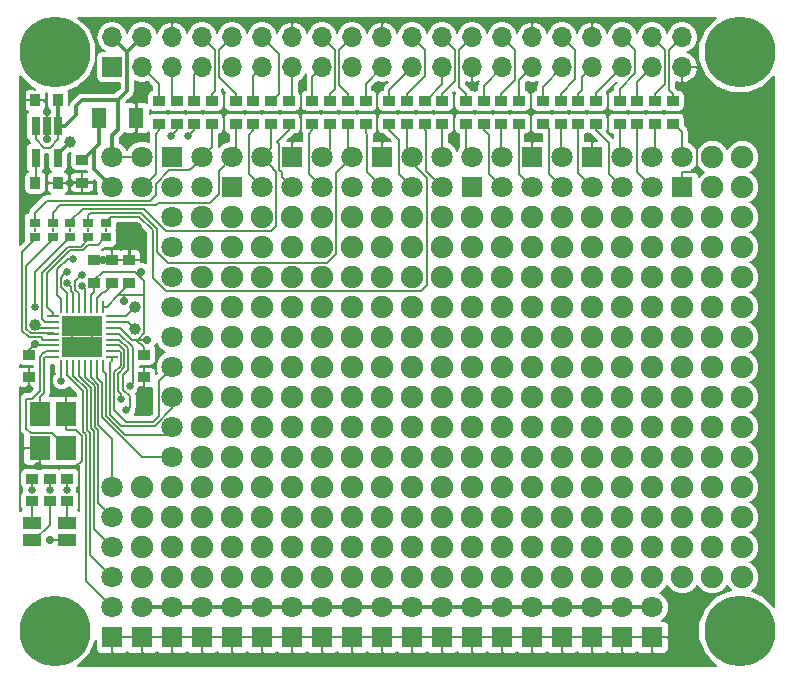
<source format=gtl>
G04 #@! TF.FileFunction,Copper,L1,Top,Signal*
%FSLAX46Y46*%
G04 Gerber Fmt 4.6, Leading zero omitted, Abs format (unit mm)*
G04 Created by KiCad (PCBNEW 4.0.7) date Tue Mar 13 09:57:10 2018*
%MOMM*%
%LPD*%
G01*
G04 APERTURE LIST*
%ADD10C,0.100000*%
%ADD11R,1.700000X1.700000*%
%ADD12O,1.700000X1.700000*%
%ADD13R,0.650000X1.560000*%
%ADD14C,1.000000*%
%ADD15R,1.800000X2.100000*%
%ADD16R,1.000000X0.250000*%
%ADD17R,0.250000X1.000000*%
%ADD18R,1.725000X1.725000*%
%ADD19R,0.900000X0.800000*%
%ADD20R,0.160000X0.400000*%
%ADD21C,6.000000*%
%ADD22R,1.500000X1.100000*%
%ADD23R,1.245000X1.800000*%
%ADD24R,1.000000X0.845000*%
%ADD25R,0.845000X1.000000*%
%ADD26C,1.800000*%
%ADD27R,1.800000X1.700000*%
%ADD28C,1.900000*%
%ADD29R,1.800000X1.800000*%
%ADD30C,0.700000*%
%ADD31C,0.650000*%
%ADD32C,0.300000*%
%ADD33C,0.200000*%
%ADD34C,0.160000*%
%ADD35C,0.180000*%
G04 APERTURE END LIST*
D10*
D11*
X129540000Y-76200000D03*
D12*
X129540000Y-73660000D03*
X132080000Y-76200000D03*
X132080000Y-73660000D03*
X134620000Y-76200000D03*
X134620000Y-73660000D03*
X137160000Y-76200000D03*
X137160000Y-73660000D03*
X139700000Y-76200000D03*
X139700000Y-73660000D03*
X142240000Y-76200000D03*
X142240000Y-73660000D03*
X144780000Y-76200000D03*
X144780000Y-73660000D03*
X147320000Y-76200000D03*
X147320000Y-73660000D03*
X149860000Y-76200000D03*
X149860000Y-73660000D03*
X152400000Y-76200000D03*
X152400000Y-73660000D03*
X154940000Y-76200000D03*
X154940000Y-73660000D03*
X157480000Y-76200000D03*
X157480000Y-73660000D03*
X160020000Y-76200000D03*
X160020000Y-73660000D03*
X162560000Y-76200000D03*
X162560000Y-73660000D03*
X165100000Y-76200000D03*
X165100000Y-73660000D03*
X167640000Y-76200000D03*
X167640000Y-73660000D03*
X170180000Y-76200000D03*
X170180000Y-73660000D03*
X172720000Y-76200000D03*
X172720000Y-73660000D03*
X175260000Y-76200000D03*
X175260000Y-73660000D03*
X177800000Y-76200000D03*
X177800000Y-73660000D03*
D13*
X124950000Y-81150000D03*
X124000000Y-81150000D03*
X123050000Y-81150000D03*
X123050000Y-83850000D03*
X124950000Y-83850000D03*
D14*
X123000000Y-98000000D03*
D15*
X123400000Y-105550000D03*
X123400000Y-108450000D03*
X125600000Y-108450000D03*
X125600000Y-105550000D03*
D14*
X131500000Y-98400000D03*
X131500000Y-96500000D03*
D16*
X124500000Y-97250000D03*
X124500000Y-97750000D03*
X124500000Y-98250000D03*
X124500000Y-98750000D03*
X124500000Y-99250000D03*
X124500000Y-99750000D03*
X124500000Y-100250000D03*
X124500000Y-100750000D03*
D17*
X125250000Y-101500000D03*
X125750000Y-101500000D03*
X126250000Y-101500000D03*
X126750000Y-101500000D03*
X127250000Y-101500000D03*
X127750000Y-101500000D03*
X128250000Y-101500000D03*
X128750000Y-101500000D03*
D16*
X129500000Y-100750000D03*
X129500000Y-100250000D03*
X129500000Y-99750000D03*
X129500000Y-99250000D03*
X129500000Y-98750000D03*
X129500000Y-98250000D03*
X129500000Y-97750000D03*
X129500000Y-97250000D03*
D17*
X128750000Y-96500000D03*
X128250000Y-96500000D03*
X127750000Y-96500000D03*
X127250000Y-96500000D03*
X126750000Y-96500000D03*
X126250000Y-96500000D03*
X125750000Y-96500000D03*
X125250000Y-96500000D03*
D18*
X127862500Y-99862500D03*
X127862500Y-98137500D03*
X126137500Y-99862500D03*
X126137500Y-98137500D03*
D19*
X123000000Y-89400000D03*
X123000000Y-90600000D03*
D20*
X123000000Y-90000000D03*
D19*
X124500000Y-89400000D03*
X124500000Y-90600000D03*
D20*
X124500000Y-90000000D03*
D19*
X126000000Y-89400000D03*
X126000000Y-90600000D03*
D20*
X126000000Y-90000000D03*
D19*
X127500000Y-89400000D03*
X127500000Y-90600000D03*
D20*
X127500000Y-90000000D03*
D19*
X129000000Y-89400000D03*
X129000000Y-90600000D03*
D20*
X129000000Y-90000000D03*
D21*
X124670000Y-74930000D03*
X182670000Y-74930000D03*
X124670000Y-123930000D03*
X182670000Y-123930000D03*
D22*
X125750000Y-116250000D03*
X122750000Y-116250000D03*
X122750000Y-114750000D03*
X125750000Y-114750000D03*
D23*
X128407500Y-80500000D03*
X131592500Y-80500000D03*
D24*
X133500000Y-79037500D03*
X133500000Y-80962500D03*
X135000000Y-79037500D03*
X135000000Y-80962500D03*
X136500000Y-79037500D03*
X136500000Y-80962500D03*
X138000000Y-79037500D03*
X138000000Y-80962500D03*
X140000000Y-79037500D03*
X140000000Y-80962500D03*
X141500000Y-79037500D03*
X141500000Y-80962500D03*
X143000000Y-79037500D03*
X143000000Y-80962500D03*
X144500000Y-79037500D03*
X144500000Y-80962500D03*
X146500000Y-79037500D03*
X146500000Y-80962500D03*
X148000000Y-79037500D03*
X148000000Y-80962500D03*
X149500000Y-79037500D03*
X149500000Y-80962500D03*
X151000000Y-79037500D03*
X151000000Y-80962500D03*
X153000000Y-79037500D03*
X153000000Y-80962500D03*
X154500000Y-79037500D03*
X154500000Y-80962500D03*
X156000000Y-79037500D03*
X156000000Y-80962500D03*
X157500000Y-79037500D03*
X157500000Y-80962500D03*
X159500000Y-79037500D03*
X159500000Y-80962500D03*
X161000000Y-79037500D03*
X161000000Y-80962500D03*
X162500000Y-79037500D03*
X162500000Y-80962500D03*
X164000000Y-79037500D03*
X164000000Y-80962500D03*
X166000000Y-79037500D03*
X166000000Y-80962500D03*
X167500000Y-79037500D03*
X167500000Y-80962500D03*
X169000000Y-79037500D03*
X169000000Y-80962500D03*
X170500000Y-79037500D03*
X170500000Y-80962500D03*
X172500000Y-79037500D03*
X172500000Y-80962500D03*
X174000000Y-79037500D03*
X174000000Y-80962500D03*
X175500000Y-79037500D03*
X175500000Y-80962500D03*
X177000000Y-79037500D03*
X177000000Y-80962500D03*
X124250000Y-112962500D03*
X124250000Y-111037500D03*
X122750000Y-112962500D03*
X122750000Y-111037500D03*
X125750000Y-112962500D03*
X125750000Y-111037500D03*
D25*
X124962500Y-79000000D03*
X123037500Y-79000000D03*
D24*
X127000000Y-84037500D03*
X127000000Y-85962500D03*
D25*
X123037500Y-86000000D03*
X124962500Y-86000000D03*
D26*
X129540000Y-86360000D03*
X129540000Y-83820000D03*
X132080000Y-86360000D03*
X132080000Y-83820000D03*
X134620000Y-86360000D03*
D27*
X134620000Y-83820000D03*
D26*
X137160000Y-86360000D03*
X137160000Y-83820000D03*
D27*
X139700000Y-86360000D03*
D26*
X139700000Y-83820000D03*
X142240000Y-86360000D03*
X142240000Y-83820000D03*
X144780000Y-86360000D03*
D27*
X144780000Y-83820000D03*
D26*
X147320000Y-86360000D03*
X147320000Y-83820000D03*
X149860000Y-86360000D03*
X149860000Y-83820000D03*
X152400000Y-86360000D03*
D27*
X152400000Y-83820000D03*
D26*
X154940000Y-86360000D03*
X154940000Y-83820000D03*
X157480000Y-86360000D03*
X157480000Y-83820000D03*
D27*
X160020000Y-86360000D03*
D26*
X160020000Y-83820000D03*
X162560000Y-86360000D03*
X162560000Y-83820000D03*
X165100000Y-86360000D03*
D27*
X165100000Y-83820000D03*
D26*
X167640000Y-86360000D03*
X167640000Y-83820000D03*
X170180000Y-86360000D03*
D27*
X170180000Y-83820000D03*
D26*
X172720000Y-86360000D03*
X172720000Y-83820000D03*
X175260000Y-86360000D03*
X175260000Y-83820000D03*
D27*
X177800000Y-86360000D03*
D26*
X177800000Y-83820000D03*
X134620000Y-88900000D03*
X134620000Y-91440000D03*
X134620000Y-93980000D03*
X134620000Y-96520000D03*
X134620000Y-99060000D03*
X134620000Y-101600000D03*
X134620000Y-104140000D03*
X134620000Y-106680000D03*
X134620000Y-109220000D03*
X129540000Y-111760000D03*
X129540000Y-114300000D03*
X129540000Y-116840000D03*
X129540000Y-119380000D03*
X129540000Y-121920000D03*
D28*
X132080000Y-111760000D03*
X132080000Y-114300000D03*
X132080000Y-116840000D03*
X132080000Y-119380000D03*
D26*
X132080000Y-121920000D03*
D29*
X132080000Y-124460000D03*
D28*
X134620000Y-111760000D03*
X134620000Y-114300000D03*
X134620000Y-116840000D03*
X134620000Y-119380000D03*
D29*
X134620000Y-124460000D03*
D28*
X137160000Y-88900000D03*
X139700000Y-88900000D03*
X137160000Y-93980000D03*
X137160000Y-91440000D03*
X139700000Y-91440000D03*
X139700000Y-93980000D03*
X137160000Y-96520000D03*
X139700000Y-96520000D03*
X137160000Y-99060000D03*
X139700000Y-99060000D03*
X137160000Y-101600000D03*
X139700000Y-101600000D03*
X137160000Y-111760000D03*
X137160000Y-109220000D03*
X139700000Y-109220000D03*
X139700000Y-111760000D03*
D29*
X137160000Y-124460000D03*
X139700000Y-124460000D03*
D28*
X137160000Y-106680000D03*
X139700000Y-106680000D03*
X137160000Y-104140000D03*
X139700000Y-104140000D03*
X137160000Y-119380000D03*
X139700000Y-119380000D03*
X137160000Y-116840000D03*
X139700000Y-116840000D03*
X137160000Y-114300000D03*
X139700000Y-114300000D03*
X149860000Y-88900000D03*
X147320000Y-88900000D03*
X149860000Y-91440000D03*
X144780000Y-93980000D03*
X147320000Y-96520000D03*
X149860000Y-96520000D03*
X147320000Y-93980000D03*
X147320000Y-91440000D03*
X149860000Y-93980000D03*
X142240000Y-93980000D03*
X142240000Y-96520000D03*
X144780000Y-96520000D03*
X144780000Y-88900000D03*
X144780000Y-91440000D03*
X142240000Y-88900000D03*
X142240000Y-91440000D03*
X142240000Y-116840000D03*
X142240000Y-119380000D03*
X144780000Y-119380000D03*
X144780000Y-116840000D03*
D29*
X142240000Y-124460000D03*
X144780000Y-124460000D03*
D28*
X144780000Y-114300000D03*
X144780000Y-111760000D03*
X142240000Y-114300000D03*
X147320000Y-119380000D03*
D29*
X149860000Y-124460000D03*
X147320000Y-124460000D03*
D28*
X149860000Y-119380000D03*
X149860000Y-116840000D03*
X147320000Y-116840000D03*
X149860000Y-114300000D03*
X147320000Y-114300000D03*
X142240000Y-104140000D03*
X142240000Y-106680000D03*
X144780000Y-106680000D03*
X144780000Y-104140000D03*
X142240000Y-111760000D03*
X142240000Y-109220000D03*
X144780000Y-109220000D03*
X149860000Y-111760000D03*
X147320000Y-111760000D03*
X149860000Y-109220000D03*
X147320000Y-109220000D03*
X147320000Y-106680000D03*
X149860000Y-106680000D03*
X142240000Y-101600000D03*
X142240000Y-99060000D03*
X147320000Y-99060000D03*
X144780000Y-101600000D03*
X147320000Y-104140000D03*
X144780000Y-99060000D03*
X149860000Y-99060000D03*
X147320000Y-101600000D03*
X149860000Y-101600000D03*
X149860000Y-104140000D03*
X160020000Y-91440000D03*
X157480000Y-91440000D03*
X157480000Y-88900000D03*
X160020000Y-88900000D03*
X152400000Y-96520000D03*
X152400000Y-93980000D03*
X154940000Y-96520000D03*
X154940000Y-93980000D03*
X152400000Y-91440000D03*
X152400000Y-88900000D03*
X154940000Y-88900000D03*
X154940000Y-91440000D03*
X160020000Y-96520000D03*
X157480000Y-96520000D03*
X160020000Y-93980000D03*
X157480000Y-93980000D03*
X157480000Y-114300000D03*
X160020000Y-111760000D03*
X157480000Y-111760000D03*
X157480000Y-116840000D03*
X160020000Y-116840000D03*
X160020000Y-114300000D03*
D29*
X157480000Y-124460000D03*
D28*
X157480000Y-119380000D03*
X160020000Y-119380000D03*
X170180000Y-119380000D03*
D29*
X170180000Y-124460000D03*
X167640000Y-124460000D03*
D28*
X167640000Y-119380000D03*
D29*
X160020000Y-124460000D03*
X165100000Y-124460000D03*
D28*
X165100000Y-119380000D03*
X162560000Y-119380000D03*
D29*
X162560000Y-124460000D03*
D28*
X170180000Y-114300000D03*
X167640000Y-116840000D03*
X165100000Y-111760000D03*
X170180000Y-111760000D03*
X167640000Y-111760000D03*
X170180000Y-116840000D03*
X167640000Y-114300000D03*
X165100000Y-114300000D03*
X162560000Y-116840000D03*
X162560000Y-111760000D03*
X162560000Y-114300000D03*
X165100000Y-116840000D03*
X152400000Y-99060000D03*
X152400000Y-101600000D03*
X157480000Y-101600000D03*
X157480000Y-99060000D03*
X154940000Y-99060000D03*
X154940000Y-101600000D03*
X154940000Y-104140000D03*
X154940000Y-106680000D03*
X152400000Y-104140000D03*
X152400000Y-106680000D03*
X160020000Y-99060000D03*
X160020000Y-101600000D03*
X162560000Y-99060000D03*
X160020000Y-104140000D03*
X157480000Y-104140000D03*
X157480000Y-109220000D03*
X160020000Y-109220000D03*
X157480000Y-106680000D03*
X160020000Y-106680000D03*
X165100000Y-88900000D03*
X162560000Y-88900000D03*
X170180000Y-96520000D03*
X170180000Y-93980000D03*
X170180000Y-91440000D03*
X167640000Y-88900000D03*
X167640000Y-93980000D03*
X170180000Y-88900000D03*
X167640000Y-96520000D03*
X167640000Y-91440000D03*
X165100000Y-91440000D03*
X162560000Y-93980000D03*
X162560000Y-96520000D03*
X162560000Y-91440000D03*
X165100000Y-96520000D03*
X165100000Y-93980000D03*
D29*
X152400000Y-124460000D03*
X154940000Y-124460000D03*
D28*
X152400000Y-114300000D03*
X154940000Y-114300000D03*
X154940000Y-116840000D03*
X152400000Y-116840000D03*
X154940000Y-119380000D03*
X152400000Y-119380000D03*
X152400000Y-111760000D03*
X152400000Y-109220000D03*
X154940000Y-109220000D03*
X154940000Y-111760000D03*
X165100000Y-109220000D03*
X162560000Y-104140000D03*
X162560000Y-106680000D03*
X165100000Y-104140000D03*
X165100000Y-106680000D03*
X162560000Y-101600000D03*
X162560000Y-109220000D03*
X167640000Y-106680000D03*
X170180000Y-106680000D03*
X167640000Y-109220000D03*
X170180000Y-109220000D03*
X170180000Y-99060000D03*
X167640000Y-99060000D03*
X165100000Y-101600000D03*
X165100000Y-99060000D03*
X170180000Y-104140000D03*
X167640000Y-104140000D03*
X167640000Y-101600000D03*
X170180000Y-101600000D03*
X172720000Y-109220000D03*
X172720000Y-106680000D03*
X172720000Y-111760000D03*
D29*
X172720000Y-124460000D03*
D28*
X172720000Y-119380000D03*
X175260000Y-119380000D03*
X177800000Y-119380000D03*
D29*
X175260000Y-124460000D03*
D28*
X177800000Y-116840000D03*
X175260000Y-116840000D03*
X175260000Y-114300000D03*
X172720000Y-114300000D03*
X172720000Y-116840000D03*
X177800000Y-114300000D03*
X177800000Y-111760000D03*
X175260000Y-111760000D03*
X175260000Y-109220000D03*
X175260000Y-106680000D03*
X177800000Y-106680000D03*
X177800000Y-109220000D03*
X172720000Y-91440000D03*
X172720000Y-96520000D03*
X172720000Y-93980000D03*
X175260000Y-96520000D03*
X177800000Y-96520000D03*
X177800000Y-93980000D03*
X177800000Y-91440000D03*
X175260000Y-93980000D03*
X175260000Y-91440000D03*
X172720000Y-88900000D03*
X175260000Y-88900000D03*
X177800000Y-88900000D03*
X177800000Y-99060000D03*
X175260000Y-99060000D03*
X177800000Y-104140000D03*
X175260000Y-104140000D03*
X175260000Y-101600000D03*
X177800000Y-101600000D03*
X172720000Y-101600000D03*
X172720000Y-104140000D03*
X172720000Y-99060000D03*
X180340000Y-88900000D03*
X180340000Y-91440000D03*
X182880000Y-88900000D03*
X182880000Y-91440000D03*
X180340000Y-96520000D03*
X182880000Y-99060000D03*
X182880000Y-96520000D03*
X182880000Y-104140000D03*
X180340000Y-104140000D03*
X180340000Y-99060000D03*
X180340000Y-101600000D03*
X182880000Y-101600000D03*
X182880000Y-93980000D03*
X180340000Y-93980000D03*
X180340000Y-106680000D03*
X182880000Y-111760000D03*
X180340000Y-111760000D03*
X180340000Y-109220000D03*
X182880000Y-106680000D03*
X182880000Y-109220000D03*
X182880000Y-116840000D03*
X180340000Y-116840000D03*
X180340000Y-114300000D03*
X182880000Y-114300000D03*
X180340000Y-86360000D03*
X180340000Y-83820000D03*
X182880000Y-83820000D03*
X182880000Y-86360000D03*
D26*
X134620000Y-121920000D03*
X139700000Y-121920000D03*
X137160000Y-121920000D03*
X144780000Y-121920000D03*
X149860000Y-121920000D03*
X147320000Y-121920000D03*
X142240000Y-121920000D03*
X157480000Y-121920000D03*
X154940000Y-121920000D03*
X152400000Y-121920000D03*
X165100000Y-121920000D03*
X167640000Y-121920000D03*
X162560000Y-121920000D03*
X160020000Y-121920000D03*
X170180000Y-121920000D03*
X175260000Y-121920000D03*
X172720000Y-121920000D03*
D29*
X129540000Y-124460000D03*
D28*
X182880000Y-119380000D03*
X180340000Y-119380000D03*
D24*
X122500000Y-100537500D03*
X122500000Y-102462500D03*
X132250000Y-100537500D03*
X132250000Y-102462500D03*
X131000000Y-94462500D03*
X131000000Y-92537500D03*
X128000000Y-94462500D03*
X128000000Y-92537500D03*
X129500000Y-94462500D03*
X129500000Y-92537500D03*
D30*
X127862500Y-99862500D03*
X126137500Y-98137500D03*
X122500000Y-103409990D03*
X123300000Y-110000000D03*
X131500000Y-82000000D03*
X131500000Y-79000000D03*
X126000000Y-86000000D03*
X124000000Y-80000000D03*
X124000000Y-82250000D03*
X128750000Y-92500000D03*
X127862500Y-98137500D03*
X126137500Y-99862500D03*
X132000000Y-103500000D03*
X131750000Y-89750000D03*
D31*
X125250000Y-102750000D03*
X123000000Y-96500000D03*
D30*
X123000000Y-99650032D03*
X124250000Y-116250000D03*
X132500000Y-99250000D03*
X132000000Y-93500000D03*
X130500000Y-96000000D03*
D31*
X125750000Y-112000000D03*
X130250000Y-104250000D03*
X122750000Y-112000000D03*
X130749996Y-105250000D03*
X124250000Y-112000000D03*
X131033073Y-103220179D03*
X134500000Y-82000000D03*
X136000000Y-82000000D03*
X126225121Y-92409072D03*
X125743150Y-93493160D03*
X125749988Y-94500000D03*
X127006842Y-93756848D03*
X127000000Y-94750000D03*
D14*
X126000000Y-82500000D03*
D32*
X130000000Y-79000000D02*
X127000000Y-79000000D01*
X127000000Y-79000000D02*
X126500000Y-79500000D01*
X126500000Y-79500000D02*
X126500000Y-80225000D01*
X126500000Y-80225000D02*
X125575000Y-81150000D01*
X125575000Y-81150000D02*
X124950000Y-81150000D01*
X130000000Y-81500000D02*
X130000000Y-79000000D01*
X130810000Y-74930000D02*
X130810000Y-78190000D01*
X130810000Y-78190000D02*
X130000000Y-79000000D01*
X132080000Y-73660000D02*
X130810000Y-74930000D01*
X129540000Y-73660000D02*
X130810000Y-74930000D01*
D33*
X129540000Y-83820000D02*
X130812792Y-83820000D01*
X130812792Y-83820000D02*
X132080000Y-83820000D01*
D32*
X130000000Y-81500000D02*
X129540000Y-81960000D01*
X129540000Y-81960000D02*
X129540000Y-83820000D01*
D34*
X123050000Y-81150000D02*
X123050000Y-82300000D01*
X123050000Y-82300000D02*
X123750000Y-83000000D01*
X124262998Y-83000000D02*
X124950000Y-82312998D01*
X123750000Y-83000000D02*
X124262998Y-83000000D01*
X124950000Y-82312998D02*
X124950000Y-82090000D01*
X124950000Y-82090000D02*
X124950000Y-81150000D01*
D32*
X124950000Y-81150000D02*
X124950000Y-79012500D01*
X124950000Y-79012500D02*
X124962500Y-79000000D01*
X129540000Y-73660000D02*
X130700001Y-74820001D01*
D33*
X129310000Y-84050000D02*
X129540000Y-83820000D01*
X126137500Y-99862500D02*
X127862500Y-99862500D01*
X127862500Y-98137500D02*
X126137500Y-98137500D01*
X126500000Y-106931998D02*
X125731998Y-106931998D01*
X125731998Y-106931998D02*
X125600000Y-106800000D01*
X125600000Y-106800000D02*
X125600000Y-105550000D01*
X127000000Y-109500000D02*
X126500000Y-110000000D01*
X126500000Y-110000000D02*
X123300000Y-110000000D01*
X127000000Y-107431998D02*
X127000000Y-109500000D01*
X126500000Y-106931998D02*
X127000000Y-107431998D01*
X121750000Y-109750000D02*
X122000000Y-110000000D01*
X122000000Y-110000000D02*
X123300000Y-110000000D01*
X121750000Y-103665016D02*
X121750000Y-109750000D01*
X122500000Y-103409990D02*
X122005026Y-103409990D01*
X122005026Y-103409990D02*
X121750000Y-103665016D01*
X132250000Y-102462500D02*
X132250000Y-103250000D01*
X132250000Y-103250000D02*
X132000000Y-103500000D01*
X122500000Y-103409990D02*
X122500000Y-102462500D01*
X123300000Y-110000000D02*
X123150000Y-109850000D01*
X123400000Y-109850000D02*
X123400000Y-108450000D01*
X123400000Y-108600000D02*
X123400000Y-108450000D01*
X131592500Y-80500000D02*
X131592500Y-81907500D01*
X131592500Y-81907500D02*
X131500000Y-82000000D01*
D34*
X179070000Y-85090000D02*
X179070000Y-81915000D01*
X177800000Y-85090000D02*
X179070000Y-85090000D01*
X177800000Y-86360000D02*
X177800000Y-85090000D01*
D33*
X123660000Y-79000000D02*
X124000000Y-79340000D01*
X124000000Y-79340000D02*
X124000000Y-80000000D01*
X123037500Y-79000000D02*
X123660000Y-79000000D01*
X131592500Y-80500000D02*
X131592500Y-79092500D01*
X131592500Y-79092500D02*
X131500000Y-79000000D01*
X131500000Y-80092500D02*
X131592500Y-80000000D01*
X124950000Y-86000000D02*
X126000000Y-86000000D01*
X124000000Y-81150000D02*
X124000000Y-80000000D01*
X124000000Y-81150000D02*
X124000000Y-82500000D01*
X128000000Y-92550000D02*
X128700000Y-92550000D01*
X128700000Y-92550000D02*
X128750000Y-92500000D01*
X131000000Y-90500000D02*
X131750000Y-89750000D01*
X131000000Y-92550000D02*
X131000000Y-90500000D01*
D34*
X144500000Y-83540000D02*
X144780000Y-83820000D01*
X164970000Y-83820000D02*
X165100000Y-83820000D01*
X125250000Y-101500000D02*
X125250000Y-102750000D01*
X123000000Y-93550000D02*
X123000000Y-96500000D01*
X126000000Y-90750000D02*
X125800000Y-90750000D01*
X125800000Y-90750000D02*
X123000000Y-93550000D01*
X126860012Y-91389988D02*
X127500000Y-90750000D01*
X125800447Y-91389988D02*
X126860012Y-91389988D01*
X123565001Y-93625434D02*
X125800447Y-91389988D01*
X123565001Y-97475001D02*
X123565001Y-93625434D01*
X123840000Y-97750000D02*
X123565001Y-97475001D01*
X124500000Y-97750000D02*
X123840000Y-97750000D01*
X124600000Y-97750000D02*
X124090000Y-97750000D01*
X129000000Y-90750000D02*
X128800000Y-90750000D01*
X128800000Y-90750000D02*
X128300000Y-91250000D01*
X125932999Y-91709999D02*
X124000000Y-93642998D01*
X128300000Y-91250000D02*
X127500000Y-91250000D01*
X127500000Y-91250000D02*
X127040001Y-91709999D01*
X127040001Y-91709999D02*
X125932999Y-91709999D01*
X124000000Y-93642998D02*
X124000000Y-96465000D01*
X124000000Y-96465000D02*
X124500000Y-96965000D01*
X124500000Y-96965000D02*
X124500000Y-97250000D01*
X122750000Y-112962500D02*
X122750000Y-114750000D01*
X124250000Y-112962500D02*
X124250000Y-114950000D01*
X124250000Y-114950000D02*
X122950000Y-116250000D01*
X122950000Y-116250000D02*
X122750000Y-116250000D01*
D33*
X131200000Y-99250000D02*
X131500000Y-99250000D01*
X131585000Y-99250000D02*
X131500000Y-99250000D01*
X131500000Y-99250000D02*
X131750000Y-99250000D01*
X132250000Y-99915000D02*
X131585000Y-99250000D01*
X132250000Y-100537500D02*
X132250000Y-99915000D01*
X122500000Y-100537500D02*
X122500000Y-100150032D01*
X122500000Y-100150032D02*
X123000000Y-99650032D01*
X123099968Y-99750000D02*
X123000000Y-99650032D01*
X123500000Y-99750000D02*
X123099968Y-99750000D01*
X125750000Y-116250000D02*
X124250000Y-116250000D01*
D32*
X172720000Y-121920000D02*
X175260000Y-121920000D01*
X170180000Y-121920000D02*
X172720000Y-121920000D01*
X167640000Y-121920000D02*
X170180000Y-121920000D01*
X165100000Y-121920000D02*
X167640000Y-121920000D01*
X162560000Y-121920000D02*
X165100000Y-121920000D01*
X160020000Y-121920000D02*
X162560000Y-121920000D01*
X157480000Y-121920000D02*
X160020000Y-121920000D01*
X154940000Y-121920000D02*
X157480000Y-121920000D01*
X152400000Y-121920000D02*
X154940000Y-121920000D01*
X149860000Y-121920000D02*
X152400000Y-121920000D01*
X147320000Y-121920000D02*
X149860000Y-121920000D01*
X144780000Y-121920000D02*
X147320000Y-121920000D01*
X142240000Y-121920000D02*
X144780000Y-121920000D01*
X139700000Y-121920000D02*
X142240000Y-121920000D01*
X137160000Y-121920000D02*
X139700000Y-121920000D01*
X134620000Y-121920000D02*
X137160000Y-121920000D01*
X132080000Y-121920000D02*
X134620000Y-121920000D01*
X128000000Y-83115000D02*
X127077500Y-84037500D01*
X128407500Y-82707500D02*
X128000000Y-83115000D01*
X128000000Y-83115000D02*
X128000000Y-84820000D01*
X128000000Y-84820000D02*
X129540000Y-86360000D01*
X128407500Y-80500000D02*
X128407500Y-82707500D01*
X127077500Y-84037500D02*
X127000000Y-84037500D01*
D33*
X124600000Y-99750000D02*
X123500000Y-99750000D01*
X131750000Y-99250000D02*
X132500000Y-99250000D01*
X132000000Y-94000000D02*
X131500000Y-93500000D01*
X132260001Y-94260001D02*
X132000000Y-94000000D01*
X132000000Y-94000000D02*
X132000000Y-93500000D01*
X130500000Y-95500000D02*
X132260001Y-95500000D01*
X130075000Y-95500000D02*
X130500000Y-95500000D01*
X130500000Y-95500000D02*
X130500000Y-96000000D01*
X130075000Y-95500000D02*
X131000000Y-94575000D01*
X132260001Y-98739999D02*
X132260001Y-95500000D01*
X129075000Y-96500000D02*
X130075000Y-95500000D01*
X132260001Y-95500000D02*
X132260001Y-94260001D01*
X131500000Y-93500000D02*
X128725000Y-93500000D01*
X128725000Y-93500000D02*
X128000000Y-94225000D01*
X128000000Y-94225000D02*
X128000000Y-94450000D01*
X131750000Y-99250000D02*
X132260001Y-98739999D01*
X129500000Y-98250000D02*
X130200000Y-98250000D01*
X130200000Y-98250000D02*
X131200000Y-99250000D01*
X128750000Y-96500000D02*
X129075000Y-96500000D01*
X131000000Y-94575000D02*
X131000000Y-94450000D01*
X128000000Y-94450000D02*
X128000000Y-95250000D01*
X128000000Y-95250000D02*
X127750000Y-95500000D01*
X127750000Y-95500000D02*
X127750000Y-95800000D01*
X127750000Y-95800000D02*
X127750000Y-96500000D01*
X129400000Y-98250000D02*
X129843002Y-98250000D01*
D34*
X123050000Y-83850000D02*
X123050000Y-86000000D01*
X128250000Y-96500000D02*
X128250000Y-95700000D01*
X128740000Y-95210000D02*
X128965000Y-95210000D01*
X128250000Y-95700000D02*
X128740000Y-95210000D01*
X128965000Y-95210000D02*
X129500000Y-94675000D01*
X129500000Y-94675000D02*
X129500000Y-94450000D01*
X138000000Y-79037500D02*
X138000000Y-78455000D01*
X138000000Y-78455000D02*
X138250001Y-78204999D01*
X138250001Y-78204999D02*
X138250001Y-74750001D01*
X138250001Y-74750001D02*
X138009999Y-74509999D01*
X138009999Y-74509999D02*
X137160000Y-73660000D01*
X140000000Y-79037500D02*
X140000000Y-78455000D01*
X138850001Y-74509999D02*
X139700000Y-73660000D01*
X140000000Y-78455000D02*
X138609999Y-77064999D01*
X138609999Y-77064999D02*
X138609999Y-74750001D01*
X138609999Y-74750001D02*
X138850001Y-74509999D01*
X143000000Y-79037500D02*
X143077500Y-79037500D01*
X143077500Y-79037500D02*
X143660000Y-78455000D01*
X143660000Y-78455000D02*
X143660000Y-75080000D01*
X143660000Y-75080000D02*
X143089999Y-74509999D01*
X143089999Y-74509999D02*
X142240000Y-73660000D01*
X149500000Y-79037500D02*
X149500000Y-78455000D01*
X149500000Y-78455000D02*
X148769999Y-77724999D01*
X148769999Y-77724999D02*
X148769999Y-74750001D01*
X148769999Y-74750001D02*
X149010001Y-74509999D01*
X149010001Y-74509999D02*
X149860000Y-73660000D01*
X154500000Y-79037500D02*
X154500000Y-78455000D01*
X154500000Y-78455000D02*
X156030001Y-76924999D01*
X156030001Y-76924999D02*
X156030001Y-74750001D01*
X156030001Y-74750001D02*
X155789999Y-74509999D01*
X155789999Y-74509999D02*
X154940000Y-73660000D01*
X157500000Y-79037500D02*
X157500000Y-78455000D01*
X158570001Y-77384999D02*
X158570001Y-74750001D01*
X157500000Y-78455000D02*
X158570001Y-77384999D01*
X158570001Y-74750001D02*
X158329999Y-74509999D01*
X158329999Y-74509999D02*
X157480000Y-73660000D01*
X159500000Y-79037500D02*
X159500000Y-78455000D01*
X158929999Y-74750001D02*
X159170001Y-74509999D01*
X159500000Y-78455000D02*
X158929999Y-77884999D01*
X158929999Y-77884999D02*
X158929999Y-74750001D01*
X159170001Y-74509999D02*
X160020000Y-73660000D01*
X125750000Y-112000000D02*
X125750000Y-111037500D01*
X130250000Y-103825736D02*
X130250000Y-104250000D01*
X130570011Y-101593211D02*
X130002001Y-102161221D01*
X130570011Y-100160011D02*
X130570011Y-101593211D01*
X130160000Y-99750000D02*
X130570011Y-100160011D01*
X129500000Y-99750000D02*
X130160000Y-99750000D01*
X130002001Y-102161221D02*
X130002001Y-103577737D01*
X130002001Y-103577737D02*
X130250000Y-103825736D01*
X131049995Y-104950001D02*
X130749996Y-105250000D01*
X130468072Y-103491380D02*
X131049995Y-104073303D01*
X131049995Y-104073303D02*
X131049995Y-104950001D01*
X130468072Y-102232726D02*
X130468072Y-103491380D01*
X130905786Y-101795012D02*
X130468072Y-102232726D01*
X130905786Y-99995786D02*
X130905786Y-101795012D01*
X130160000Y-99250000D02*
X130905786Y-99995786D01*
X129500000Y-99250000D02*
X130160000Y-99250000D01*
X122750000Y-112000000D02*
X122750000Y-111037500D01*
X129400000Y-99250000D02*
X129910539Y-99250000D01*
X124250000Y-112000000D02*
X124250000Y-111037500D01*
X129500000Y-98750000D02*
X130160000Y-98750000D01*
X130160000Y-98750000D02*
X131333072Y-99923072D01*
X131333072Y-99923072D02*
X131333072Y-102920180D01*
X131333072Y-102920180D02*
X131033073Y-103220179D01*
X121939988Y-91810012D02*
X123000000Y-90750000D01*
X122512247Y-99060012D02*
X121939988Y-98487753D01*
X123689988Y-99250000D02*
X123500000Y-99060012D01*
X121939988Y-98487753D02*
X121939988Y-91810012D01*
X123500000Y-99060012D02*
X122512247Y-99060012D01*
X124500000Y-99250000D02*
X123689988Y-99250000D01*
X124600000Y-99250000D02*
X124089999Y-99250000D01*
X122259999Y-92990001D02*
X124500000Y-90750000D01*
X122259999Y-98355201D02*
X122259999Y-92990001D01*
X122644799Y-98740001D02*
X122259999Y-98355201D01*
X124590001Y-98740001D02*
X122644799Y-98740001D01*
X124600000Y-98750000D02*
X124590001Y-98740001D01*
X132080000Y-76200000D02*
X133500000Y-77620000D01*
X133500000Y-77620000D02*
X133500000Y-79037500D01*
X134620000Y-76200000D02*
X134620000Y-78657500D01*
X134620000Y-78657500D02*
X135000000Y-79037500D01*
X136500000Y-79037500D02*
X136500000Y-76860000D01*
X136500000Y-76860000D02*
X137160000Y-76200000D01*
X141500000Y-79037500D02*
X141500000Y-76940000D01*
X141500000Y-76940000D02*
X142240000Y-76200000D01*
X144500000Y-79037500D02*
X144577500Y-79037500D01*
X144577500Y-79037500D02*
X144780000Y-78835000D01*
X144780000Y-78835000D02*
X144780000Y-77402081D01*
X144780000Y-77402081D02*
X144780000Y-76200000D01*
X146500000Y-79037500D02*
X146500000Y-77020000D01*
X146500000Y-77020000D02*
X147320000Y-76200000D01*
X148000000Y-79037500D02*
X148000000Y-78455000D01*
X148000000Y-78455000D02*
X148410001Y-78044999D01*
X148410001Y-78044999D02*
X148410001Y-74750001D01*
X148410001Y-74750001D02*
X148169999Y-74509999D01*
X148169999Y-74509999D02*
X147320000Y-73660000D01*
X151000000Y-79037500D02*
X151000000Y-77600000D01*
X151000000Y-77600000D02*
X152400000Y-76200000D01*
X153000000Y-79037500D02*
X153000000Y-78140000D01*
X153000000Y-78140000D02*
X154940000Y-76200000D01*
X156000000Y-79037500D02*
X156077500Y-79037500D01*
X156077500Y-79037500D02*
X157480000Y-77635000D01*
X157480000Y-77635000D02*
X157480000Y-77402081D01*
X157480000Y-77402081D02*
X157480000Y-76200000D01*
X161000000Y-79037500D02*
X161000000Y-77760000D01*
X161000000Y-77760000D02*
X162560000Y-76200000D01*
X162500000Y-79037500D02*
X162500000Y-78455000D01*
X162500000Y-78455000D02*
X163650001Y-77304999D01*
X163650001Y-77304999D02*
X163650001Y-74750001D01*
X163650001Y-74750001D02*
X163409999Y-74509999D01*
X163409999Y-74509999D02*
X162560000Y-73660000D01*
X164000000Y-79037500D02*
X164000000Y-77300000D01*
X164000000Y-77300000D02*
X165100000Y-76200000D01*
X166000000Y-79037500D02*
X166000000Y-77840000D01*
X166000000Y-77840000D02*
X167640000Y-76200000D01*
X167500000Y-79037500D02*
X167500000Y-78455000D01*
X167500000Y-78455000D02*
X168730001Y-77224999D01*
X168730001Y-74750001D02*
X168489999Y-74509999D01*
X168730001Y-77224999D02*
X168730001Y-74750001D01*
X168489999Y-74509999D02*
X167640000Y-73660000D01*
X169000000Y-79037500D02*
X169000000Y-78455000D01*
X169000000Y-78455000D02*
X169330001Y-78124999D01*
X169330001Y-78124999D02*
X169330001Y-77049999D01*
X169330001Y-77049999D02*
X170180000Y-76200000D01*
X170500000Y-79037500D02*
X170500000Y-78420000D01*
X170500000Y-78420000D02*
X172720000Y-76200000D01*
X172500000Y-79037500D02*
X172500000Y-78033202D01*
X172500000Y-78033202D02*
X173810001Y-76723201D01*
X173810001Y-76723201D02*
X173810001Y-74750001D01*
X173810001Y-74750001D02*
X173569999Y-74509999D01*
X173569999Y-74509999D02*
X172720000Y-73660000D01*
X174000000Y-79037500D02*
X174000000Y-77460000D01*
X174000000Y-77460000D02*
X175260000Y-76200000D01*
X175500000Y-79037500D02*
X175500000Y-78455000D01*
X176350001Y-74750001D02*
X176109999Y-74509999D01*
X175500000Y-78455000D02*
X176350001Y-77604999D01*
X176350001Y-77604999D02*
X176350001Y-74750001D01*
X176109999Y-74509999D02*
X175260000Y-73660000D01*
X177000000Y-79037500D02*
X177000000Y-78455000D01*
X177000000Y-78455000D02*
X176709999Y-78164999D01*
X176709999Y-78164999D02*
X176709999Y-74750001D01*
X176709999Y-74750001D02*
X176950001Y-74509999D01*
X176950001Y-74509999D02*
X177800000Y-73660000D01*
X133500000Y-80962500D02*
X133500000Y-81545000D01*
X133500000Y-81545000D02*
X133220001Y-81824999D01*
X133220001Y-81824999D02*
X133220001Y-85219999D01*
X133220001Y-85219999D02*
X132979999Y-85460001D01*
X132979999Y-85460001D02*
X132080000Y-86360000D01*
X135000000Y-80962500D02*
X135000000Y-81500000D01*
X135000000Y-81500000D02*
X134500000Y-82000000D01*
X136500000Y-80962500D02*
X136500000Y-81500000D01*
X136500000Y-81500000D02*
X136000000Y-82000000D01*
X138000000Y-80962500D02*
X138000000Y-82980000D01*
X138000000Y-82980000D02*
X137160000Y-83820000D01*
X123999999Y-87500001D02*
X132750000Y-87500001D01*
X132750000Y-87500001D02*
X133220001Y-87030000D01*
X134382797Y-84910001D02*
X136069999Y-84910001D01*
X133220001Y-87030000D02*
X133220001Y-86072797D01*
X133220001Y-86072797D02*
X134382797Y-84910001D01*
X136069999Y-84910001D02*
X136260001Y-84719999D01*
X136260001Y-84719999D02*
X137160000Y-83820000D01*
X123000000Y-89250000D02*
X123000000Y-88500000D01*
X123000000Y-88500000D02*
X123999999Y-87500001D01*
X140000000Y-80962500D02*
X140000000Y-83520000D01*
X140000000Y-83520000D02*
X139700000Y-83820000D01*
X139700000Y-83820000D02*
X138559999Y-84960001D01*
X138559999Y-84960001D02*
X138559999Y-86940001D01*
X133399980Y-87709999D02*
X133250000Y-87859979D01*
X138559999Y-86940001D02*
X137790001Y-87709999D01*
X125140021Y-87859979D02*
X124500000Y-88500000D01*
X137790001Y-87709999D02*
X133399980Y-87709999D01*
X133250000Y-87859979D02*
X125140021Y-87859979D01*
X124500000Y-88500000D02*
X124500000Y-89250000D01*
X141500000Y-80962500D02*
X141500000Y-81545000D01*
X141099999Y-81945001D02*
X141099999Y-85219999D01*
X141500000Y-81545000D02*
X141099999Y-81945001D01*
X141099999Y-85219999D02*
X141340001Y-85460001D01*
X141340001Y-85460001D02*
X142240000Y-86360000D01*
X143139999Y-84719999D02*
X142240000Y-83820000D01*
X142954999Y-90090001D02*
X143430001Y-89614999D01*
X134122799Y-90090001D02*
X142954999Y-90090001D01*
X143139999Y-84814564D02*
X143139999Y-84719999D01*
X132212787Y-88179989D02*
X134122799Y-90090001D01*
X126000000Y-89250000D02*
X127070011Y-88179989D01*
X143430001Y-85104566D02*
X143139999Y-84814564D01*
X143430001Y-89614999D02*
X143430001Y-85104566D01*
X127070011Y-88179989D02*
X132212787Y-88179989D01*
X143000000Y-80962500D02*
X143000000Y-83060000D01*
X143000000Y-83060000D02*
X142240000Y-83820000D01*
X142100000Y-83680000D02*
X142240000Y-83820000D01*
X143510000Y-82535000D02*
X143639999Y-82664999D01*
X143880001Y-85102003D02*
X143880001Y-85460001D01*
X143880001Y-85460001D02*
X144780000Y-86360000D01*
X143639999Y-84862001D02*
X143880001Y-85102003D01*
X143639999Y-82664999D02*
X143639999Y-84862001D01*
X144500000Y-80962500D02*
X144500000Y-81545000D01*
X144500000Y-81545000D02*
X143510000Y-82535000D01*
X146500000Y-80962500D02*
X146500000Y-81545000D01*
X146500000Y-81545000D02*
X146179999Y-81865001D01*
X146179999Y-85219999D02*
X146420001Y-85460001D01*
X146420001Y-85460001D02*
X147320000Y-86360000D01*
X146179999Y-81865001D02*
X146179999Y-85219999D01*
X148000000Y-80962500D02*
X148000000Y-83140000D01*
X148000000Y-83140000D02*
X147320000Y-83820000D01*
X147300000Y-83800000D02*
X147320000Y-83820000D01*
X149500000Y-80962500D02*
X149500000Y-83460000D01*
X149500000Y-83460000D02*
X149860000Y-83820000D01*
X127500000Y-89250000D02*
X127500000Y-88750000D01*
X127500000Y-88750000D02*
X127750000Y-88500000D01*
X127750000Y-88500000D02*
X131952563Y-88500000D01*
X131952563Y-88500000D02*
X133320011Y-89867448D01*
X133320011Y-89867448D02*
X133320011Y-91827213D01*
X133320011Y-91827213D02*
X134242798Y-92750000D01*
X134242798Y-92750000D02*
X147771202Y-92750000D01*
X147771202Y-92750000D02*
X148510001Y-92011201D01*
X148510001Y-92011201D02*
X148510001Y-85169999D01*
X148510001Y-85169999D02*
X149860000Y-83820000D01*
X152400000Y-86360000D02*
X151130000Y-85090000D01*
X151130000Y-85090000D02*
X151130000Y-81915000D01*
X151130000Y-81915000D02*
X151000000Y-81785000D01*
X151000000Y-81785000D02*
X151000000Y-80962500D01*
X153000000Y-80962500D02*
X153000000Y-81545000D01*
X153799999Y-85219999D02*
X154040001Y-85460001D01*
X153000000Y-81545000D02*
X153799999Y-82344999D01*
X153799999Y-82344999D02*
X153799999Y-85219999D01*
X154040001Y-85460001D02*
X154940000Y-86360000D01*
X129410000Y-88840000D02*
X129000000Y-89250000D01*
X133000000Y-94047202D02*
X133000000Y-90000000D01*
X133000000Y-90000000D02*
X131840000Y-88840000D01*
X155654999Y-95170001D02*
X134122799Y-95170001D01*
X131840000Y-88840000D02*
X129410000Y-88840000D01*
X156210000Y-94615000D02*
X155654999Y-95170001D01*
X154940000Y-84272562D02*
X156210000Y-85542562D01*
X154940000Y-83820000D02*
X154940000Y-84272562D01*
X156210000Y-85542562D02*
X156210000Y-94615000D01*
X134122799Y-95170001D02*
X133000000Y-94047202D01*
X154500000Y-80962500D02*
X154500000Y-83380000D01*
X154500000Y-83380000D02*
X154940000Y-83820000D01*
X155300000Y-83460000D02*
X154940000Y-83820000D01*
X156000000Y-81545000D02*
X156080001Y-81625001D01*
X156000000Y-80962500D02*
X156000000Y-81545000D01*
X156580001Y-85460001D02*
X157480000Y-86360000D01*
X156080001Y-81625001D02*
X156080001Y-84960001D01*
X156080001Y-84960001D02*
X156580001Y-85460001D01*
X157500000Y-82570000D02*
X157480000Y-82590000D01*
X157480000Y-82590000D02*
X157480000Y-83820000D01*
X157500000Y-80962500D02*
X157500000Y-82570000D01*
X156900000Y-83240000D02*
X157480000Y-83820000D01*
X159500000Y-80962500D02*
X159500000Y-83300000D01*
X159500000Y-83300000D02*
X160020000Y-83820000D01*
X159500000Y-80962500D02*
X159577500Y-80962500D01*
X161000000Y-80962500D02*
X161000000Y-81545000D01*
X161000000Y-81545000D02*
X161419999Y-81964999D01*
X161419999Y-81964999D02*
X161419999Y-85219999D01*
X161419999Y-85219999D02*
X161660001Y-85460001D01*
X161660001Y-85460001D02*
X162560000Y-86360000D01*
X161000000Y-80962500D02*
X161077500Y-80962500D01*
X162500000Y-80962500D02*
X162500000Y-83760000D01*
X162500000Y-83760000D02*
X162560000Y-83820000D01*
X162560000Y-83767438D02*
X162560000Y-83820000D01*
X164000000Y-80962500D02*
X164000000Y-81545000D01*
X163959999Y-81585001D02*
X163959999Y-85219999D01*
X164000000Y-81545000D02*
X163959999Y-81585001D01*
X163959999Y-85219999D02*
X164200001Y-85460001D01*
X164200001Y-85460001D02*
X165100000Y-86360000D01*
X166000000Y-80962500D02*
X166077500Y-80962500D01*
X166077500Y-80962500D02*
X166499999Y-81384999D01*
X166499999Y-81384999D02*
X166499999Y-85219999D01*
X166499999Y-85219999D02*
X166740001Y-85460001D01*
X166740001Y-85460001D02*
X167640000Y-86360000D01*
X167500000Y-80962500D02*
X167500000Y-83680000D01*
X167500000Y-83680000D02*
X167640000Y-83820000D01*
X169000000Y-80962500D02*
X169000000Y-85180000D01*
X169000000Y-85180000D02*
X170180000Y-86360000D01*
X170500000Y-80962500D02*
X170500000Y-81545000D01*
X170500000Y-81545000D02*
X171579999Y-82624999D01*
X171579999Y-82624999D02*
X171579999Y-85219999D01*
X171579999Y-85219999D02*
X171820001Y-85460001D01*
X171820001Y-85460001D02*
X172720000Y-86360000D01*
X172500000Y-80962500D02*
X172500000Y-83600000D01*
X172500000Y-83600000D02*
X172720000Y-83820000D01*
X174000000Y-80962500D02*
X174000000Y-85100000D01*
X174000000Y-85100000D02*
X175260000Y-86360000D01*
X175500000Y-80962500D02*
X175500000Y-83580000D01*
X175500000Y-83580000D02*
X175260000Y-83820000D01*
X174859765Y-83820000D02*
X175260000Y-83820000D01*
X177000000Y-80962500D02*
X177077500Y-80962500D01*
X177077500Y-80962500D02*
X177800000Y-81685000D01*
X177800000Y-81685000D02*
X177800000Y-82547208D01*
X177800000Y-82547208D02*
X177800000Y-83820000D01*
X125765502Y-92409072D02*
X126225121Y-92409072D01*
X124864976Y-93309598D02*
X125765502Y-92409072D01*
X124864976Y-95454976D02*
X124864976Y-93309598D01*
X125250000Y-95840000D02*
X124864976Y-95454976D01*
X125250000Y-96500000D02*
X125250000Y-95840000D01*
X125418151Y-93818159D02*
X125743150Y-93493160D01*
X125184987Y-94051323D02*
X125418151Y-93818159D01*
X125750000Y-96500000D02*
X125750000Y-95336214D01*
X125184987Y-94771201D02*
X125184987Y-94051323D01*
X125750000Y-95336214D02*
X125184987Y-94771201D01*
X126074987Y-94824999D02*
X125749988Y-94500000D01*
X126250000Y-95288765D02*
X126074987Y-95113752D01*
X126250000Y-96500000D02*
X126250000Y-95288765D01*
X126074987Y-95113752D02*
X126074987Y-94824999D01*
X126681843Y-94081847D02*
X127006842Y-93756848D01*
X126750000Y-96500000D02*
X126750000Y-95336202D01*
X126434999Y-95021201D02*
X126434999Y-94328691D01*
X126750000Y-95336202D02*
X126434999Y-95021201D01*
X126434999Y-94328691D02*
X126681843Y-94081847D01*
X127250000Y-95000000D02*
X127000000Y-94750000D01*
X127250000Y-96500000D02*
X127250000Y-95000000D01*
X130160000Y-100250000D02*
X130250000Y-100340000D01*
X129679989Y-102030670D02*
X129679989Y-105229193D01*
X129500000Y-100250000D02*
X130160000Y-100250000D01*
X130250000Y-100340000D02*
X130250000Y-101460659D01*
X130250000Y-101460659D02*
X129679989Y-102030670D01*
X129679989Y-105229193D02*
X130690797Y-106240001D01*
X130690797Y-106240001D02*
X132992001Y-106240001D01*
X132992001Y-106240001D02*
X133479999Y-105752003D01*
X133479999Y-105752003D02*
X133479999Y-102740001D01*
X133479999Y-102740001D02*
X133720001Y-102499999D01*
X133720001Y-102499999D02*
X134620000Y-101600000D01*
X129359978Y-105609978D02*
X130310012Y-106560012D01*
X134620000Y-105064565D02*
X134620000Y-104140000D01*
X133124553Y-106560012D02*
X134620000Y-105064565D01*
X130310012Y-106560012D02*
X133124553Y-106560012D01*
X129359978Y-101175022D02*
X129359978Y-105609978D01*
X129500000Y-100750000D02*
X129500000Y-101035000D01*
X129500000Y-101035000D02*
X129359978Y-101175022D01*
X125600000Y-108450000D02*
X125600000Y-108300000D01*
X125600000Y-108300000D02*
X124459999Y-107159999D01*
X124459999Y-107159999D02*
X122627997Y-107159999D01*
X122259999Y-106792001D02*
X122259999Y-104307999D01*
X122627997Y-107159999D02*
X122259999Y-106792001D01*
X122259999Y-104307999D02*
X122307999Y-104259999D01*
X122307999Y-104259999D02*
X122740001Y-104259999D01*
X122740001Y-104259999D02*
X123429989Y-103570011D01*
X123429989Y-103570011D02*
X123429989Y-100707449D01*
X123429989Y-100707449D02*
X123707448Y-100429990D01*
X123707448Y-100429990D02*
X123763008Y-100429990D01*
X123763008Y-100429990D02*
X123942998Y-100250000D01*
X123942998Y-100250000D02*
X124500000Y-100250000D01*
X123750000Y-103740000D02*
X123400000Y-104090000D01*
X123400000Y-104090000D02*
X123400000Y-105550000D01*
X124500000Y-100750000D02*
X123840000Y-100750000D01*
X123840000Y-100750000D02*
X123750000Y-100840000D01*
X123750000Y-100840000D02*
X123750000Y-103740000D01*
X131500000Y-98400000D02*
X130850000Y-97750000D01*
X130850000Y-97750000D02*
X129500000Y-97750000D01*
X129500000Y-97250000D02*
X130750000Y-97250000D01*
X130750000Y-97250000D02*
X131500000Y-96500000D01*
X124600000Y-98250000D02*
X123250000Y-98250000D01*
X123250000Y-98250000D02*
X123000000Y-98000000D01*
X133979989Y-107320011D02*
X134620000Y-106680000D01*
X130617448Y-107320011D02*
X133979989Y-107320011D01*
X129035000Y-105737563D02*
X130617448Y-107320011D01*
X129035000Y-102160000D02*
X129035000Y-105737563D01*
X128750000Y-101875000D02*
X129035000Y-102160000D01*
X128750000Y-101500000D02*
X128750000Y-101875000D01*
X128750000Y-101400000D02*
X128750000Y-101910000D01*
X132064874Y-109220000D02*
X133347208Y-109220000D01*
X128690065Y-102927251D02*
X128690065Y-105845191D01*
X128250000Y-101500000D02*
X128250000Y-102487186D01*
X128690065Y-105845191D02*
X132064874Y-109220000D01*
X133347208Y-109220000D02*
X134620000Y-109220000D01*
X128250000Y-102487186D02*
X128690065Y-102927251D01*
X128250000Y-101400000D02*
X128250000Y-101910000D01*
X129540000Y-107680906D02*
X129540000Y-110487208D01*
X128370054Y-106510960D02*
X129540000Y-107680906D01*
X127750000Y-101500000D02*
X127750000Y-102439748D01*
X127750000Y-102439748D02*
X128370054Y-103059802D01*
X128370054Y-103059802D02*
X128370054Y-106510960D01*
X129540000Y-110487208D02*
X129540000Y-111760000D01*
X127750000Y-101400000D02*
X127750000Y-101910000D01*
X127250000Y-101500000D02*
X127250000Y-102392311D01*
X128640001Y-113400001D02*
X129540000Y-114300000D01*
X128300044Y-106893505D02*
X128300044Y-113060044D01*
X128300044Y-113060044D02*
X128640001Y-113400001D01*
X127250000Y-102392311D02*
X128050043Y-103192354D01*
X128050043Y-103192354D02*
X128050043Y-106643505D01*
X128050043Y-106643505D02*
X128300044Y-106893505D01*
X127250000Y-101400000D02*
X127250000Y-101910000D01*
X127980033Y-107026057D02*
X127980033Y-115280033D01*
X126750000Y-101500000D02*
X126750000Y-102344874D01*
X128640001Y-115940001D02*
X129540000Y-116840000D01*
X127730032Y-106776056D02*
X127980033Y-107026057D01*
X126750000Y-102344874D02*
X127730032Y-103324906D01*
X127980033Y-115280033D02*
X128640001Y-115940001D01*
X127730032Y-103324906D02*
X127730032Y-106776056D01*
X126750000Y-101400000D02*
X126750000Y-101910000D01*
X126250000Y-102297437D02*
X127410021Y-103457458D01*
X127660022Y-117500022D02*
X128640001Y-118480001D01*
X127410021Y-106908609D02*
X127660022Y-107158609D01*
X126250000Y-101500000D02*
X126250000Y-102297437D01*
X127660022Y-107158609D02*
X127660022Y-117500022D01*
X127410021Y-103457458D02*
X127410021Y-106908609D01*
X128640001Y-118480001D02*
X129540000Y-119380000D01*
X126250000Y-101400000D02*
X126250000Y-101910000D01*
X128640001Y-121020001D02*
X129540000Y-121920000D01*
X127340011Y-119720011D02*
X128640001Y-121020001D01*
X127090010Y-103590010D02*
X127090010Y-107041160D01*
X125750000Y-101500000D02*
X125750000Y-102250000D01*
X127340011Y-107291161D02*
X127340011Y-119720011D01*
X125750000Y-102250000D02*
X127090010Y-103590010D01*
X127090010Y-107041160D02*
X127340011Y-107291161D01*
X125750000Y-101400000D02*
X125750000Y-101910000D01*
X125750000Y-112962500D02*
X125750000Y-114750000D01*
D32*
X124950000Y-83850000D02*
X124950000Y-83550000D01*
X124950000Y-83550000D02*
X126000000Y-82500000D01*
D35*
G36*
X181658516Y-120194629D02*
X181925046Y-120461624D01*
X180695657Y-120969597D01*
X179713047Y-121950493D01*
X179180607Y-123232751D01*
X179179396Y-124621158D01*
X179709597Y-125904343D01*
X180668578Y-126865000D01*
X126669790Y-126865000D01*
X127626953Y-125909507D01*
X128150000Y-124649870D01*
X128150000Y-125457467D01*
X128224598Y-125637563D01*
X128362437Y-125775402D01*
X128542533Y-125850000D01*
X129407500Y-125850000D01*
X129530000Y-125727500D01*
X129530000Y-124470000D01*
X129550000Y-124470000D01*
X129550000Y-125727500D01*
X129672500Y-125850000D01*
X130537467Y-125850000D01*
X130717563Y-125775402D01*
X130810000Y-125682965D01*
X130902437Y-125775402D01*
X131082533Y-125850000D01*
X131947500Y-125850000D01*
X132070000Y-125727500D01*
X132070000Y-124470000D01*
X132090000Y-124470000D01*
X132090000Y-125727500D01*
X132212500Y-125850000D01*
X133077467Y-125850000D01*
X133257563Y-125775402D01*
X133350000Y-125682965D01*
X133442437Y-125775402D01*
X133622533Y-125850000D01*
X134487500Y-125850000D01*
X134610000Y-125727500D01*
X134610000Y-124470000D01*
X134630000Y-124470000D01*
X134630000Y-125727500D01*
X134752500Y-125850000D01*
X135617467Y-125850000D01*
X135797563Y-125775402D01*
X135890000Y-125682965D01*
X135982437Y-125775402D01*
X136162533Y-125850000D01*
X137027500Y-125850000D01*
X137150000Y-125727500D01*
X137150000Y-124470000D01*
X137170000Y-124470000D01*
X137170000Y-125727500D01*
X137292500Y-125850000D01*
X138157467Y-125850000D01*
X138337563Y-125775402D01*
X138430000Y-125682965D01*
X138522437Y-125775402D01*
X138702533Y-125850000D01*
X139567500Y-125850000D01*
X139690000Y-125727500D01*
X139690000Y-124470000D01*
X139710000Y-124470000D01*
X139710000Y-125727500D01*
X139832500Y-125850000D01*
X140697467Y-125850000D01*
X140877563Y-125775402D01*
X140970000Y-125682965D01*
X141062437Y-125775402D01*
X141242533Y-125850000D01*
X142107500Y-125850000D01*
X142230000Y-125727500D01*
X142230000Y-124470000D01*
X142250000Y-124470000D01*
X142250000Y-125727500D01*
X142372500Y-125850000D01*
X143237467Y-125850000D01*
X143417563Y-125775402D01*
X143510000Y-125682965D01*
X143602437Y-125775402D01*
X143782533Y-125850000D01*
X144647500Y-125850000D01*
X144770000Y-125727500D01*
X144770000Y-124470000D01*
X144790000Y-124470000D01*
X144790000Y-125727500D01*
X144912500Y-125850000D01*
X145777467Y-125850000D01*
X145957563Y-125775402D01*
X146050000Y-125682965D01*
X146142437Y-125775402D01*
X146322533Y-125850000D01*
X147187500Y-125850000D01*
X147310000Y-125727500D01*
X147310000Y-124470000D01*
X147330000Y-124470000D01*
X147330000Y-125727500D01*
X147452500Y-125850000D01*
X148317467Y-125850000D01*
X148497563Y-125775402D01*
X148590000Y-125682965D01*
X148682437Y-125775402D01*
X148862533Y-125850000D01*
X149727500Y-125850000D01*
X149850000Y-125727500D01*
X149850000Y-124470000D01*
X149870000Y-124470000D01*
X149870000Y-125727500D01*
X149992500Y-125850000D01*
X150857467Y-125850000D01*
X151037563Y-125775402D01*
X151130000Y-125682965D01*
X151222437Y-125775402D01*
X151402533Y-125850000D01*
X152267500Y-125850000D01*
X152390000Y-125727500D01*
X152390000Y-124470000D01*
X152410000Y-124470000D01*
X152410000Y-125727500D01*
X152532500Y-125850000D01*
X153397467Y-125850000D01*
X153577563Y-125775402D01*
X153670000Y-125682965D01*
X153762437Y-125775402D01*
X153942533Y-125850000D01*
X154807500Y-125850000D01*
X154930000Y-125727500D01*
X154930000Y-124470000D01*
X154950000Y-124470000D01*
X154950000Y-125727500D01*
X155072500Y-125850000D01*
X155937467Y-125850000D01*
X156117563Y-125775402D01*
X156210000Y-125682965D01*
X156302437Y-125775402D01*
X156482533Y-125850000D01*
X157347500Y-125850000D01*
X157470000Y-125727500D01*
X157470000Y-124470000D01*
X157490000Y-124470000D01*
X157490000Y-125727500D01*
X157612500Y-125850000D01*
X158477467Y-125850000D01*
X158657563Y-125775402D01*
X158750000Y-125682965D01*
X158842437Y-125775402D01*
X159022533Y-125850000D01*
X159887500Y-125850000D01*
X160010000Y-125727500D01*
X160010000Y-124470000D01*
X160030000Y-124470000D01*
X160030000Y-125727500D01*
X160152500Y-125850000D01*
X161017467Y-125850000D01*
X161197563Y-125775402D01*
X161290000Y-125682965D01*
X161382437Y-125775402D01*
X161562533Y-125850000D01*
X162427500Y-125850000D01*
X162550000Y-125727500D01*
X162550000Y-124470000D01*
X162570000Y-124470000D01*
X162570000Y-125727500D01*
X162692500Y-125850000D01*
X163557467Y-125850000D01*
X163737563Y-125775402D01*
X163830000Y-125682965D01*
X163922437Y-125775402D01*
X164102533Y-125850000D01*
X164967500Y-125850000D01*
X165090000Y-125727500D01*
X165090000Y-124470000D01*
X165110000Y-124470000D01*
X165110000Y-125727500D01*
X165232500Y-125850000D01*
X166097467Y-125850000D01*
X166277563Y-125775402D01*
X166370000Y-125682965D01*
X166462437Y-125775402D01*
X166642533Y-125850000D01*
X167507500Y-125850000D01*
X167630000Y-125727500D01*
X167630000Y-124470000D01*
X167650000Y-124470000D01*
X167650000Y-125727500D01*
X167772500Y-125850000D01*
X168637467Y-125850000D01*
X168817563Y-125775402D01*
X168910000Y-125682965D01*
X169002437Y-125775402D01*
X169182533Y-125850000D01*
X170047500Y-125850000D01*
X170170000Y-125727500D01*
X170170000Y-124470000D01*
X170190000Y-124470000D01*
X170190000Y-125727500D01*
X170312500Y-125850000D01*
X171177467Y-125850000D01*
X171357563Y-125775402D01*
X171450000Y-125682965D01*
X171542437Y-125775402D01*
X171722533Y-125850000D01*
X172587500Y-125850000D01*
X172710000Y-125727500D01*
X172710000Y-124470000D01*
X172730000Y-124470000D01*
X172730000Y-125727500D01*
X172852500Y-125850000D01*
X173717467Y-125850000D01*
X173897563Y-125775402D01*
X173990000Y-125682965D01*
X174082437Y-125775402D01*
X174262533Y-125850000D01*
X175127500Y-125850000D01*
X175250000Y-125727500D01*
X175250000Y-124470000D01*
X175270000Y-124470000D01*
X175270000Y-125727500D01*
X175392500Y-125850000D01*
X176257467Y-125850000D01*
X176437563Y-125775402D01*
X176575402Y-125637563D01*
X176650000Y-125457467D01*
X176650000Y-124592500D01*
X176527500Y-124470000D01*
X175270000Y-124470000D01*
X175250000Y-124470000D01*
X173992500Y-124470000D01*
X173990000Y-124472500D01*
X173987500Y-124470000D01*
X172730000Y-124470000D01*
X172710000Y-124470000D01*
X171452500Y-124470000D01*
X171450000Y-124472500D01*
X171447500Y-124470000D01*
X170190000Y-124470000D01*
X170170000Y-124470000D01*
X168912500Y-124470000D01*
X168910000Y-124472500D01*
X168907500Y-124470000D01*
X167650000Y-124470000D01*
X167630000Y-124470000D01*
X166372500Y-124470000D01*
X166370000Y-124472500D01*
X166367500Y-124470000D01*
X165110000Y-124470000D01*
X165090000Y-124470000D01*
X163832500Y-124470000D01*
X163830000Y-124472500D01*
X163827500Y-124470000D01*
X162570000Y-124470000D01*
X162550000Y-124470000D01*
X161292500Y-124470000D01*
X161290000Y-124472500D01*
X161287500Y-124470000D01*
X160030000Y-124470000D01*
X160010000Y-124470000D01*
X158752500Y-124470000D01*
X158750000Y-124472500D01*
X158747500Y-124470000D01*
X157490000Y-124470000D01*
X157470000Y-124470000D01*
X156212500Y-124470000D01*
X156210000Y-124472500D01*
X156207500Y-124470000D01*
X154950000Y-124470000D01*
X154930000Y-124470000D01*
X153672500Y-124470000D01*
X153670000Y-124472500D01*
X153667500Y-124470000D01*
X152410000Y-124470000D01*
X152390000Y-124470000D01*
X151132500Y-124470000D01*
X151130000Y-124472500D01*
X151127500Y-124470000D01*
X149870000Y-124470000D01*
X149850000Y-124470000D01*
X148592500Y-124470000D01*
X148590000Y-124472500D01*
X148587500Y-124470000D01*
X147330000Y-124470000D01*
X147310000Y-124470000D01*
X146052500Y-124470000D01*
X146050000Y-124472500D01*
X146047500Y-124470000D01*
X144790000Y-124470000D01*
X144770000Y-124470000D01*
X143512500Y-124470000D01*
X143510000Y-124472500D01*
X143507500Y-124470000D01*
X142250000Y-124470000D01*
X142230000Y-124470000D01*
X140972500Y-124470000D01*
X140970000Y-124472500D01*
X140967500Y-124470000D01*
X139710000Y-124470000D01*
X139690000Y-124470000D01*
X138432500Y-124470000D01*
X138430000Y-124472500D01*
X138427500Y-124470000D01*
X137170000Y-124470000D01*
X137150000Y-124470000D01*
X135892500Y-124470000D01*
X135890000Y-124472500D01*
X135887500Y-124470000D01*
X134630000Y-124470000D01*
X134610000Y-124470000D01*
X133352500Y-124470000D01*
X133350000Y-124472500D01*
X133347500Y-124470000D01*
X132090000Y-124470000D01*
X132070000Y-124470000D01*
X130812500Y-124470000D01*
X130810000Y-124472500D01*
X130807500Y-124470000D01*
X129550000Y-124470000D01*
X129530000Y-124470000D01*
X129510000Y-124470000D01*
X129510000Y-124450000D01*
X129530000Y-124450000D01*
X129530000Y-124430000D01*
X129550000Y-124430000D01*
X129550000Y-124450000D01*
X130807500Y-124450000D01*
X130810000Y-124447500D01*
X130812500Y-124450000D01*
X132070000Y-124450000D01*
X132070000Y-124430000D01*
X132090000Y-124430000D01*
X132090000Y-124450000D01*
X133347500Y-124450000D01*
X133350000Y-124447500D01*
X133352500Y-124450000D01*
X134610000Y-124450000D01*
X134610000Y-124430000D01*
X134630000Y-124430000D01*
X134630000Y-124450000D01*
X135887500Y-124450000D01*
X135890000Y-124447500D01*
X135892500Y-124450000D01*
X137150000Y-124450000D01*
X137150000Y-124430000D01*
X137170000Y-124430000D01*
X137170000Y-124450000D01*
X138427500Y-124450000D01*
X138430000Y-124447500D01*
X138432500Y-124450000D01*
X139690000Y-124450000D01*
X139690000Y-124430000D01*
X139710000Y-124430000D01*
X139710000Y-124450000D01*
X140967500Y-124450000D01*
X140970000Y-124447500D01*
X140972500Y-124450000D01*
X142230000Y-124450000D01*
X142230000Y-124430000D01*
X142250000Y-124430000D01*
X142250000Y-124450000D01*
X143507500Y-124450000D01*
X143510000Y-124447500D01*
X143512500Y-124450000D01*
X144770000Y-124450000D01*
X144770000Y-124430000D01*
X144790000Y-124430000D01*
X144790000Y-124450000D01*
X146047500Y-124450000D01*
X146050000Y-124447500D01*
X146052500Y-124450000D01*
X147310000Y-124450000D01*
X147310000Y-124430000D01*
X147330000Y-124430000D01*
X147330000Y-124450000D01*
X148587500Y-124450000D01*
X148590000Y-124447500D01*
X148592500Y-124450000D01*
X149850000Y-124450000D01*
X149850000Y-124430000D01*
X149870000Y-124430000D01*
X149870000Y-124450000D01*
X151127500Y-124450000D01*
X151130000Y-124447500D01*
X151132500Y-124450000D01*
X152390000Y-124450000D01*
X152390000Y-124430000D01*
X152410000Y-124430000D01*
X152410000Y-124450000D01*
X153667500Y-124450000D01*
X153670000Y-124447500D01*
X153672500Y-124450000D01*
X154930000Y-124450000D01*
X154930000Y-124430000D01*
X154950000Y-124430000D01*
X154950000Y-124450000D01*
X156207500Y-124450000D01*
X156210000Y-124447500D01*
X156212500Y-124450000D01*
X157470000Y-124450000D01*
X157470000Y-124430000D01*
X157490000Y-124430000D01*
X157490000Y-124450000D01*
X158747500Y-124450000D01*
X158750000Y-124447500D01*
X158752500Y-124450000D01*
X160010000Y-124450000D01*
X160010000Y-124430000D01*
X160030000Y-124430000D01*
X160030000Y-124450000D01*
X161287500Y-124450000D01*
X161290000Y-124447500D01*
X161292500Y-124450000D01*
X162550000Y-124450000D01*
X162550000Y-124430000D01*
X162570000Y-124430000D01*
X162570000Y-124450000D01*
X163827500Y-124450000D01*
X163830000Y-124447500D01*
X163832500Y-124450000D01*
X165090000Y-124450000D01*
X165090000Y-124430000D01*
X165110000Y-124430000D01*
X165110000Y-124450000D01*
X166367500Y-124450000D01*
X166370000Y-124447500D01*
X166372500Y-124450000D01*
X167630000Y-124450000D01*
X167630000Y-124430000D01*
X167650000Y-124430000D01*
X167650000Y-124450000D01*
X168907500Y-124450000D01*
X168910000Y-124447500D01*
X168912500Y-124450000D01*
X170170000Y-124450000D01*
X170170000Y-124430000D01*
X170190000Y-124430000D01*
X170190000Y-124450000D01*
X171447500Y-124450000D01*
X171450000Y-124447500D01*
X171452500Y-124450000D01*
X172710000Y-124450000D01*
X172710000Y-124430000D01*
X172730000Y-124430000D01*
X172730000Y-124450000D01*
X173987500Y-124450000D01*
X173990000Y-124447500D01*
X173992500Y-124450000D01*
X175250000Y-124450000D01*
X175250000Y-124430000D01*
X175270000Y-124430000D01*
X175270000Y-124450000D01*
X176527500Y-124450000D01*
X176650000Y-124327500D01*
X176650000Y-123462533D01*
X176575402Y-123282437D01*
X176437563Y-123144598D01*
X176257467Y-123070000D01*
X176075466Y-123070000D01*
X176437698Y-122708400D01*
X176649758Y-122197701D01*
X176650241Y-121644725D01*
X176439072Y-121133657D01*
X176048400Y-120742302D01*
X175891500Y-120677151D01*
X176074629Y-120601484D01*
X176480061Y-120196759D01*
X176529851Y-120076851D01*
X176578516Y-120194629D01*
X176983241Y-120600061D01*
X177512310Y-120819749D01*
X178085177Y-120820249D01*
X178614629Y-120601484D01*
X179020061Y-120196759D01*
X179069851Y-120076851D01*
X179118516Y-120194629D01*
X179523241Y-120600061D01*
X180052310Y-120819749D01*
X180625177Y-120820249D01*
X181154629Y-120601484D01*
X181560061Y-120196759D01*
X181609851Y-120076851D01*
X181658516Y-120194629D01*
X181658516Y-120194629D01*
G37*
X181658516Y-120194629D02*
X181925046Y-120461624D01*
X180695657Y-120969597D01*
X179713047Y-121950493D01*
X179180607Y-123232751D01*
X179179396Y-124621158D01*
X179709597Y-125904343D01*
X180668578Y-126865000D01*
X126669790Y-126865000D01*
X127626953Y-125909507D01*
X128150000Y-124649870D01*
X128150000Y-125457467D01*
X128224598Y-125637563D01*
X128362437Y-125775402D01*
X128542533Y-125850000D01*
X129407500Y-125850000D01*
X129530000Y-125727500D01*
X129530000Y-124470000D01*
X129550000Y-124470000D01*
X129550000Y-125727500D01*
X129672500Y-125850000D01*
X130537467Y-125850000D01*
X130717563Y-125775402D01*
X130810000Y-125682965D01*
X130902437Y-125775402D01*
X131082533Y-125850000D01*
X131947500Y-125850000D01*
X132070000Y-125727500D01*
X132070000Y-124470000D01*
X132090000Y-124470000D01*
X132090000Y-125727500D01*
X132212500Y-125850000D01*
X133077467Y-125850000D01*
X133257563Y-125775402D01*
X133350000Y-125682965D01*
X133442437Y-125775402D01*
X133622533Y-125850000D01*
X134487500Y-125850000D01*
X134610000Y-125727500D01*
X134610000Y-124470000D01*
X134630000Y-124470000D01*
X134630000Y-125727500D01*
X134752500Y-125850000D01*
X135617467Y-125850000D01*
X135797563Y-125775402D01*
X135890000Y-125682965D01*
X135982437Y-125775402D01*
X136162533Y-125850000D01*
X137027500Y-125850000D01*
X137150000Y-125727500D01*
X137150000Y-124470000D01*
X137170000Y-124470000D01*
X137170000Y-125727500D01*
X137292500Y-125850000D01*
X138157467Y-125850000D01*
X138337563Y-125775402D01*
X138430000Y-125682965D01*
X138522437Y-125775402D01*
X138702533Y-125850000D01*
X139567500Y-125850000D01*
X139690000Y-125727500D01*
X139690000Y-124470000D01*
X139710000Y-124470000D01*
X139710000Y-125727500D01*
X139832500Y-125850000D01*
X140697467Y-125850000D01*
X140877563Y-125775402D01*
X140970000Y-125682965D01*
X141062437Y-125775402D01*
X141242533Y-125850000D01*
X142107500Y-125850000D01*
X142230000Y-125727500D01*
X142230000Y-124470000D01*
X142250000Y-124470000D01*
X142250000Y-125727500D01*
X142372500Y-125850000D01*
X143237467Y-125850000D01*
X143417563Y-125775402D01*
X143510000Y-125682965D01*
X143602437Y-125775402D01*
X143782533Y-125850000D01*
X144647500Y-125850000D01*
X144770000Y-125727500D01*
X144770000Y-124470000D01*
X144790000Y-124470000D01*
X144790000Y-125727500D01*
X144912500Y-125850000D01*
X145777467Y-125850000D01*
X145957563Y-125775402D01*
X146050000Y-125682965D01*
X146142437Y-125775402D01*
X146322533Y-125850000D01*
X147187500Y-125850000D01*
X147310000Y-125727500D01*
X147310000Y-124470000D01*
X147330000Y-124470000D01*
X147330000Y-125727500D01*
X147452500Y-125850000D01*
X148317467Y-125850000D01*
X148497563Y-125775402D01*
X148590000Y-125682965D01*
X148682437Y-125775402D01*
X148862533Y-125850000D01*
X149727500Y-125850000D01*
X149850000Y-125727500D01*
X149850000Y-124470000D01*
X149870000Y-124470000D01*
X149870000Y-125727500D01*
X149992500Y-125850000D01*
X150857467Y-125850000D01*
X151037563Y-125775402D01*
X151130000Y-125682965D01*
X151222437Y-125775402D01*
X151402533Y-125850000D01*
X152267500Y-125850000D01*
X152390000Y-125727500D01*
X152390000Y-124470000D01*
X152410000Y-124470000D01*
X152410000Y-125727500D01*
X152532500Y-125850000D01*
X153397467Y-125850000D01*
X153577563Y-125775402D01*
X153670000Y-125682965D01*
X153762437Y-125775402D01*
X153942533Y-125850000D01*
X154807500Y-125850000D01*
X154930000Y-125727500D01*
X154930000Y-124470000D01*
X154950000Y-124470000D01*
X154950000Y-125727500D01*
X155072500Y-125850000D01*
X155937467Y-125850000D01*
X156117563Y-125775402D01*
X156210000Y-125682965D01*
X156302437Y-125775402D01*
X156482533Y-125850000D01*
X157347500Y-125850000D01*
X157470000Y-125727500D01*
X157470000Y-124470000D01*
X157490000Y-124470000D01*
X157490000Y-125727500D01*
X157612500Y-125850000D01*
X158477467Y-125850000D01*
X158657563Y-125775402D01*
X158750000Y-125682965D01*
X158842437Y-125775402D01*
X159022533Y-125850000D01*
X159887500Y-125850000D01*
X160010000Y-125727500D01*
X160010000Y-124470000D01*
X160030000Y-124470000D01*
X160030000Y-125727500D01*
X160152500Y-125850000D01*
X161017467Y-125850000D01*
X161197563Y-125775402D01*
X161290000Y-125682965D01*
X161382437Y-125775402D01*
X161562533Y-125850000D01*
X162427500Y-125850000D01*
X162550000Y-125727500D01*
X162550000Y-124470000D01*
X162570000Y-124470000D01*
X162570000Y-125727500D01*
X162692500Y-125850000D01*
X163557467Y-125850000D01*
X163737563Y-125775402D01*
X163830000Y-125682965D01*
X163922437Y-125775402D01*
X164102533Y-125850000D01*
X164967500Y-125850000D01*
X165090000Y-125727500D01*
X165090000Y-124470000D01*
X165110000Y-124470000D01*
X165110000Y-125727500D01*
X165232500Y-125850000D01*
X166097467Y-125850000D01*
X166277563Y-125775402D01*
X166370000Y-125682965D01*
X166462437Y-125775402D01*
X166642533Y-125850000D01*
X167507500Y-125850000D01*
X167630000Y-125727500D01*
X167630000Y-124470000D01*
X167650000Y-124470000D01*
X167650000Y-125727500D01*
X167772500Y-125850000D01*
X168637467Y-125850000D01*
X168817563Y-125775402D01*
X168910000Y-125682965D01*
X169002437Y-125775402D01*
X169182533Y-125850000D01*
X170047500Y-125850000D01*
X170170000Y-125727500D01*
X170170000Y-124470000D01*
X170190000Y-124470000D01*
X170190000Y-125727500D01*
X170312500Y-125850000D01*
X171177467Y-125850000D01*
X171357563Y-125775402D01*
X171450000Y-125682965D01*
X171542437Y-125775402D01*
X171722533Y-125850000D01*
X172587500Y-125850000D01*
X172710000Y-125727500D01*
X172710000Y-124470000D01*
X172730000Y-124470000D01*
X172730000Y-125727500D01*
X172852500Y-125850000D01*
X173717467Y-125850000D01*
X173897563Y-125775402D01*
X173990000Y-125682965D01*
X174082437Y-125775402D01*
X174262533Y-125850000D01*
X175127500Y-125850000D01*
X175250000Y-125727500D01*
X175250000Y-124470000D01*
X175270000Y-124470000D01*
X175270000Y-125727500D01*
X175392500Y-125850000D01*
X176257467Y-125850000D01*
X176437563Y-125775402D01*
X176575402Y-125637563D01*
X176650000Y-125457467D01*
X176650000Y-124592500D01*
X176527500Y-124470000D01*
X175270000Y-124470000D01*
X175250000Y-124470000D01*
X173992500Y-124470000D01*
X173990000Y-124472500D01*
X173987500Y-124470000D01*
X172730000Y-124470000D01*
X172710000Y-124470000D01*
X171452500Y-124470000D01*
X171450000Y-124472500D01*
X171447500Y-124470000D01*
X170190000Y-124470000D01*
X170170000Y-124470000D01*
X168912500Y-124470000D01*
X168910000Y-124472500D01*
X168907500Y-124470000D01*
X167650000Y-124470000D01*
X167630000Y-124470000D01*
X166372500Y-124470000D01*
X166370000Y-124472500D01*
X166367500Y-124470000D01*
X165110000Y-124470000D01*
X165090000Y-124470000D01*
X163832500Y-124470000D01*
X163830000Y-124472500D01*
X163827500Y-124470000D01*
X162570000Y-124470000D01*
X162550000Y-124470000D01*
X161292500Y-124470000D01*
X161290000Y-124472500D01*
X161287500Y-124470000D01*
X160030000Y-124470000D01*
X160010000Y-124470000D01*
X158752500Y-124470000D01*
X158750000Y-124472500D01*
X158747500Y-124470000D01*
X157490000Y-124470000D01*
X157470000Y-124470000D01*
X156212500Y-124470000D01*
X156210000Y-124472500D01*
X156207500Y-124470000D01*
X154950000Y-124470000D01*
X154930000Y-124470000D01*
X153672500Y-124470000D01*
X153670000Y-124472500D01*
X153667500Y-124470000D01*
X152410000Y-124470000D01*
X152390000Y-124470000D01*
X151132500Y-124470000D01*
X151130000Y-124472500D01*
X151127500Y-124470000D01*
X149870000Y-124470000D01*
X149850000Y-124470000D01*
X148592500Y-124470000D01*
X148590000Y-124472500D01*
X148587500Y-124470000D01*
X147330000Y-124470000D01*
X147310000Y-124470000D01*
X146052500Y-124470000D01*
X146050000Y-124472500D01*
X146047500Y-124470000D01*
X144790000Y-124470000D01*
X144770000Y-124470000D01*
X143512500Y-124470000D01*
X143510000Y-124472500D01*
X143507500Y-124470000D01*
X142250000Y-124470000D01*
X142230000Y-124470000D01*
X140972500Y-124470000D01*
X140970000Y-124472500D01*
X140967500Y-124470000D01*
X139710000Y-124470000D01*
X139690000Y-124470000D01*
X138432500Y-124470000D01*
X138430000Y-124472500D01*
X138427500Y-124470000D01*
X137170000Y-124470000D01*
X137150000Y-124470000D01*
X135892500Y-124470000D01*
X135890000Y-124472500D01*
X135887500Y-124470000D01*
X134630000Y-124470000D01*
X134610000Y-124470000D01*
X133352500Y-124470000D01*
X133350000Y-124472500D01*
X133347500Y-124470000D01*
X132090000Y-124470000D01*
X132070000Y-124470000D01*
X130812500Y-124470000D01*
X130810000Y-124472500D01*
X130807500Y-124470000D01*
X129550000Y-124470000D01*
X129530000Y-124470000D01*
X129510000Y-124470000D01*
X129510000Y-124450000D01*
X129530000Y-124450000D01*
X129530000Y-124430000D01*
X129550000Y-124430000D01*
X129550000Y-124450000D01*
X130807500Y-124450000D01*
X130810000Y-124447500D01*
X130812500Y-124450000D01*
X132070000Y-124450000D01*
X132070000Y-124430000D01*
X132090000Y-124430000D01*
X132090000Y-124450000D01*
X133347500Y-124450000D01*
X133350000Y-124447500D01*
X133352500Y-124450000D01*
X134610000Y-124450000D01*
X134610000Y-124430000D01*
X134630000Y-124430000D01*
X134630000Y-124450000D01*
X135887500Y-124450000D01*
X135890000Y-124447500D01*
X135892500Y-124450000D01*
X137150000Y-124450000D01*
X137150000Y-124430000D01*
X137170000Y-124430000D01*
X137170000Y-124450000D01*
X138427500Y-124450000D01*
X138430000Y-124447500D01*
X138432500Y-124450000D01*
X139690000Y-124450000D01*
X139690000Y-124430000D01*
X139710000Y-124430000D01*
X139710000Y-124450000D01*
X140967500Y-124450000D01*
X140970000Y-124447500D01*
X140972500Y-124450000D01*
X142230000Y-124450000D01*
X142230000Y-124430000D01*
X142250000Y-124430000D01*
X142250000Y-124450000D01*
X143507500Y-124450000D01*
X143510000Y-124447500D01*
X143512500Y-124450000D01*
X144770000Y-124450000D01*
X144770000Y-124430000D01*
X144790000Y-124430000D01*
X144790000Y-124450000D01*
X146047500Y-124450000D01*
X146050000Y-124447500D01*
X146052500Y-124450000D01*
X147310000Y-124450000D01*
X147310000Y-124430000D01*
X147330000Y-124430000D01*
X147330000Y-124450000D01*
X148587500Y-124450000D01*
X148590000Y-124447500D01*
X148592500Y-124450000D01*
X149850000Y-124450000D01*
X149850000Y-124430000D01*
X149870000Y-124430000D01*
X149870000Y-124450000D01*
X151127500Y-124450000D01*
X151130000Y-124447500D01*
X151132500Y-124450000D01*
X152390000Y-124450000D01*
X152390000Y-124430000D01*
X152410000Y-124430000D01*
X152410000Y-124450000D01*
X153667500Y-124450000D01*
X153670000Y-124447500D01*
X153672500Y-124450000D01*
X154930000Y-124450000D01*
X154930000Y-124430000D01*
X154950000Y-124430000D01*
X154950000Y-124450000D01*
X156207500Y-124450000D01*
X156210000Y-124447500D01*
X156212500Y-124450000D01*
X157470000Y-124450000D01*
X157470000Y-124430000D01*
X157490000Y-124430000D01*
X157490000Y-124450000D01*
X158747500Y-124450000D01*
X158750000Y-124447500D01*
X158752500Y-124450000D01*
X160010000Y-124450000D01*
X160010000Y-124430000D01*
X160030000Y-124430000D01*
X160030000Y-124450000D01*
X161287500Y-124450000D01*
X161290000Y-124447500D01*
X161292500Y-124450000D01*
X162550000Y-124450000D01*
X162550000Y-124430000D01*
X162570000Y-124430000D01*
X162570000Y-124450000D01*
X163827500Y-124450000D01*
X163830000Y-124447500D01*
X163832500Y-124450000D01*
X165090000Y-124450000D01*
X165090000Y-124430000D01*
X165110000Y-124430000D01*
X165110000Y-124450000D01*
X166367500Y-124450000D01*
X166370000Y-124447500D01*
X166372500Y-124450000D01*
X167630000Y-124450000D01*
X167630000Y-124430000D01*
X167650000Y-124430000D01*
X167650000Y-124450000D01*
X168907500Y-124450000D01*
X168910000Y-124447500D01*
X168912500Y-124450000D01*
X170170000Y-124450000D01*
X170170000Y-124430000D01*
X170190000Y-124430000D01*
X170190000Y-124450000D01*
X171447500Y-124450000D01*
X171450000Y-124447500D01*
X171452500Y-124450000D01*
X172710000Y-124450000D01*
X172710000Y-124430000D01*
X172730000Y-124430000D01*
X172730000Y-124450000D01*
X173987500Y-124450000D01*
X173990000Y-124447500D01*
X173992500Y-124450000D01*
X175250000Y-124450000D01*
X175250000Y-124430000D01*
X175270000Y-124430000D01*
X175270000Y-124450000D01*
X176527500Y-124450000D01*
X176650000Y-124327500D01*
X176650000Y-123462533D01*
X176575402Y-123282437D01*
X176437563Y-123144598D01*
X176257467Y-123070000D01*
X176075466Y-123070000D01*
X176437698Y-122708400D01*
X176649758Y-122197701D01*
X176650241Y-121644725D01*
X176439072Y-121133657D01*
X176048400Y-120742302D01*
X175891500Y-120677151D01*
X176074629Y-120601484D01*
X176480061Y-120196759D01*
X176529851Y-120076851D01*
X176578516Y-120194629D01*
X176983241Y-120600061D01*
X177512310Y-120819749D01*
X178085177Y-120820249D01*
X178614629Y-120601484D01*
X179020061Y-120196759D01*
X179069851Y-120076851D01*
X179118516Y-120194629D01*
X179523241Y-120600061D01*
X180052310Y-120819749D01*
X180625177Y-120820249D01*
X181154629Y-120601484D01*
X181560061Y-120196759D01*
X181609851Y-120076851D01*
X181658516Y-120194629D01*
G36*
X179713047Y-72950493D02*
X179180607Y-74232751D01*
X179179396Y-75621158D01*
X179709597Y-76904343D01*
X180690493Y-77886953D01*
X181972751Y-78419393D01*
X183361158Y-78420604D01*
X184644343Y-77890403D01*
X185605000Y-76931422D01*
X185605000Y-121930210D01*
X184649507Y-120973047D01*
X183712271Y-120583873D01*
X184100061Y-120196759D01*
X184319749Y-119667690D01*
X184320249Y-119094823D01*
X184101484Y-118565371D01*
X183696759Y-118159939D01*
X183576851Y-118110149D01*
X183694629Y-118061484D01*
X184100061Y-117656759D01*
X184319749Y-117127690D01*
X184320249Y-116554823D01*
X184101484Y-116025371D01*
X183696759Y-115619939D01*
X183576851Y-115570149D01*
X183694629Y-115521484D01*
X184100061Y-115116759D01*
X184319749Y-114587690D01*
X184320249Y-114014823D01*
X184101484Y-113485371D01*
X183696759Y-113079939D01*
X183576851Y-113030149D01*
X183694629Y-112981484D01*
X184100061Y-112576759D01*
X184319749Y-112047690D01*
X184320249Y-111474823D01*
X184101484Y-110945371D01*
X183696759Y-110539939D01*
X183576851Y-110490149D01*
X183694629Y-110441484D01*
X184100061Y-110036759D01*
X184319749Y-109507690D01*
X184320249Y-108934823D01*
X184101484Y-108405371D01*
X183696759Y-107999939D01*
X183576851Y-107950149D01*
X183694629Y-107901484D01*
X184100061Y-107496759D01*
X184319749Y-106967690D01*
X184320249Y-106394823D01*
X184101484Y-105865371D01*
X183696759Y-105459939D01*
X183576851Y-105410149D01*
X183694629Y-105361484D01*
X184100061Y-104956759D01*
X184319749Y-104427690D01*
X184320249Y-103854823D01*
X184101484Y-103325371D01*
X183696759Y-102919939D01*
X183576851Y-102870149D01*
X183694629Y-102821484D01*
X184100061Y-102416759D01*
X184319749Y-101887690D01*
X184320249Y-101314823D01*
X184101484Y-100785371D01*
X183696759Y-100379939D01*
X183576851Y-100330149D01*
X183694629Y-100281484D01*
X184100061Y-99876759D01*
X184319749Y-99347690D01*
X184320249Y-98774823D01*
X184101484Y-98245371D01*
X183696759Y-97839939D01*
X183576851Y-97790149D01*
X183694629Y-97741484D01*
X184100061Y-97336759D01*
X184319749Y-96807690D01*
X184320249Y-96234823D01*
X184101484Y-95705371D01*
X183696759Y-95299939D01*
X183576851Y-95250149D01*
X183694629Y-95201484D01*
X184100061Y-94796759D01*
X184319749Y-94267690D01*
X184320249Y-93694823D01*
X184101484Y-93165371D01*
X183696759Y-92759939D01*
X183576851Y-92710149D01*
X183694629Y-92661484D01*
X184100061Y-92256759D01*
X184319749Y-91727690D01*
X184320249Y-91154823D01*
X184101484Y-90625371D01*
X183696759Y-90219939D01*
X183576851Y-90170149D01*
X183694629Y-90121484D01*
X184100061Y-89716759D01*
X184319749Y-89187690D01*
X184320249Y-88614823D01*
X184101484Y-88085371D01*
X183696759Y-87679939D01*
X183576851Y-87630149D01*
X183694629Y-87581484D01*
X184100061Y-87176759D01*
X184319749Y-86647690D01*
X184320249Y-86074823D01*
X184101484Y-85545371D01*
X183696759Y-85139939D01*
X183576851Y-85090149D01*
X183694629Y-85041484D01*
X184100061Y-84636759D01*
X184319749Y-84107690D01*
X184320249Y-83534823D01*
X184101484Y-83005371D01*
X183696759Y-82599939D01*
X183167690Y-82380251D01*
X182594823Y-82379751D01*
X182065371Y-82598516D01*
X181659939Y-83003241D01*
X181610149Y-83123149D01*
X181561484Y-83005371D01*
X181156759Y-82599939D01*
X180627690Y-82380251D01*
X180054823Y-82379751D01*
X179525371Y-82598516D01*
X179119939Y-83003241D01*
X179043032Y-83188453D01*
X178979072Y-83033657D01*
X178588400Y-82642302D01*
X178370000Y-82551615D01*
X178370000Y-81685000D01*
X178326611Y-81466870D01*
X178203051Y-81281949D01*
X177999599Y-81078497D01*
X177999599Y-80540000D01*
X177965432Y-80358417D01*
X177858116Y-80191644D01*
X177694372Y-80079762D01*
X177500000Y-80040401D01*
X176500000Y-80040401D01*
X176318417Y-80074568D01*
X176250620Y-80118195D01*
X176194372Y-80079762D01*
X176000000Y-80040401D01*
X175000000Y-80040401D01*
X174818417Y-80074568D01*
X174750620Y-80118195D01*
X174694372Y-80079762D01*
X174500000Y-80040401D01*
X173500000Y-80040401D01*
X173318417Y-80074568D01*
X173250620Y-80118195D01*
X173194372Y-80079762D01*
X173000000Y-80040401D01*
X172000000Y-80040401D01*
X171818417Y-80074568D01*
X171651644Y-80181884D01*
X171539762Y-80345628D01*
X171500401Y-80540000D01*
X171500401Y-81385000D01*
X171534568Y-81566583D01*
X171641884Y-81733356D01*
X171805628Y-81845238D01*
X171930000Y-81870424D01*
X171930000Y-82168898D01*
X171411623Y-81650521D01*
X171460238Y-81579372D01*
X171499599Y-81385000D01*
X171499599Y-80540000D01*
X171465432Y-80358417D01*
X171358116Y-80191644D01*
X171194372Y-80079762D01*
X171000000Y-80040401D01*
X170000000Y-80040401D01*
X169818417Y-80074568D01*
X169750620Y-80118195D01*
X169694372Y-80079762D01*
X169500000Y-80040401D01*
X168500000Y-80040401D01*
X168318417Y-80074568D01*
X168250620Y-80118195D01*
X168194372Y-80079762D01*
X168000000Y-80040401D01*
X167000000Y-80040401D01*
X166818417Y-80074568D01*
X166750620Y-80118195D01*
X166694372Y-80079762D01*
X166500000Y-80040401D01*
X165500000Y-80040401D01*
X165318417Y-80074568D01*
X165151644Y-80181884D01*
X165039762Y-80345628D01*
X165000401Y-80540000D01*
X165000401Y-81385000D01*
X165034568Y-81566583D01*
X165141884Y-81733356D01*
X165305628Y-81845238D01*
X165500000Y-81884599D01*
X165929999Y-81884599D01*
X165929999Y-82480000D01*
X165232500Y-82480000D01*
X165110000Y-82602500D01*
X165110000Y-83810000D01*
X165130000Y-83810000D01*
X165130000Y-83830000D01*
X165110000Y-83830000D01*
X165110000Y-83850000D01*
X165090000Y-83850000D01*
X165090000Y-83830000D01*
X165070000Y-83830000D01*
X165070000Y-83810000D01*
X165090000Y-83810000D01*
X165090000Y-82602500D01*
X164967500Y-82480000D01*
X164529999Y-82480000D01*
X164529999Y-81878954D01*
X164681583Y-81850432D01*
X164848356Y-81743116D01*
X164960238Y-81579372D01*
X164999599Y-81385000D01*
X164999599Y-80540000D01*
X164965432Y-80358417D01*
X164858116Y-80191644D01*
X164694372Y-80079762D01*
X164500000Y-80040401D01*
X163500000Y-80040401D01*
X163318417Y-80074568D01*
X163250620Y-80118195D01*
X163194372Y-80079762D01*
X163000000Y-80040401D01*
X162000000Y-80040401D01*
X161818417Y-80074568D01*
X161750620Y-80118195D01*
X161694372Y-80079762D01*
X161500000Y-80040401D01*
X160500000Y-80040401D01*
X160318417Y-80074568D01*
X160250620Y-80118195D01*
X160194372Y-80079762D01*
X160000000Y-80040401D01*
X159000000Y-80040401D01*
X158818417Y-80074568D01*
X158651644Y-80181884D01*
X158539762Y-80345628D01*
X158500401Y-80540000D01*
X158500401Y-81385000D01*
X158534568Y-81566583D01*
X158641884Y-81733356D01*
X158805628Y-81845238D01*
X158930000Y-81870424D01*
X158930000Y-82944055D01*
X158842302Y-83031600D01*
X158750035Y-83253804D01*
X158659072Y-83033657D01*
X158268400Y-82642302D01*
X158070000Y-82559919D01*
X158070000Y-81871428D01*
X158181583Y-81850432D01*
X158348356Y-81743116D01*
X158460238Y-81579372D01*
X158499599Y-81385000D01*
X158499599Y-80540000D01*
X158465432Y-80358417D01*
X158358116Y-80191644D01*
X158194372Y-80079762D01*
X158000000Y-80040401D01*
X157000000Y-80040401D01*
X156818417Y-80074568D01*
X156750620Y-80118195D01*
X156694372Y-80079762D01*
X156500000Y-80040401D01*
X155500000Y-80040401D01*
X155318417Y-80074568D01*
X155250620Y-80118195D01*
X155194372Y-80079762D01*
X155000000Y-80040401D01*
X154000000Y-80040401D01*
X153818417Y-80074568D01*
X153750620Y-80118195D01*
X153694372Y-80079762D01*
X153500000Y-80040401D01*
X152500000Y-80040401D01*
X152318417Y-80074568D01*
X152151644Y-80181884D01*
X152039762Y-80345628D01*
X152000401Y-80540000D01*
X152000401Y-81385000D01*
X152034568Y-81566583D01*
X152141884Y-81733356D01*
X152305628Y-81845238D01*
X152500000Y-81884599D01*
X152554552Y-81884599D01*
X152566881Y-81903051D01*
X152596949Y-81948051D01*
X153128898Y-82480000D01*
X152532500Y-82480000D01*
X152410000Y-82602500D01*
X152410000Y-83810000D01*
X152430000Y-83810000D01*
X152430000Y-83830000D01*
X152410000Y-83830000D01*
X152410000Y-83850000D01*
X152390000Y-83850000D01*
X152390000Y-83830000D01*
X152370000Y-83830000D01*
X152370000Y-83810000D01*
X152390000Y-83810000D01*
X152390000Y-82602500D01*
X152267500Y-82480000D01*
X151700000Y-82480000D01*
X151700000Y-81915000D01*
X151687157Y-81850432D01*
X151686524Y-81847252D01*
X151848356Y-81743116D01*
X151960238Y-81579372D01*
X151999599Y-81385000D01*
X151999599Y-80540000D01*
X151965432Y-80358417D01*
X151858116Y-80191644D01*
X151694372Y-80079762D01*
X151500000Y-80040401D01*
X150500000Y-80040401D01*
X150318417Y-80074568D01*
X150250620Y-80118195D01*
X150194372Y-80079762D01*
X150000000Y-80040401D01*
X149000000Y-80040401D01*
X148818417Y-80074568D01*
X148750620Y-80118195D01*
X148694372Y-80079762D01*
X148500000Y-80040401D01*
X147500000Y-80040401D01*
X147318417Y-80074568D01*
X147250620Y-80118195D01*
X147194372Y-80079762D01*
X147000000Y-80040401D01*
X146000000Y-80040401D01*
X145818417Y-80074568D01*
X145651644Y-80181884D01*
X145539762Y-80345628D01*
X145500401Y-80540000D01*
X145500401Y-81385000D01*
X145534568Y-81566583D01*
X145637531Y-81726591D01*
X145609999Y-81865001D01*
X145609999Y-82480000D01*
X144912500Y-82480000D01*
X144790000Y-82602500D01*
X144790000Y-83810000D01*
X144810000Y-83810000D01*
X144810000Y-83830000D01*
X144790000Y-83830000D01*
X144790000Y-83850000D01*
X144770000Y-83850000D01*
X144770000Y-83830000D01*
X144750000Y-83830000D01*
X144750000Y-83810000D01*
X144770000Y-83810000D01*
X144770000Y-82602500D01*
X144647500Y-82480000D01*
X144371102Y-82480000D01*
X144903051Y-81948051D01*
X144933119Y-81903051D01*
X144945448Y-81884599D01*
X145000000Y-81884599D01*
X145181583Y-81850432D01*
X145348356Y-81743116D01*
X145460238Y-81579372D01*
X145499599Y-81385000D01*
X145499599Y-80540000D01*
X145465432Y-80358417D01*
X145358116Y-80191644D01*
X145194372Y-80079762D01*
X145000000Y-80040401D01*
X144000000Y-80040401D01*
X143818417Y-80074568D01*
X143750620Y-80118195D01*
X143694372Y-80079762D01*
X143500000Y-80040401D01*
X142500000Y-80040401D01*
X142318417Y-80074568D01*
X142250620Y-80118195D01*
X142194372Y-80079762D01*
X142000000Y-80040401D01*
X141000000Y-80040401D01*
X140818417Y-80074568D01*
X140750620Y-80118195D01*
X140694372Y-80079762D01*
X140500000Y-80040401D01*
X139500000Y-80040401D01*
X139318417Y-80074568D01*
X139151644Y-80181884D01*
X139039762Y-80345628D01*
X139000401Y-80540000D01*
X139000401Y-81385000D01*
X139034568Y-81566583D01*
X139141884Y-81733356D01*
X139305628Y-81845238D01*
X139430000Y-81870424D01*
X139430000Y-82429764D01*
X139424725Y-82429759D01*
X138913657Y-82640928D01*
X138569011Y-82984973D01*
X138570000Y-82980000D01*
X138570000Y-81871428D01*
X138681583Y-81850432D01*
X138848356Y-81743116D01*
X138960238Y-81579372D01*
X138999599Y-81385000D01*
X138999599Y-80540000D01*
X138965432Y-80358417D01*
X138858116Y-80191644D01*
X138694372Y-80079762D01*
X138500000Y-80040401D01*
X137500000Y-80040401D01*
X137318417Y-80074568D01*
X137250620Y-80118195D01*
X137194372Y-80079762D01*
X137000000Y-80040401D01*
X136000000Y-80040401D01*
X135818417Y-80074568D01*
X135750620Y-80118195D01*
X135694372Y-80079762D01*
X135500000Y-80040401D01*
X134500000Y-80040401D01*
X134318417Y-80074568D01*
X134250620Y-80118195D01*
X134194372Y-80079762D01*
X134000000Y-80040401D01*
X133000000Y-80040401D01*
X132818417Y-80074568D01*
X132705000Y-80147550D01*
X132705000Y-79851482D01*
X132805628Y-79920238D01*
X133000000Y-79959599D01*
X134000000Y-79959599D01*
X134181583Y-79925432D01*
X134249380Y-79881805D01*
X134305628Y-79920238D01*
X134500000Y-79959599D01*
X135500000Y-79959599D01*
X135681583Y-79925432D01*
X135749380Y-79881805D01*
X135805628Y-79920238D01*
X136000000Y-79959599D01*
X137000000Y-79959599D01*
X137181583Y-79925432D01*
X137249380Y-79881805D01*
X137305628Y-79920238D01*
X137500000Y-79959599D01*
X138500000Y-79959599D01*
X138681583Y-79925432D01*
X138848356Y-79818116D01*
X138960238Y-79654372D01*
X138999599Y-79460000D01*
X138999599Y-78615000D01*
X138965432Y-78433417D01*
X138858116Y-78266644D01*
X138813767Y-78236341D01*
X138820001Y-78204999D01*
X138820001Y-78081103D01*
X139088377Y-78349479D01*
X139039762Y-78420628D01*
X139000401Y-78615000D01*
X139000401Y-79460000D01*
X139034568Y-79641583D01*
X139141884Y-79808356D01*
X139305628Y-79920238D01*
X139500000Y-79959599D01*
X140500000Y-79959599D01*
X140681583Y-79925432D01*
X140749380Y-79881805D01*
X140805628Y-79920238D01*
X141000000Y-79959599D01*
X142000000Y-79959599D01*
X142181583Y-79925432D01*
X142249380Y-79881805D01*
X142305628Y-79920238D01*
X142500000Y-79959599D01*
X143500000Y-79959599D01*
X143681583Y-79925432D01*
X143749380Y-79881805D01*
X143805628Y-79920238D01*
X144000000Y-79959599D01*
X145000000Y-79959599D01*
X145181583Y-79925432D01*
X145348356Y-79818116D01*
X145460238Y-79654372D01*
X145499599Y-79460000D01*
X145499599Y-78615000D01*
X145465432Y-78433417D01*
X145358116Y-78266644D01*
X145350000Y-78261099D01*
X145350000Y-77426028D01*
X145727523Y-77173775D01*
X145972273Y-76807482D01*
X145930000Y-77020000D01*
X145930000Y-78128572D01*
X145818417Y-78149568D01*
X145651644Y-78256884D01*
X145539762Y-78420628D01*
X145500401Y-78615000D01*
X145500401Y-79460000D01*
X145534568Y-79641583D01*
X145641884Y-79808356D01*
X145805628Y-79920238D01*
X146000000Y-79959599D01*
X147000000Y-79959599D01*
X147181583Y-79925432D01*
X147249380Y-79881805D01*
X147305628Y-79920238D01*
X147500000Y-79959599D01*
X148500000Y-79959599D01*
X148681583Y-79925432D01*
X148749380Y-79881805D01*
X148805628Y-79920238D01*
X149000000Y-79959599D01*
X150000000Y-79959599D01*
X150181583Y-79925432D01*
X150249380Y-79881805D01*
X150305628Y-79920238D01*
X150500000Y-79959599D01*
X151500000Y-79959599D01*
X151681583Y-79925432D01*
X151848356Y-79818116D01*
X151960238Y-79654372D01*
X151999599Y-79460000D01*
X151999599Y-78615000D01*
X151965432Y-78433417D01*
X151858116Y-78266644D01*
X151694372Y-78154762D01*
X151570000Y-78129576D01*
X151570000Y-77836102D01*
X151932785Y-77473317D01*
X152400000Y-77566252D01*
X152858933Y-77474965D01*
X152596949Y-77736949D01*
X152473389Y-77921870D01*
X152432362Y-78128128D01*
X152318417Y-78149568D01*
X152151644Y-78256884D01*
X152039762Y-78420628D01*
X152000401Y-78615000D01*
X152000401Y-79460000D01*
X152034568Y-79641583D01*
X152141884Y-79808356D01*
X152305628Y-79920238D01*
X152500000Y-79959599D01*
X153500000Y-79959599D01*
X153681583Y-79925432D01*
X153749380Y-79881805D01*
X153805628Y-79920238D01*
X154000000Y-79959599D01*
X155000000Y-79959599D01*
X155181583Y-79925432D01*
X155249380Y-79881805D01*
X155305628Y-79920238D01*
X155500000Y-79959599D01*
X156500000Y-79959599D01*
X156681583Y-79925432D01*
X156749380Y-79881805D01*
X156805628Y-79920238D01*
X157000000Y-79959599D01*
X158000000Y-79959599D01*
X158181583Y-79925432D01*
X158348356Y-79818116D01*
X158460238Y-79654372D01*
X158499599Y-79460000D01*
X158499599Y-78615000D01*
X158465432Y-78433417D01*
X158411499Y-78349603D01*
X158505360Y-78255742D01*
X158526948Y-78288050D01*
X158588377Y-78349479D01*
X158539762Y-78420628D01*
X158500401Y-78615000D01*
X158500401Y-79460000D01*
X158534568Y-79641583D01*
X158641884Y-79808356D01*
X158805628Y-79920238D01*
X159000000Y-79959599D01*
X160000000Y-79959599D01*
X160181583Y-79925432D01*
X160249380Y-79881805D01*
X160305628Y-79920238D01*
X160500000Y-79959599D01*
X161500000Y-79959599D01*
X161681583Y-79925432D01*
X161749380Y-79881805D01*
X161805628Y-79920238D01*
X162000000Y-79959599D01*
X163000000Y-79959599D01*
X163181583Y-79925432D01*
X163249380Y-79881805D01*
X163305628Y-79920238D01*
X163500000Y-79959599D01*
X164500000Y-79959599D01*
X164681583Y-79925432D01*
X164848356Y-79818116D01*
X164960238Y-79654372D01*
X164999599Y-79460000D01*
X164999599Y-78615000D01*
X164965432Y-78433417D01*
X164858116Y-78266644D01*
X164694372Y-78154762D01*
X164570000Y-78129576D01*
X164570000Y-77536102D01*
X164632785Y-77473317D01*
X165100000Y-77566252D01*
X165573481Y-77472071D01*
X165473389Y-77621870D01*
X165430000Y-77840000D01*
X165430000Y-78128572D01*
X165318417Y-78149568D01*
X165151644Y-78256884D01*
X165039762Y-78420628D01*
X165000401Y-78615000D01*
X165000401Y-79460000D01*
X165034568Y-79641583D01*
X165141884Y-79808356D01*
X165305628Y-79920238D01*
X165500000Y-79959599D01*
X166500000Y-79959599D01*
X166681583Y-79925432D01*
X166749380Y-79881805D01*
X166805628Y-79920238D01*
X167000000Y-79959599D01*
X168000000Y-79959599D01*
X168181583Y-79925432D01*
X168249380Y-79881805D01*
X168305628Y-79920238D01*
X168500000Y-79959599D01*
X169500000Y-79959599D01*
X169681583Y-79925432D01*
X169749380Y-79881805D01*
X169805628Y-79920238D01*
X170000000Y-79959599D01*
X171000000Y-79959599D01*
X171181583Y-79925432D01*
X171348356Y-79818116D01*
X171460238Y-79654372D01*
X171499599Y-79460000D01*
X171499599Y-78615000D01*
X171465432Y-78433417D01*
X171397795Y-78328307D01*
X172252785Y-77473317D01*
X172253617Y-77473483D01*
X172096949Y-77630151D01*
X171973389Y-77815072D01*
X171930000Y-78033202D01*
X171930000Y-78128572D01*
X171818417Y-78149568D01*
X171651644Y-78256884D01*
X171539762Y-78420628D01*
X171500401Y-78615000D01*
X171500401Y-79460000D01*
X171534568Y-79641583D01*
X171641884Y-79808356D01*
X171805628Y-79920238D01*
X172000000Y-79959599D01*
X173000000Y-79959599D01*
X173181583Y-79925432D01*
X173249380Y-79881805D01*
X173305628Y-79920238D01*
X173500000Y-79959599D01*
X174500000Y-79959599D01*
X174681583Y-79925432D01*
X174749380Y-79881805D01*
X174805628Y-79920238D01*
X175000000Y-79959599D01*
X176000000Y-79959599D01*
X176181583Y-79925432D01*
X176249380Y-79881805D01*
X176305628Y-79920238D01*
X176500000Y-79959599D01*
X177500000Y-79959599D01*
X177681583Y-79925432D01*
X177848356Y-79818116D01*
X177960238Y-79654372D01*
X177999599Y-79460000D01*
X177999599Y-78615000D01*
X177965432Y-78433417D01*
X177858116Y-78266644D01*
X177694372Y-78154762D01*
X177500000Y-78115401D01*
X177445448Y-78115401D01*
X177403051Y-78051949D01*
X177279999Y-77928897D01*
X177279999Y-77407231D01*
X177496915Y-77505275D01*
X177580507Y-77521901D01*
X177790000Y-77417459D01*
X177790000Y-76210000D01*
X177810000Y-76210000D01*
X177810000Y-77417459D01*
X178019493Y-77521901D01*
X178103085Y-77505275D01*
X178579521Y-77289931D01*
X178937282Y-76908655D01*
X179121902Y-76419493D01*
X179017464Y-76210000D01*
X177810000Y-76210000D01*
X177790000Y-76210000D01*
X177770000Y-76210000D01*
X177770000Y-76190000D01*
X177790000Y-76190000D01*
X177790000Y-76170000D01*
X177810000Y-76170000D01*
X177810000Y-76190000D01*
X179017464Y-76190000D01*
X179121902Y-75980507D01*
X178937282Y-75491345D01*
X178579521Y-75110069D01*
X178212533Y-74944194D01*
X178312796Y-74924251D01*
X178747523Y-74633775D01*
X179037999Y-74199048D01*
X179140000Y-73686252D01*
X179140000Y-73633748D01*
X179037999Y-73120952D01*
X178747523Y-72686225D01*
X178312796Y-72395749D01*
X177800000Y-72293748D01*
X177287204Y-72395749D01*
X176852477Y-72686225D01*
X176562001Y-73120952D01*
X176530000Y-73281833D01*
X176497999Y-73120952D01*
X176207523Y-72686225D01*
X175772796Y-72395749D01*
X175260000Y-72293748D01*
X174747204Y-72395749D01*
X174312477Y-72686225D01*
X174022001Y-73120952D01*
X173990000Y-73281833D01*
X173957999Y-73120952D01*
X173667523Y-72686225D01*
X173232796Y-72395749D01*
X172720000Y-72293748D01*
X172207204Y-72395749D01*
X171772477Y-72686225D01*
X171482001Y-73120952D01*
X171447244Y-73295688D01*
X171317282Y-72951345D01*
X170959521Y-72570069D01*
X170483085Y-72354725D01*
X170399493Y-72338099D01*
X170190000Y-72442541D01*
X170190000Y-73650000D01*
X170210000Y-73650000D01*
X170210000Y-73670000D01*
X170190000Y-73670000D01*
X170190000Y-73690000D01*
X170170000Y-73690000D01*
X170170000Y-73670000D01*
X170150000Y-73670000D01*
X170150000Y-73650000D01*
X170170000Y-73650000D01*
X170170000Y-72442541D01*
X169960507Y-72338099D01*
X169876915Y-72354725D01*
X169400479Y-72570069D01*
X169042718Y-72951345D01*
X168912756Y-73295688D01*
X168877999Y-73120952D01*
X168587523Y-72686225D01*
X168152796Y-72395749D01*
X167640000Y-72293748D01*
X167127204Y-72395749D01*
X166692477Y-72686225D01*
X166402001Y-73120952D01*
X166367244Y-73295688D01*
X166237282Y-72951345D01*
X165879521Y-72570069D01*
X165403085Y-72354725D01*
X165319493Y-72338099D01*
X165110000Y-72442541D01*
X165110000Y-73650000D01*
X165130000Y-73650000D01*
X165130000Y-73670000D01*
X165110000Y-73670000D01*
X165110000Y-73690000D01*
X165090000Y-73690000D01*
X165090000Y-73670000D01*
X165070000Y-73670000D01*
X165070000Y-73650000D01*
X165090000Y-73650000D01*
X165090000Y-72442541D01*
X164880507Y-72338099D01*
X164796915Y-72354725D01*
X164320479Y-72570069D01*
X163962718Y-72951345D01*
X163832756Y-73295688D01*
X163797999Y-73120952D01*
X163507523Y-72686225D01*
X163072796Y-72395749D01*
X162560000Y-72293748D01*
X162047204Y-72395749D01*
X161612477Y-72686225D01*
X161322001Y-73120952D01*
X161290000Y-73281833D01*
X161257999Y-73120952D01*
X160967523Y-72686225D01*
X160532796Y-72395749D01*
X160020000Y-72293748D01*
X159507204Y-72395749D01*
X159072477Y-72686225D01*
X158782001Y-73120952D01*
X158750000Y-73281833D01*
X158717999Y-73120952D01*
X158427523Y-72686225D01*
X157992796Y-72395749D01*
X157480000Y-72293748D01*
X156967204Y-72395749D01*
X156532477Y-72686225D01*
X156242001Y-73120952D01*
X156210000Y-73281833D01*
X156177999Y-73120952D01*
X155887523Y-72686225D01*
X155452796Y-72395749D01*
X154940000Y-72293748D01*
X154427204Y-72395749D01*
X153992477Y-72686225D01*
X153702001Y-73120952D01*
X153667244Y-73295688D01*
X153537282Y-72951345D01*
X153179521Y-72570069D01*
X152703085Y-72354725D01*
X152619493Y-72338099D01*
X152410000Y-72442541D01*
X152410000Y-73650000D01*
X152430000Y-73650000D01*
X152430000Y-73670000D01*
X152410000Y-73670000D01*
X152410000Y-73690000D01*
X152390000Y-73690000D01*
X152390000Y-73670000D01*
X152370000Y-73670000D01*
X152370000Y-73650000D01*
X152390000Y-73650000D01*
X152390000Y-72442541D01*
X152180507Y-72338099D01*
X152096915Y-72354725D01*
X151620479Y-72570069D01*
X151262718Y-72951345D01*
X151132756Y-73295688D01*
X151097999Y-73120952D01*
X150807523Y-72686225D01*
X150372796Y-72395749D01*
X149860000Y-72293748D01*
X149347204Y-72395749D01*
X148912477Y-72686225D01*
X148622001Y-73120952D01*
X148590000Y-73281833D01*
X148557999Y-73120952D01*
X148267523Y-72686225D01*
X147832796Y-72395749D01*
X147320000Y-72293748D01*
X146807204Y-72395749D01*
X146372477Y-72686225D01*
X146082001Y-73120952D01*
X146047244Y-73295688D01*
X145917282Y-72951345D01*
X145559521Y-72570069D01*
X145083085Y-72354725D01*
X144999493Y-72338099D01*
X144790000Y-72442541D01*
X144790000Y-73650000D01*
X144810000Y-73650000D01*
X144810000Y-73670000D01*
X144790000Y-73670000D01*
X144790000Y-73690000D01*
X144770000Y-73690000D01*
X144770000Y-73670000D01*
X144750000Y-73670000D01*
X144750000Y-73650000D01*
X144770000Y-73650000D01*
X144770000Y-72442541D01*
X144560507Y-72338099D01*
X144476915Y-72354725D01*
X144000479Y-72570069D01*
X143642718Y-72951345D01*
X143512756Y-73295688D01*
X143477999Y-73120952D01*
X143187523Y-72686225D01*
X142752796Y-72395749D01*
X142240000Y-72293748D01*
X141727204Y-72395749D01*
X141292477Y-72686225D01*
X141002001Y-73120952D01*
X140970000Y-73281833D01*
X140937999Y-73120952D01*
X140647523Y-72686225D01*
X140212796Y-72395749D01*
X139700000Y-72293748D01*
X139187204Y-72395749D01*
X138752477Y-72686225D01*
X138462001Y-73120952D01*
X138430000Y-73281833D01*
X138397999Y-73120952D01*
X138107523Y-72686225D01*
X137672796Y-72395749D01*
X137160000Y-72293748D01*
X136647204Y-72395749D01*
X136212477Y-72686225D01*
X135922001Y-73120952D01*
X135887244Y-73295688D01*
X135757282Y-72951345D01*
X135399521Y-72570069D01*
X134923085Y-72354725D01*
X134839493Y-72338099D01*
X134630000Y-72442541D01*
X134630000Y-73650000D01*
X134650000Y-73650000D01*
X134650000Y-73670000D01*
X134630000Y-73670000D01*
X134630000Y-73690000D01*
X134610000Y-73690000D01*
X134610000Y-73670000D01*
X134590000Y-73670000D01*
X134590000Y-73650000D01*
X134610000Y-73650000D01*
X134610000Y-72442541D01*
X134400507Y-72338099D01*
X134316915Y-72354725D01*
X133840479Y-72570069D01*
X133482718Y-72951345D01*
X133352756Y-73295688D01*
X133317999Y-73120952D01*
X133027523Y-72686225D01*
X132592796Y-72395749D01*
X132080000Y-72293748D01*
X131567204Y-72395749D01*
X131132477Y-72686225D01*
X130842001Y-73120952D01*
X130810000Y-73281833D01*
X130777999Y-73120952D01*
X130487523Y-72686225D01*
X130052796Y-72395749D01*
X129540000Y-72293748D01*
X129027204Y-72395749D01*
X128592477Y-72686225D01*
X128302001Y-73120952D01*
X128200000Y-73633748D01*
X128200000Y-73686252D01*
X128302001Y-74199048D01*
X128592477Y-74633775D01*
X128916680Y-74850401D01*
X128690000Y-74850401D01*
X128508417Y-74884568D01*
X128341644Y-74991884D01*
X128229762Y-75155628D01*
X128190401Y-75350000D01*
X128190401Y-77050000D01*
X128224568Y-77231583D01*
X128331884Y-77398356D01*
X128495628Y-77510238D01*
X128690000Y-77549599D01*
X130170000Y-77549599D01*
X130170000Y-77924904D01*
X129734904Y-78360000D01*
X127000000Y-78360000D01*
X126755082Y-78408717D01*
X126547452Y-78547452D01*
X126047452Y-79047452D01*
X125908717Y-79255082D01*
X125895319Y-79322437D01*
X125884599Y-79376332D01*
X125884599Y-78500000D01*
X125850432Y-78318417D01*
X125799611Y-78239439D01*
X126644343Y-77890403D01*
X127626953Y-76909507D01*
X128159393Y-75627249D01*
X128160604Y-74238842D01*
X127630403Y-72955657D01*
X126671422Y-71995000D01*
X180670210Y-71995000D01*
X179713047Y-72950493D01*
X179713047Y-72950493D01*
G37*
X179713047Y-72950493D02*
X179180607Y-74232751D01*
X179179396Y-75621158D01*
X179709597Y-76904343D01*
X180690493Y-77886953D01*
X181972751Y-78419393D01*
X183361158Y-78420604D01*
X184644343Y-77890403D01*
X185605000Y-76931422D01*
X185605000Y-121930210D01*
X184649507Y-120973047D01*
X183712271Y-120583873D01*
X184100061Y-120196759D01*
X184319749Y-119667690D01*
X184320249Y-119094823D01*
X184101484Y-118565371D01*
X183696759Y-118159939D01*
X183576851Y-118110149D01*
X183694629Y-118061484D01*
X184100061Y-117656759D01*
X184319749Y-117127690D01*
X184320249Y-116554823D01*
X184101484Y-116025371D01*
X183696759Y-115619939D01*
X183576851Y-115570149D01*
X183694629Y-115521484D01*
X184100061Y-115116759D01*
X184319749Y-114587690D01*
X184320249Y-114014823D01*
X184101484Y-113485371D01*
X183696759Y-113079939D01*
X183576851Y-113030149D01*
X183694629Y-112981484D01*
X184100061Y-112576759D01*
X184319749Y-112047690D01*
X184320249Y-111474823D01*
X184101484Y-110945371D01*
X183696759Y-110539939D01*
X183576851Y-110490149D01*
X183694629Y-110441484D01*
X184100061Y-110036759D01*
X184319749Y-109507690D01*
X184320249Y-108934823D01*
X184101484Y-108405371D01*
X183696759Y-107999939D01*
X183576851Y-107950149D01*
X183694629Y-107901484D01*
X184100061Y-107496759D01*
X184319749Y-106967690D01*
X184320249Y-106394823D01*
X184101484Y-105865371D01*
X183696759Y-105459939D01*
X183576851Y-105410149D01*
X183694629Y-105361484D01*
X184100061Y-104956759D01*
X184319749Y-104427690D01*
X184320249Y-103854823D01*
X184101484Y-103325371D01*
X183696759Y-102919939D01*
X183576851Y-102870149D01*
X183694629Y-102821484D01*
X184100061Y-102416759D01*
X184319749Y-101887690D01*
X184320249Y-101314823D01*
X184101484Y-100785371D01*
X183696759Y-100379939D01*
X183576851Y-100330149D01*
X183694629Y-100281484D01*
X184100061Y-99876759D01*
X184319749Y-99347690D01*
X184320249Y-98774823D01*
X184101484Y-98245371D01*
X183696759Y-97839939D01*
X183576851Y-97790149D01*
X183694629Y-97741484D01*
X184100061Y-97336759D01*
X184319749Y-96807690D01*
X184320249Y-96234823D01*
X184101484Y-95705371D01*
X183696759Y-95299939D01*
X183576851Y-95250149D01*
X183694629Y-95201484D01*
X184100061Y-94796759D01*
X184319749Y-94267690D01*
X184320249Y-93694823D01*
X184101484Y-93165371D01*
X183696759Y-92759939D01*
X183576851Y-92710149D01*
X183694629Y-92661484D01*
X184100061Y-92256759D01*
X184319749Y-91727690D01*
X184320249Y-91154823D01*
X184101484Y-90625371D01*
X183696759Y-90219939D01*
X183576851Y-90170149D01*
X183694629Y-90121484D01*
X184100061Y-89716759D01*
X184319749Y-89187690D01*
X184320249Y-88614823D01*
X184101484Y-88085371D01*
X183696759Y-87679939D01*
X183576851Y-87630149D01*
X183694629Y-87581484D01*
X184100061Y-87176759D01*
X184319749Y-86647690D01*
X184320249Y-86074823D01*
X184101484Y-85545371D01*
X183696759Y-85139939D01*
X183576851Y-85090149D01*
X183694629Y-85041484D01*
X184100061Y-84636759D01*
X184319749Y-84107690D01*
X184320249Y-83534823D01*
X184101484Y-83005371D01*
X183696759Y-82599939D01*
X183167690Y-82380251D01*
X182594823Y-82379751D01*
X182065371Y-82598516D01*
X181659939Y-83003241D01*
X181610149Y-83123149D01*
X181561484Y-83005371D01*
X181156759Y-82599939D01*
X180627690Y-82380251D01*
X180054823Y-82379751D01*
X179525371Y-82598516D01*
X179119939Y-83003241D01*
X179043032Y-83188453D01*
X178979072Y-83033657D01*
X178588400Y-82642302D01*
X178370000Y-82551615D01*
X178370000Y-81685000D01*
X178326611Y-81466870D01*
X178203051Y-81281949D01*
X177999599Y-81078497D01*
X177999599Y-80540000D01*
X177965432Y-80358417D01*
X177858116Y-80191644D01*
X177694372Y-80079762D01*
X177500000Y-80040401D01*
X176500000Y-80040401D01*
X176318417Y-80074568D01*
X176250620Y-80118195D01*
X176194372Y-80079762D01*
X176000000Y-80040401D01*
X175000000Y-80040401D01*
X174818417Y-80074568D01*
X174750620Y-80118195D01*
X174694372Y-80079762D01*
X174500000Y-80040401D01*
X173500000Y-80040401D01*
X173318417Y-80074568D01*
X173250620Y-80118195D01*
X173194372Y-80079762D01*
X173000000Y-80040401D01*
X172000000Y-80040401D01*
X171818417Y-80074568D01*
X171651644Y-80181884D01*
X171539762Y-80345628D01*
X171500401Y-80540000D01*
X171500401Y-81385000D01*
X171534568Y-81566583D01*
X171641884Y-81733356D01*
X171805628Y-81845238D01*
X171930000Y-81870424D01*
X171930000Y-82168898D01*
X171411623Y-81650521D01*
X171460238Y-81579372D01*
X171499599Y-81385000D01*
X171499599Y-80540000D01*
X171465432Y-80358417D01*
X171358116Y-80191644D01*
X171194372Y-80079762D01*
X171000000Y-80040401D01*
X170000000Y-80040401D01*
X169818417Y-80074568D01*
X169750620Y-80118195D01*
X169694372Y-80079762D01*
X169500000Y-80040401D01*
X168500000Y-80040401D01*
X168318417Y-80074568D01*
X168250620Y-80118195D01*
X168194372Y-80079762D01*
X168000000Y-80040401D01*
X167000000Y-80040401D01*
X166818417Y-80074568D01*
X166750620Y-80118195D01*
X166694372Y-80079762D01*
X166500000Y-80040401D01*
X165500000Y-80040401D01*
X165318417Y-80074568D01*
X165151644Y-80181884D01*
X165039762Y-80345628D01*
X165000401Y-80540000D01*
X165000401Y-81385000D01*
X165034568Y-81566583D01*
X165141884Y-81733356D01*
X165305628Y-81845238D01*
X165500000Y-81884599D01*
X165929999Y-81884599D01*
X165929999Y-82480000D01*
X165232500Y-82480000D01*
X165110000Y-82602500D01*
X165110000Y-83810000D01*
X165130000Y-83810000D01*
X165130000Y-83830000D01*
X165110000Y-83830000D01*
X165110000Y-83850000D01*
X165090000Y-83850000D01*
X165090000Y-83830000D01*
X165070000Y-83830000D01*
X165070000Y-83810000D01*
X165090000Y-83810000D01*
X165090000Y-82602500D01*
X164967500Y-82480000D01*
X164529999Y-82480000D01*
X164529999Y-81878954D01*
X164681583Y-81850432D01*
X164848356Y-81743116D01*
X164960238Y-81579372D01*
X164999599Y-81385000D01*
X164999599Y-80540000D01*
X164965432Y-80358417D01*
X164858116Y-80191644D01*
X164694372Y-80079762D01*
X164500000Y-80040401D01*
X163500000Y-80040401D01*
X163318417Y-80074568D01*
X163250620Y-80118195D01*
X163194372Y-80079762D01*
X163000000Y-80040401D01*
X162000000Y-80040401D01*
X161818417Y-80074568D01*
X161750620Y-80118195D01*
X161694372Y-80079762D01*
X161500000Y-80040401D01*
X160500000Y-80040401D01*
X160318417Y-80074568D01*
X160250620Y-80118195D01*
X160194372Y-80079762D01*
X160000000Y-80040401D01*
X159000000Y-80040401D01*
X158818417Y-80074568D01*
X158651644Y-80181884D01*
X158539762Y-80345628D01*
X158500401Y-80540000D01*
X158500401Y-81385000D01*
X158534568Y-81566583D01*
X158641884Y-81733356D01*
X158805628Y-81845238D01*
X158930000Y-81870424D01*
X158930000Y-82944055D01*
X158842302Y-83031600D01*
X158750035Y-83253804D01*
X158659072Y-83033657D01*
X158268400Y-82642302D01*
X158070000Y-82559919D01*
X158070000Y-81871428D01*
X158181583Y-81850432D01*
X158348356Y-81743116D01*
X158460238Y-81579372D01*
X158499599Y-81385000D01*
X158499599Y-80540000D01*
X158465432Y-80358417D01*
X158358116Y-80191644D01*
X158194372Y-80079762D01*
X158000000Y-80040401D01*
X157000000Y-80040401D01*
X156818417Y-80074568D01*
X156750620Y-80118195D01*
X156694372Y-80079762D01*
X156500000Y-80040401D01*
X155500000Y-80040401D01*
X155318417Y-80074568D01*
X155250620Y-80118195D01*
X155194372Y-80079762D01*
X155000000Y-80040401D01*
X154000000Y-80040401D01*
X153818417Y-80074568D01*
X153750620Y-80118195D01*
X153694372Y-80079762D01*
X153500000Y-80040401D01*
X152500000Y-80040401D01*
X152318417Y-80074568D01*
X152151644Y-80181884D01*
X152039762Y-80345628D01*
X152000401Y-80540000D01*
X152000401Y-81385000D01*
X152034568Y-81566583D01*
X152141884Y-81733356D01*
X152305628Y-81845238D01*
X152500000Y-81884599D01*
X152554552Y-81884599D01*
X152566881Y-81903051D01*
X152596949Y-81948051D01*
X153128898Y-82480000D01*
X152532500Y-82480000D01*
X152410000Y-82602500D01*
X152410000Y-83810000D01*
X152430000Y-83810000D01*
X152430000Y-83830000D01*
X152410000Y-83830000D01*
X152410000Y-83850000D01*
X152390000Y-83850000D01*
X152390000Y-83830000D01*
X152370000Y-83830000D01*
X152370000Y-83810000D01*
X152390000Y-83810000D01*
X152390000Y-82602500D01*
X152267500Y-82480000D01*
X151700000Y-82480000D01*
X151700000Y-81915000D01*
X151687157Y-81850432D01*
X151686524Y-81847252D01*
X151848356Y-81743116D01*
X151960238Y-81579372D01*
X151999599Y-81385000D01*
X151999599Y-80540000D01*
X151965432Y-80358417D01*
X151858116Y-80191644D01*
X151694372Y-80079762D01*
X151500000Y-80040401D01*
X150500000Y-80040401D01*
X150318417Y-80074568D01*
X150250620Y-80118195D01*
X150194372Y-80079762D01*
X150000000Y-80040401D01*
X149000000Y-80040401D01*
X148818417Y-80074568D01*
X148750620Y-80118195D01*
X148694372Y-80079762D01*
X148500000Y-80040401D01*
X147500000Y-80040401D01*
X147318417Y-80074568D01*
X147250620Y-80118195D01*
X147194372Y-80079762D01*
X147000000Y-80040401D01*
X146000000Y-80040401D01*
X145818417Y-80074568D01*
X145651644Y-80181884D01*
X145539762Y-80345628D01*
X145500401Y-80540000D01*
X145500401Y-81385000D01*
X145534568Y-81566583D01*
X145637531Y-81726591D01*
X145609999Y-81865001D01*
X145609999Y-82480000D01*
X144912500Y-82480000D01*
X144790000Y-82602500D01*
X144790000Y-83810000D01*
X144810000Y-83810000D01*
X144810000Y-83830000D01*
X144790000Y-83830000D01*
X144790000Y-83850000D01*
X144770000Y-83850000D01*
X144770000Y-83830000D01*
X144750000Y-83830000D01*
X144750000Y-83810000D01*
X144770000Y-83810000D01*
X144770000Y-82602500D01*
X144647500Y-82480000D01*
X144371102Y-82480000D01*
X144903051Y-81948051D01*
X144933119Y-81903051D01*
X144945448Y-81884599D01*
X145000000Y-81884599D01*
X145181583Y-81850432D01*
X145348356Y-81743116D01*
X145460238Y-81579372D01*
X145499599Y-81385000D01*
X145499599Y-80540000D01*
X145465432Y-80358417D01*
X145358116Y-80191644D01*
X145194372Y-80079762D01*
X145000000Y-80040401D01*
X144000000Y-80040401D01*
X143818417Y-80074568D01*
X143750620Y-80118195D01*
X143694372Y-80079762D01*
X143500000Y-80040401D01*
X142500000Y-80040401D01*
X142318417Y-80074568D01*
X142250620Y-80118195D01*
X142194372Y-80079762D01*
X142000000Y-80040401D01*
X141000000Y-80040401D01*
X140818417Y-80074568D01*
X140750620Y-80118195D01*
X140694372Y-80079762D01*
X140500000Y-80040401D01*
X139500000Y-80040401D01*
X139318417Y-80074568D01*
X139151644Y-80181884D01*
X139039762Y-80345628D01*
X139000401Y-80540000D01*
X139000401Y-81385000D01*
X139034568Y-81566583D01*
X139141884Y-81733356D01*
X139305628Y-81845238D01*
X139430000Y-81870424D01*
X139430000Y-82429764D01*
X139424725Y-82429759D01*
X138913657Y-82640928D01*
X138569011Y-82984973D01*
X138570000Y-82980000D01*
X138570000Y-81871428D01*
X138681583Y-81850432D01*
X138848356Y-81743116D01*
X138960238Y-81579372D01*
X138999599Y-81385000D01*
X138999599Y-80540000D01*
X138965432Y-80358417D01*
X138858116Y-80191644D01*
X138694372Y-80079762D01*
X138500000Y-80040401D01*
X137500000Y-80040401D01*
X137318417Y-80074568D01*
X137250620Y-80118195D01*
X137194372Y-80079762D01*
X137000000Y-80040401D01*
X136000000Y-80040401D01*
X135818417Y-80074568D01*
X135750620Y-80118195D01*
X135694372Y-80079762D01*
X135500000Y-80040401D01*
X134500000Y-80040401D01*
X134318417Y-80074568D01*
X134250620Y-80118195D01*
X134194372Y-80079762D01*
X134000000Y-80040401D01*
X133000000Y-80040401D01*
X132818417Y-80074568D01*
X132705000Y-80147550D01*
X132705000Y-79851482D01*
X132805628Y-79920238D01*
X133000000Y-79959599D01*
X134000000Y-79959599D01*
X134181583Y-79925432D01*
X134249380Y-79881805D01*
X134305628Y-79920238D01*
X134500000Y-79959599D01*
X135500000Y-79959599D01*
X135681583Y-79925432D01*
X135749380Y-79881805D01*
X135805628Y-79920238D01*
X136000000Y-79959599D01*
X137000000Y-79959599D01*
X137181583Y-79925432D01*
X137249380Y-79881805D01*
X137305628Y-79920238D01*
X137500000Y-79959599D01*
X138500000Y-79959599D01*
X138681583Y-79925432D01*
X138848356Y-79818116D01*
X138960238Y-79654372D01*
X138999599Y-79460000D01*
X138999599Y-78615000D01*
X138965432Y-78433417D01*
X138858116Y-78266644D01*
X138813767Y-78236341D01*
X138820001Y-78204999D01*
X138820001Y-78081103D01*
X139088377Y-78349479D01*
X139039762Y-78420628D01*
X139000401Y-78615000D01*
X139000401Y-79460000D01*
X139034568Y-79641583D01*
X139141884Y-79808356D01*
X139305628Y-79920238D01*
X139500000Y-79959599D01*
X140500000Y-79959599D01*
X140681583Y-79925432D01*
X140749380Y-79881805D01*
X140805628Y-79920238D01*
X141000000Y-79959599D01*
X142000000Y-79959599D01*
X142181583Y-79925432D01*
X142249380Y-79881805D01*
X142305628Y-79920238D01*
X142500000Y-79959599D01*
X143500000Y-79959599D01*
X143681583Y-79925432D01*
X143749380Y-79881805D01*
X143805628Y-79920238D01*
X144000000Y-79959599D01*
X145000000Y-79959599D01*
X145181583Y-79925432D01*
X145348356Y-79818116D01*
X145460238Y-79654372D01*
X145499599Y-79460000D01*
X145499599Y-78615000D01*
X145465432Y-78433417D01*
X145358116Y-78266644D01*
X145350000Y-78261099D01*
X145350000Y-77426028D01*
X145727523Y-77173775D01*
X145972273Y-76807482D01*
X145930000Y-77020000D01*
X145930000Y-78128572D01*
X145818417Y-78149568D01*
X145651644Y-78256884D01*
X145539762Y-78420628D01*
X145500401Y-78615000D01*
X145500401Y-79460000D01*
X145534568Y-79641583D01*
X145641884Y-79808356D01*
X145805628Y-79920238D01*
X146000000Y-79959599D01*
X147000000Y-79959599D01*
X147181583Y-79925432D01*
X147249380Y-79881805D01*
X147305628Y-79920238D01*
X147500000Y-79959599D01*
X148500000Y-79959599D01*
X148681583Y-79925432D01*
X148749380Y-79881805D01*
X148805628Y-79920238D01*
X149000000Y-79959599D01*
X150000000Y-79959599D01*
X150181583Y-79925432D01*
X150249380Y-79881805D01*
X150305628Y-79920238D01*
X150500000Y-79959599D01*
X151500000Y-79959599D01*
X151681583Y-79925432D01*
X151848356Y-79818116D01*
X151960238Y-79654372D01*
X151999599Y-79460000D01*
X151999599Y-78615000D01*
X151965432Y-78433417D01*
X151858116Y-78266644D01*
X151694372Y-78154762D01*
X151570000Y-78129576D01*
X151570000Y-77836102D01*
X151932785Y-77473317D01*
X152400000Y-77566252D01*
X152858933Y-77474965D01*
X152596949Y-77736949D01*
X152473389Y-77921870D01*
X152432362Y-78128128D01*
X152318417Y-78149568D01*
X152151644Y-78256884D01*
X152039762Y-78420628D01*
X152000401Y-78615000D01*
X152000401Y-79460000D01*
X152034568Y-79641583D01*
X152141884Y-79808356D01*
X152305628Y-79920238D01*
X152500000Y-79959599D01*
X153500000Y-79959599D01*
X153681583Y-79925432D01*
X153749380Y-79881805D01*
X153805628Y-79920238D01*
X154000000Y-79959599D01*
X155000000Y-79959599D01*
X155181583Y-79925432D01*
X155249380Y-79881805D01*
X155305628Y-79920238D01*
X155500000Y-79959599D01*
X156500000Y-79959599D01*
X156681583Y-79925432D01*
X156749380Y-79881805D01*
X156805628Y-79920238D01*
X157000000Y-79959599D01*
X158000000Y-79959599D01*
X158181583Y-79925432D01*
X158348356Y-79818116D01*
X158460238Y-79654372D01*
X158499599Y-79460000D01*
X158499599Y-78615000D01*
X158465432Y-78433417D01*
X158411499Y-78349603D01*
X158505360Y-78255742D01*
X158526948Y-78288050D01*
X158588377Y-78349479D01*
X158539762Y-78420628D01*
X158500401Y-78615000D01*
X158500401Y-79460000D01*
X158534568Y-79641583D01*
X158641884Y-79808356D01*
X158805628Y-79920238D01*
X159000000Y-79959599D01*
X160000000Y-79959599D01*
X160181583Y-79925432D01*
X160249380Y-79881805D01*
X160305628Y-79920238D01*
X160500000Y-79959599D01*
X161500000Y-79959599D01*
X161681583Y-79925432D01*
X161749380Y-79881805D01*
X161805628Y-79920238D01*
X162000000Y-79959599D01*
X163000000Y-79959599D01*
X163181583Y-79925432D01*
X163249380Y-79881805D01*
X163305628Y-79920238D01*
X163500000Y-79959599D01*
X164500000Y-79959599D01*
X164681583Y-79925432D01*
X164848356Y-79818116D01*
X164960238Y-79654372D01*
X164999599Y-79460000D01*
X164999599Y-78615000D01*
X164965432Y-78433417D01*
X164858116Y-78266644D01*
X164694372Y-78154762D01*
X164570000Y-78129576D01*
X164570000Y-77536102D01*
X164632785Y-77473317D01*
X165100000Y-77566252D01*
X165573481Y-77472071D01*
X165473389Y-77621870D01*
X165430000Y-77840000D01*
X165430000Y-78128572D01*
X165318417Y-78149568D01*
X165151644Y-78256884D01*
X165039762Y-78420628D01*
X165000401Y-78615000D01*
X165000401Y-79460000D01*
X165034568Y-79641583D01*
X165141884Y-79808356D01*
X165305628Y-79920238D01*
X165500000Y-79959599D01*
X166500000Y-79959599D01*
X166681583Y-79925432D01*
X166749380Y-79881805D01*
X166805628Y-79920238D01*
X167000000Y-79959599D01*
X168000000Y-79959599D01*
X168181583Y-79925432D01*
X168249380Y-79881805D01*
X168305628Y-79920238D01*
X168500000Y-79959599D01*
X169500000Y-79959599D01*
X169681583Y-79925432D01*
X169749380Y-79881805D01*
X169805628Y-79920238D01*
X170000000Y-79959599D01*
X171000000Y-79959599D01*
X171181583Y-79925432D01*
X171348356Y-79818116D01*
X171460238Y-79654372D01*
X171499599Y-79460000D01*
X171499599Y-78615000D01*
X171465432Y-78433417D01*
X171397795Y-78328307D01*
X172252785Y-77473317D01*
X172253617Y-77473483D01*
X172096949Y-77630151D01*
X171973389Y-77815072D01*
X171930000Y-78033202D01*
X171930000Y-78128572D01*
X171818417Y-78149568D01*
X171651644Y-78256884D01*
X171539762Y-78420628D01*
X171500401Y-78615000D01*
X171500401Y-79460000D01*
X171534568Y-79641583D01*
X171641884Y-79808356D01*
X171805628Y-79920238D01*
X172000000Y-79959599D01*
X173000000Y-79959599D01*
X173181583Y-79925432D01*
X173249380Y-79881805D01*
X173305628Y-79920238D01*
X173500000Y-79959599D01*
X174500000Y-79959599D01*
X174681583Y-79925432D01*
X174749380Y-79881805D01*
X174805628Y-79920238D01*
X175000000Y-79959599D01*
X176000000Y-79959599D01*
X176181583Y-79925432D01*
X176249380Y-79881805D01*
X176305628Y-79920238D01*
X176500000Y-79959599D01*
X177500000Y-79959599D01*
X177681583Y-79925432D01*
X177848356Y-79818116D01*
X177960238Y-79654372D01*
X177999599Y-79460000D01*
X177999599Y-78615000D01*
X177965432Y-78433417D01*
X177858116Y-78266644D01*
X177694372Y-78154762D01*
X177500000Y-78115401D01*
X177445448Y-78115401D01*
X177403051Y-78051949D01*
X177279999Y-77928897D01*
X177279999Y-77407231D01*
X177496915Y-77505275D01*
X177580507Y-77521901D01*
X177790000Y-77417459D01*
X177790000Y-76210000D01*
X177810000Y-76210000D01*
X177810000Y-77417459D01*
X178019493Y-77521901D01*
X178103085Y-77505275D01*
X178579521Y-77289931D01*
X178937282Y-76908655D01*
X179121902Y-76419493D01*
X179017464Y-76210000D01*
X177810000Y-76210000D01*
X177790000Y-76210000D01*
X177770000Y-76210000D01*
X177770000Y-76190000D01*
X177790000Y-76190000D01*
X177790000Y-76170000D01*
X177810000Y-76170000D01*
X177810000Y-76190000D01*
X179017464Y-76190000D01*
X179121902Y-75980507D01*
X178937282Y-75491345D01*
X178579521Y-75110069D01*
X178212533Y-74944194D01*
X178312796Y-74924251D01*
X178747523Y-74633775D01*
X179037999Y-74199048D01*
X179140000Y-73686252D01*
X179140000Y-73633748D01*
X179037999Y-73120952D01*
X178747523Y-72686225D01*
X178312796Y-72395749D01*
X177800000Y-72293748D01*
X177287204Y-72395749D01*
X176852477Y-72686225D01*
X176562001Y-73120952D01*
X176530000Y-73281833D01*
X176497999Y-73120952D01*
X176207523Y-72686225D01*
X175772796Y-72395749D01*
X175260000Y-72293748D01*
X174747204Y-72395749D01*
X174312477Y-72686225D01*
X174022001Y-73120952D01*
X173990000Y-73281833D01*
X173957999Y-73120952D01*
X173667523Y-72686225D01*
X173232796Y-72395749D01*
X172720000Y-72293748D01*
X172207204Y-72395749D01*
X171772477Y-72686225D01*
X171482001Y-73120952D01*
X171447244Y-73295688D01*
X171317282Y-72951345D01*
X170959521Y-72570069D01*
X170483085Y-72354725D01*
X170399493Y-72338099D01*
X170190000Y-72442541D01*
X170190000Y-73650000D01*
X170210000Y-73650000D01*
X170210000Y-73670000D01*
X170190000Y-73670000D01*
X170190000Y-73690000D01*
X170170000Y-73690000D01*
X170170000Y-73670000D01*
X170150000Y-73670000D01*
X170150000Y-73650000D01*
X170170000Y-73650000D01*
X170170000Y-72442541D01*
X169960507Y-72338099D01*
X169876915Y-72354725D01*
X169400479Y-72570069D01*
X169042718Y-72951345D01*
X168912756Y-73295688D01*
X168877999Y-73120952D01*
X168587523Y-72686225D01*
X168152796Y-72395749D01*
X167640000Y-72293748D01*
X167127204Y-72395749D01*
X166692477Y-72686225D01*
X166402001Y-73120952D01*
X166367244Y-73295688D01*
X166237282Y-72951345D01*
X165879521Y-72570069D01*
X165403085Y-72354725D01*
X165319493Y-72338099D01*
X165110000Y-72442541D01*
X165110000Y-73650000D01*
X165130000Y-73650000D01*
X165130000Y-73670000D01*
X165110000Y-73670000D01*
X165110000Y-73690000D01*
X165090000Y-73690000D01*
X165090000Y-73670000D01*
X165070000Y-73670000D01*
X165070000Y-73650000D01*
X165090000Y-73650000D01*
X165090000Y-72442541D01*
X164880507Y-72338099D01*
X164796915Y-72354725D01*
X164320479Y-72570069D01*
X163962718Y-72951345D01*
X163832756Y-73295688D01*
X163797999Y-73120952D01*
X163507523Y-72686225D01*
X163072796Y-72395749D01*
X162560000Y-72293748D01*
X162047204Y-72395749D01*
X161612477Y-72686225D01*
X161322001Y-73120952D01*
X161290000Y-73281833D01*
X161257999Y-73120952D01*
X160967523Y-72686225D01*
X160532796Y-72395749D01*
X160020000Y-72293748D01*
X159507204Y-72395749D01*
X159072477Y-72686225D01*
X158782001Y-73120952D01*
X158750000Y-73281833D01*
X158717999Y-73120952D01*
X158427523Y-72686225D01*
X157992796Y-72395749D01*
X157480000Y-72293748D01*
X156967204Y-72395749D01*
X156532477Y-72686225D01*
X156242001Y-73120952D01*
X156210000Y-73281833D01*
X156177999Y-73120952D01*
X155887523Y-72686225D01*
X155452796Y-72395749D01*
X154940000Y-72293748D01*
X154427204Y-72395749D01*
X153992477Y-72686225D01*
X153702001Y-73120952D01*
X153667244Y-73295688D01*
X153537282Y-72951345D01*
X153179521Y-72570069D01*
X152703085Y-72354725D01*
X152619493Y-72338099D01*
X152410000Y-72442541D01*
X152410000Y-73650000D01*
X152430000Y-73650000D01*
X152430000Y-73670000D01*
X152410000Y-73670000D01*
X152410000Y-73690000D01*
X152390000Y-73690000D01*
X152390000Y-73670000D01*
X152370000Y-73670000D01*
X152370000Y-73650000D01*
X152390000Y-73650000D01*
X152390000Y-72442541D01*
X152180507Y-72338099D01*
X152096915Y-72354725D01*
X151620479Y-72570069D01*
X151262718Y-72951345D01*
X151132756Y-73295688D01*
X151097999Y-73120952D01*
X150807523Y-72686225D01*
X150372796Y-72395749D01*
X149860000Y-72293748D01*
X149347204Y-72395749D01*
X148912477Y-72686225D01*
X148622001Y-73120952D01*
X148590000Y-73281833D01*
X148557999Y-73120952D01*
X148267523Y-72686225D01*
X147832796Y-72395749D01*
X147320000Y-72293748D01*
X146807204Y-72395749D01*
X146372477Y-72686225D01*
X146082001Y-73120952D01*
X146047244Y-73295688D01*
X145917282Y-72951345D01*
X145559521Y-72570069D01*
X145083085Y-72354725D01*
X144999493Y-72338099D01*
X144790000Y-72442541D01*
X144790000Y-73650000D01*
X144810000Y-73650000D01*
X144810000Y-73670000D01*
X144790000Y-73670000D01*
X144790000Y-73690000D01*
X144770000Y-73690000D01*
X144770000Y-73670000D01*
X144750000Y-73670000D01*
X144750000Y-73650000D01*
X144770000Y-73650000D01*
X144770000Y-72442541D01*
X144560507Y-72338099D01*
X144476915Y-72354725D01*
X144000479Y-72570069D01*
X143642718Y-72951345D01*
X143512756Y-73295688D01*
X143477999Y-73120952D01*
X143187523Y-72686225D01*
X142752796Y-72395749D01*
X142240000Y-72293748D01*
X141727204Y-72395749D01*
X141292477Y-72686225D01*
X141002001Y-73120952D01*
X140970000Y-73281833D01*
X140937999Y-73120952D01*
X140647523Y-72686225D01*
X140212796Y-72395749D01*
X139700000Y-72293748D01*
X139187204Y-72395749D01*
X138752477Y-72686225D01*
X138462001Y-73120952D01*
X138430000Y-73281833D01*
X138397999Y-73120952D01*
X138107523Y-72686225D01*
X137672796Y-72395749D01*
X137160000Y-72293748D01*
X136647204Y-72395749D01*
X136212477Y-72686225D01*
X135922001Y-73120952D01*
X135887244Y-73295688D01*
X135757282Y-72951345D01*
X135399521Y-72570069D01*
X134923085Y-72354725D01*
X134839493Y-72338099D01*
X134630000Y-72442541D01*
X134630000Y-73650000D01*
X134650000Y-73650000D01*
X134650000Y-73670000D01*
X134630000Y-73670000D01*
X134630000Y-73690000D01*
X134610000Y-73690000D01*
X134610000Y-73670000D01*
X134590000Y-73670000D01*
X134590000Y-73650000D01*
X134610000Y-73650000D01*
X134610000Y-72442541D01*
X134400507Y-72338099D01*
X134316915Y-72354725D01*
X133840479Y-72570069D01*
X133482718Y-72951345D01*
X133352756Y-73295688D01*
X133317999Y-73120952D01*
X133027523Y-72686225D01*
X132592796Y-72395749D01*
X132080000Y-72293748D01*
X131567204Y-72395749D01*
X131132477Y-72686225D01*
X130842001Y-73120952D01*
X130810000Y-73281833D01*
X130777999Y-73120952D01*
X130487523Y-72686225D01*
X130052796Y-72395749D01*
X129540000Y-72293748D01*
X129027204Y-72395749D01*
X128592477Y-72686225D01*
X128302001Y-73120952D01*
X128200000Y-73633748D01*
X128200000Y-73686252D01*
X128302001Y-74199048D01*
X128592477Y-74633775D01*
X128916680Y-74850401D01*
X128690000Y-74850401D01*
X128508417Y-74884568D01*
X128341644Y-74991884D01*
X128229762Y-75155628D01*
X128190401Y-75350000D01*
X128190401Y-77050000D01*
X128224568Y-77231583D01*
X128331884Y-77398356D01*
X128495628Y-77510238D01*
X128690000Y-77549599D01*
X130170000Y-77549599D01*
X130170000Y-77924904D01*
X129734904Y-78360000D01*
X127000000Y-78360000D01*
X126755082Y-78408717D01*
X126547452Y-78547452D01*
X126047452Y-79047452D01*
X125908717Y-79255082D01*
X125895319Y-79322437D01*
X125884599Y-79376332D01*
X125884599Y-78500000D01*
X125850432Y-78318417D01*
X125799611Y-78239439D01*
X126644343Y-77890403D01*
X127626953Y-76909507D01*
X128159393Y-75627249D01*
X128160604Y-74238842D01*
X127630403Y-72955657D01*
X126671422Y-71995000D01*
X180670210Y-71995000D01*
X179713047Y-72950493D01*
G36*
X121840286Y-107170116D02*
X121856948Y-107195052D01*
X122010000Y-107348104D01*
X122010000Y-108317500D01*
X122132500Y-108440000D01*
X123390000Y-108440000D01*
X123390000Y-108420000D01*
X123410000Y-108420000D01*
X123410000Y-108440000D01*
X123430000Y-108440000D01*
X123430000Y-108460000D01*
X123410000Y-108460000D01*
X123410000Y-109867500D01*
X123532500Y-109990000D01*
X124397467Y-109990000D01*
X124491924Y-109950875D01*
X124505628Y-109960238D01*
X124700000Y-109999599D01*
X126500000Y-109999599D01*
X126681583Y-109965432D01*
X126770011Y-109908530D01*
X126770011Y-113791444D01*
X126694372Y-113739762D01*
X126612040Y-113723089D01*
X126710238Y-113579372D01*
X126749599Y-113385000D01*
X126749599Y-112540000D01*
X126715432Y-112358417D01*
X126608116Y-112191644D01*
X126564859Y-112162087D01*
X126565140Y-111839490D01*
X126598356Y-111818116D01*
X126710238Y-111654372D01*
X126749599Y-111460000D01*
X126749599Y-110615000D01*
X126715432Y-110433417D01*
X126608116Y-110266644D01*
X126444372Y-110154762D01*
X126250000Y-110115401D01*
X125250000Y-110115401D01*
X125068417Y-110149568D01*
X125000620Y-110193195D01*
X124944372Y-110154762D01*
X124750000Y-110115401D01*
X123750000Y-110115401D01*
X123568417Y-110149568D01*
X123500620Y-110193195D01*
X123444372Y-110154762D01*
X123250000Y-110115401D01*
X122250000Y-110115401D01*
X122068417Y-110149568D01*
X121901644Y-110256884D01*
X121789762Y-110420628D01*
X121750401Y-110615000D01*
X121750401Y-111460000D01*
X121784568Y-111641583D01*
X121891884Y-111808356D01*
X121935141Y-111837913D01*
X121934860Y-112160510D01*
X121901644Y-112181884D01*
X121789762Y-112345628D01*
X121750401Y-112540000D01*
X121750401Y-113385000D01*
X121784568Y-113566583D01*
X121884645Y-113722106D01*
X121818417Y-113734568D01*
X121735000Y-113788246D01*
X121735000Y-108582500D01*
X122010000Y-108582500D01*
X122010000Y-109597467D01*
X122084598Y-109777563D01*
X122222437Y-109915402D01*
X122402533Y-109990000D01*
X123267500Y-109990000D01*
X123390000Y-109867500D01*
X123390000Y-108460000D01*
X122132500Y-108460000D01*
X122010000Y-108582500D01*
X121735000Y-108582500D01*
X121735000Y-107012544D01*
X121840286Y-107170116D01*
X121840286Y-107170116D01*
G37*
X121840286Y-107170116D02*
X121856948Y-107195052D01*
X122010000Y-107348104D01*
X122010000Y-108317500D01*
X122132500Y-108440000D01*
X123390000Y-108440000D01*
X123390000Y-108420000D01*
X123410000Y-108420000D01*
X123410000Y-108440000D01*
X123430000Y-108440000D01*
X123430000Y-108460000D01*
X123410000Y-108460000D01*
X123410000Y-109867500D01*
X123532500Y-109990000D01*
X124397467Y-109990000D01*
X124491924Y-109950875D01*
X124505628Y-109960238D01*
X124700000Y-109999599D01*
X126500000Y-109999599D01*
X126681583Y-109965432D01*
X126770011Y-109908530D01*
X126770011Y-113791444D01*
X126694372Y-113739762D01*
X126612040Y-113723089D01*
X126710238Y-113579372D01*
X126749599Y-113385000D01*
X126749599Y-112540000D01*
X126715432Y-112358417D01*
X126608116Y-112191644D01*
X126564859Y-112162087D01*
X126565140Y-111839490D01*
X126598356Y-111818116D01*
X126710238Y-111654372D01*
X126749599Y-111460000D01*
X126749599Y-110615000D01*
X126715432Y-110433417D01*
X126608116Y-110266644D01*
X126444372Y-110154762D01*
X126250000Y-110115401D01*
X125250000Y-110115401D01*
X125068417Y-110149568D01*
X125000620Y-110193195D01*
X124944372Y-110154762D01*
X124750000Y-110115401D01*
X123750000Y-110115401D01*
X123568417Y-110149568D01*
X123500620Y-110193195D01*
X123444372Y-110154762D01*
X123250000Y-110115401D01*
X122250000Y-110115401D01*
X122068417Y-110149568D01*
X121901644Y-110256884D01*
X121789762Y-110420628D01*
X121750401Y-110615000D01*
X121750401Y-111460000D01*
X121784568Y-111641583D01*
X121891884Y-111808356D01*
X121935141Y-111837913D01*
X121934860Y-112160510D01*
X121901644Y-112181884D01*
X121789762Y-112345628D01*
X121750401Y-112540000D01*
X121750401Y-113385000D01*
X121784568Y-113566583D01*
X121884645Y-113722106D01*
X121818417Y-113734568D01*
X121735000Y-113788246D01*
X121735000Y-108582500D01*
X122010000Y-108582500D01*
X122010000Y-109597467D01*
X122084598Y-109777563D01*
X122222437Y-109915402D01*
X122402533Y-109990000D01*
X123267500Y-109990000D01*
X123390000Y-109867500D01*
X123390000Y-108460000D01*
X122132500Y-108460000D01*
X122010000Y-108582500D01*
X121735000Y-108582500D01*
X121735000Y-107012544D01*
X121840286Y-107170116D01*
G36*
X133440928Y-99846343D02*
X133831600Y-100237698D01*
X134053804Y-100329965D01*
X133833657Y-100420928D01*
X133442302Y-100811600D01*
X133230242Y-101322299D01*
X133229759Y-101875275D01*
X133320065Y-102093833D01*
X133240000Y-102173898D01*
X133240000Y-101942533D01*
X133165402Y-101762437D01*
X133027563Y-101624598D01*
X132847467Y-101550000D01*
X132382500Y-101550000D01*
X132260000Y-101672500D01*
X132260000Y-102452500D01*
X132280000Y-102452500D01*
X132280000Y-102472500D01*
X132260000Y-102472500D01*
X132260000Y-103252500D01*
X132382500Y-103375000D01*
X132847467Y-103375000D01*
X132909999Y-103349098D01*
X132909999Y-105515901D01*
X132755899Y-105670001D01*
X131458066Y-105670001D01*
X131564854Y-105412825D01*
X131565052Y-105185423D01*
X131576607Y-105168130D01*
X131619995Y-104950001D01*
X131619995Y-104073303D01*
X131576606Y-103855173D01*
X131566185Y-103839576D01*
X131723594Y-103682442D01*
X131847931Y-103383004D01*
X131847938Y-103375000D01*
X132117500Y-103375000D01*
X132240000Y-103252500D01*
X132240000Y-102472500D01*
X132220000Y-102472500D01*
X132220000Y-102452500D01*
X132240000Y-102452500D01*
X132240000Y-101672500D01*
X132117500Y-101550000D01*
X131903072Y-101550000D01*
X131903072Y-101459599D01*
X132750000Y-101459599D01*
X132931583Y-101425432D01*
X133098356Y-101318116D01*
X133210238Y-101154372D01*
X133249599Y-100960000D01*
X133249599Y-100115000D01*
X133215432Y-99933417D01*
X133132880Y-99805128D01*
X133211702Y-99726443D01*
X133301766Y-99509545D01*
X133440928Y-99846343D01*
X133440928Y-99846343D01*
G37*
X133440928Y-99846343D02*
X133831600Y-100237698D01*
X134053804Y-100329965D01*
X133833657Y-100420928D01*
X133442302Y-100811600D01*
X133230242Y-101322299D01*
X133229759Y-101875275D01*
X133320065Y-102093833D01*
X133240000Y-102173898D01*
X133240000Y-101942533D01*
X133165402Y-101762437D01*
X133027563Y-101624598D01*
X132847467Y-101550000D01*
X132382500Y-101550000D01*
X132260000Y-101672500D01*
X132260000Y-102452500D01*
X132280000Y-102452500D01*
X132280000Y-102472500D01*
X132260000Y-102472500D01*
X132260000Y-103252500D01*
X132382500Y-103375000D01*
X132847467Y-103375000D01*
X132909999Y-103349098D01*
X132909999Y-105515901D01*
X132755899Y-105670001D01*
X131458066Y-105670001D01*
X131564854Y-105412825D01*
X131565052Y-105185423D01*
X131576607Y-105168130D01*
X131619995Y-104950001D01*
X131619995Y-104073303D01*
X131576606Y-103855173D01*
X131566185Y-103839576D01*
X131723594Y-103682442D01*
X131847931Y-103383004D01*
X131847938Y-103375000D01*
X132117500Y-103375000D01*
X132240000Y-103252500D01*
X132240000Y-102472500D01*
X132220000Y-102472500D01*
X132220000Y-102452500D01*
X132240000Y-102452500D01*
X132240000Y-101672500D01*
X132117500Y-101550000D01*
X131903072Y-101550000D01*
X131903072Y-101459599D01*
X132750000Y-101459599D01*
X132931583Y-101425432D01*
X133098356Y-101318116D01*
X133210238Y-101154372D01*
X133249599Y-100960000D01*
X133249599Y-100115000D01*
X133215432Y-99933417D01*
X133132880Y-99805128D01*
X133211702Y-99726443D01*
X133301766Y-99509545D01*
X133440928Y-99846343D01*
G36*
X124625401Y-102000000D02*
X124659568Y-102181583D01*
X124662013Y-102185382D01*
X124559479Y-102287737D01*
X124435142Y-102587175D01*
X124434859Y-102911402D01*
X124558674Y-103211057D01*
X124787737Y-103440521D01*
X125087175Y-103564858D01*
X125411402Y-103565141D01*
X125711057Y-103441326D01*
X125923326Y-103229428D01*
X126520010Y-103826112D01*
X126520010Y-104010000D01*
X125732500Y-104010000D01*
X125610000Y-104132500D01*
X125610000Y-105540000D01*
X125630000Y-105540000D01*
X125630000Y-105560000D01*
X125610000Y-105560000D01*
X125610000Y-105580000D01*
X125590000Y-105580000D01*
X125590000Y-105560000D01*
X125570000Y-105560000D01*
X125570000Y-105540000D01*
X125590000Y-105540000D01*
X125590000Y-104132500D01*
X125467500Y-104010000D01*
X124602533Y-104010000D01*
X124508076Y-104049125D01*
X124494372Y-104039762D01*
X124300000Y-104000401D01*
X124248367Y-104000401D01*
X124276612Y-103958129D01*
X124320000Y-103740000D01*
X124320000Y-101374599D01*
X124625401Y-101374599D01*
X124625401Y-102000000D01*
X124625401Y-102000000D01*
G37*
X124625401Y-102000000D02*
X124659568Y-102181583D01*
X124662013Y-102185382D01*
X124559479Y-102287737D01*
X124435142Y-102587175D01*
X124434859Y-102911402D01*
X124558674Y-103211057D01*
X124787737Y-103440521D01*
X125087175Y-103564858D01*
X125411402Y-103565141D01*
X125711057Y-103441326D01*
X125923326Y-103229428D01*
X126520010Y-103826112D01*
X126520010Y-104010000D01*
X125732500Y-104010000D01*
X125610000Y-104132500D01*
X125610000Y-105540000D01*
X125630000Y-105540000D01*
X125630000Y-105560000D01*
X125610000Y-105560000D01*
X125610000Y-105580000D01*
X125590000Y-105580000D01*
X125590000Y-105560000D01*
X125570000Y-105560000D01*
X125570000Y-105540000D01*
X125590000Y-105540000D01*
X125590000Y-104132500D01*
X125467500Y-104010000D01*
X124602533Y-104010000D01*
X124508076Y-104049125D01*
X124494372Y-104039762D01*
X124300000Y-104000401D01*
X124248367Y-104000401D01*
X124276612Y-103958129D01*
X124320000Y-103740000D01*
X124320000Y-101374599D01*
X124625401Y-101374599D01*
X124625401Y-102000000D01*
G36*
X121805628Y-101420238D02*
X122000000Y-101459599D01*
X122859989Y-101459599D01*
X122859989Y-101550000D01*
X122632500Y-101550000D01*
X122510000Y-101672500D01*
X122510000Y-102452500D01*
X122530000Y-102452500D01*
X122530000Y-102472500D01*
X122510000Y-102472500D01*
X122510000Y-103252500D01*
X122632500Y-103375000D01*
X122818898Y-103375000D01*
X122503899Y-103689999D01*
X122307999Y-103689999D01*
X122089869Y-103733388D01*
X121977996Y-103808139D01*
X121904948Y-103856948D01*
X121856948Y-103904948D01*
X121735000Y-104087456D01*
X121735000Y-103305606D01*
X121902533Y-103375000D01*
X122367500Y-103375000D01*
X122490000Y-103252500D01*
X122490000Y-102472500D01*
X122470000Y-102472500D01*
X122470000Y-102452500D01*
X122490000Y-102452500D01*
X122490000Y-101672500D01*
X122367500Y-101550000D01*
X121902533Y-101550000D01*
X121735000Y-101619394D01*
X121735000Y-101371980D01*
X121805628Y-101420238D01*
X121805628Y-101420238D01*
G37*
X121805628Y-101420238D02*
X122000000Y-101459599D01*
X122859989Y-101459599D01*
X122859989Y-101550000D01*
X122632500Y-101550000D01*
X122510000Y-101672500D01*
X122510000Y-102452500D01*
X122530000Y-102452500D01*
X122530000Y-102472500D01*
X122510000Y-102472500D01*
X122510000Y-103252500D01*
X122632500Y-103375000D01*
X122818898Y-103375000D01*
X122503899Y-103689999D01*
X122307999Y-103689999D01*
X122089869Y-103733388D01*
X121977996Y-103808139D01*
X121904948Y-103856948D01*
X121856948Y-103904948D01*
X121735000Y-104087456D01*
X121735000Y-103305606D01*
X121902533Y-103375000D01*
X122367500Y-103375000D01*
X122490000Y-103252500D01*
X122490000Y-102472500D01*
X122470000Y-102472500D01*
X122470000Y-102452500D01*
X122490000Y-102452500D01*
X122490000Y-101672500D01*
X122367500Y-101550000D01*
X121902533Y-101550000D01*
X121735000Y-101619394D01*
X121735000Y-101371980D01*
X121805628Y-101420238D01*
G36*
X126147500Y-98127500D02*
X127852500Y-98127500D01*
X127852500Y-98107500D01*
X127872500Y-98107500D01*
X127872500Y-98127500D01*
X127892500Y-98127500D01*
X127892500Y-98147500D01*
X127872500Y-98147500D01*
X127872500Y-99852500D01*
X127892500Y-99852500D01*
X127892500Y-99872500D01*
X127872500Y-99872500D01*
X127872500Y-99892500D01*
X127852500Y-99892500D01*
X127852500Y-99872500D01*
X126147500Y-99872500D01*
X126147500Y-99892500D01*
X126127500Y-99892500D01*
X126127500Y-99872500D01*
X126107500Y-99872500D01*
X126107500Y-99852500D01*
X126127500Y-99852500D01*
X126127500Y-98147500D01*
X126147500Y-98147500D01*
X126147500Y-99852500D01*
X127852500Y-99852500D01*
X127852500Y-98147500D01*
X126147500Y-98147500D01*
X126127500Y-98147500D01*
X126107500Y-98147500D01*
X126107500Y-98127500D01*
X126127500Y-98127500D01*
X126127500Y-98107500D01*
X126147500Y-98107500D01*
X126147500Y-98127500D01*
X126147500Y-98127500D01*
G37*
X126147500Y-98127500D02*
X127852500Y-98127500D01*
X127852500Y-98107500D01*
X127872500Y-98107500D01*
X127872500Y-98127500D01*
X127892500Y-98127500D01*
X127892500Y-98147500D01*
X127872500Y-98147500D01*
X127872500Y-99852500D01*
X127892500Y-99852500D01*
X127892500Y-99872500D01*
X127872500Y-99872500D01*
X127872500Y-99892500D01*
X127852500Y-99892500D01*
X127852500Y-99872500D01*
X126147500Y-99872500D01*
X126147500Y-99892500D01*
X126127500Y-99892500D01*
X126127500Y-99872500D01*
X126107500Y-99872500D01*
X126107500Y-99852500D01*
X126127500Y-99852500D01*
X126127500Y-98147500D01*
X126147500Y-98147500D01*
X126147500Y-99852500D01*
X127852500Y-99852500D01*
X127852500Y-98147500D01*
X126147500Y-98147500D01*
X126127500Y-98147500D01*
X126107500Y-98147500D01*
X126107500Y-98127500D01*
X126127500Y-98127500D01*
X126127500Y-98107500D01*
X126147500Y-98107500D01*
X126147500Y-98127500D01*
G36*
X132430000Y-90236102D02*
X132430000Y-92769013D01*
X132167819Y-92660146D01*
X131979982Y-92659982D01*
X131867500Y-92547500D01*
X131010000Y-92547500D01*
X131010000Y-92567500D01*
X130990000Y-92567500D01*
X130990000Y-92547500D01*
X129510000Y-92547500D01*
X129510000Y-92567500D01*
X129490000Y-92567500D01*
X129490000Y-92547500D01*
X128010000Y-92547500D01*
X128010000Y-92567500D01*
X127990000Y-92567500D01*
X127990000Y-92547500D01*
X127970000Y-92547500D01*
X127970000Y-92527500D01*
X127990000Y-92527500D01*
X127990000Y-92507500D01*
X128010000Y-92507500D01*
X128010000Y-92527500D01*
X129490000Y-92527500D01*
X129490000Y-91747500D01*
X129510000Y-91747500D01*
X129510000Y-92527500D01*
X130990000Y-92527500D01*
X130990000Y-91747500D01*
X131010000Y-91747500D01*
X131010000Y-92527500D01*
X131867500Y-92527500D01*
X131990000Y-92405000D01*
X131990000Y-92017533D01*
X131915402Y-91837437D01*
X131777563Y-91699598D01*
X131597467Y-91625000D01*
X131132500Y-91625000D01*
X131010000Y-91747500D01*
X130990000Y-91747500D01*
X130867500Y-91625000D01*
X130402533Y-91625000D01*
X130250000Y-91688181D01*
X130097467Y-91625000D01*
X129632500Y-91625000D01*
X129510000Y-91747500D01*
X129490000Y-91747500D01*
X129367500Y-91625000D01*
X128902533Y-91625000D01*
X128750000Y-91688181D01*
X128688562Y-91662733D01*
X128703051Y-91653051D01*
X128856503Y-91499599D01*
X129450000Y-91499599D01*
X129631583Y-91465432D01*
X129798356Y-91358116D01*
X129910238Y-91194372D01*
X129949599Y-91000000D01*
X129949599Y-90200000D01*
X129915432Y-90018417D01*
X129904945Y-90002119D01*
X129910238Y-89994372D01*
X129949599Y-89800000D01*
X129949599Y-89410000D01*
X131603898Y-89410000D01*
X132430000Y-90236102D01*
X132430000Y-90236102D01*
G37*
X132430000Y-90236102D02*
X132430000Y-92769013D01*
X132167819Y-92660146D01*
X131979982Y-92659982D01*
X131867500Y-92547500D01*
X131010000Y-92547500D01*
X131010000Y-92567500D01*
X130990000Y-92567500D01*
X130990000Y-92547500D01*
X129510000Y-92547500D01*
X129510000Y-92567500D01*
X129490000Y-92567500D01*
X129490000Y-92547500D01*
X128010000Y-92547500D01*
X128010000Y-92567500D01*
X127990000Y-92567500D01*
X127990000Y-92547500D01*
X127970000Y-92547500D01*
X127970000Y-92527500D01*
X127990000Y-92527500D01*
X127990000Y-92507500D01*
X128010000Y-92507500D01*
X128010000Y-92527500D01*
X129490000Y-92527500D01*
X129490000Y-91747500D01*
X129510000Y-91747500D01*
X129510000Y-92527500D01*
X130990000Y-92527500D01*
X130990000Y-91747500D01*
X131010000Y-91747500D01*
X131010000Y-92527500D01*
X131867500Y-92527500D01*
X131990000Y-92405000D01*
X131990000Y-92017533D01*
X131915402Y-91837437D01*
X131777563Y-91699598D01*
X131597467Y-91625000D01*
X131132500Y-91625000D01*
X131010000Y-91747500D01*
X130990000Y-91747500D01*
X130867500Y-91625000D01*
X130402533Y-91625000D01*
X130250000Y-91688181D01*
X130097467Y-91625000D01*
X129632500Y-91625000D01*
X129510000Y-91747500D01*
X129490000Y-91747500D01*
X129367500Y-91625000D01*
X128902533Y-91625000D01*
X128750000Y-91688181D01*
X128688562Y-91662733D01*
X128703051Y-91653051D01*
X128856503Y-91499599D01*
X129450000Y-91499599D01*
X129631583Y-91465432D01*
X129798356Y-91358116D01*
X129910238Y-91194372D01*
X129949599Y-91000000D01*
X129949599Y-90200000D01*
X129915432Y-90018417D01*
X129904945Y-90002119D01*
X129910238Y-89994372D01*
X129949599Y-89800000D01*
X129949599Y-89410000D01*
X131603898Y-89410000D01*
X132430000Y-90236102D01*
G36*
X122690493Y-77886953D02*
X123027498Y-78026890D01*
X123027498Y-78132498D01*
X122905000Y-78010000D01*
X122517533Y-78010000D01*
X122337437Y-78084598D01*
X122199598Y-78222437D01*
X122125000Y-78402533D01*
X122125000Y-78867500D01*
X122247500Y-78990000D01*
X123027500Y-78990000D01*
X123027500Y-78970000D01*
X123047500Y-78970000D01*
X123047500Y-78990000D01*
X123827500Y-78990000D01*
X123950000Y-78867500D01*
X123950000Y-78409946D01*
X123972751Y-78419393D01*
X124056709Y-78419466D01*
X124040401Y-78500000D01*
X124040401Y-79500000D01*
X124074568Y-79681583D01*
X124181884Y-79848356D01*
X124228196Y-79880000D01*
X124132500Y-79880000D01*
X124010000Y-80002500D01*
X124010000Y-81140000D01*
X124030000Y-81140000D01*
X124030000Y-81160000D01*
X124010000Y-81160000D01*
X124010000Y-82297500D01*
X124084698Y-82372198D01*
X124026896Y-82430000D01*
X123986102Y-82430000D01*
X123921801Y-82365699D01*
X123990000Y-82297500D01*
X123990000Y-81160000D01*
X123970000Y-81160000D01*
X123970000Y-81140000D01*
X123990000Y-81140000D01*
X123990000Y-80002500D01*
X123867500Y-79880000D01*
X123772965Y-79880000D01*
X123875402Y-79777563D01*
X123950000Y-79597467D01*
X123950000Y-79132500D01*
X123827500Y-79010000D01*
X123047500Y-79010000D01*
X123047500Y-79030000D01*
X123027500Y-79030000D01*
X123027500Y-79010000D01*
X122247500Y-79010000D01*
X122125000Y-79132500D01*
X122125000Y-79597467D01*
X122199598Y-79777563D01*
X122337437Y-79915402D01*
X122452509Y-79963066D01*
X122376644Y-80011884D01*
X122264762Y-80175628D01*
X122225401Y-80370000D01*
X122225401Y-81930000D01*
X122259568Y-82111583D01*
X122366884Y-82278356D01*
X122492810Y-82364398D01*
X122523389Y-82518130D01*
X122576931Y-82598262D01*
X122543417Y-82604568D01*
X122376644Y-82711884D01*
X122264762Y-82875628D01*
X122225401Y-83070000D01*
X122225401Y-84630000D01*
X122259568Y-84811583D01*
X122366884Y-84978356D01*
X122445755Y-85032246D01*
X122433417Y-85034568D01*
X122266644Y-85141884D01*
X122154762Y-85305628D01*
X122115401Y-85500000D01*
X122115401Y-86500000D01*
X122149568Y-86681583D01*
X122256884Y-86848356D01*
X122420628Y-86960238D01*
X122615000Y-86999599D01*
X123460000Y-86999599D01*
X123641583Y-86965432D01*
X123808356Y-86858116D01*
X123920238Y-86694372D01*
X123959599Y-86500000D01*
X123959599Y-85500000D01*
X123925432Y-85318417D01*
X123818116Y-85151644D01*
X123654372Y-85039762D01*
X123645795Y-85038025D01*
X123723356Y-84988116D01*
X123835238Y-84824372D01*
X123874599Y-84630000D01*
X123874599Y-83570000D01*
X124125401Y-83570000D01*
X124125401Y-84630000D01*
X124159568Y-84811583D01*
X124266884Y-84978356D01*
X124362010Y-85043353D01*
X124262437Y-85084598D01*
X124124598Y-85222437D01*
X124050000Y-85402533D01*
X124050000Y-85867500D01*
X124172500Y-85990000D01*
X124952500Y-85990000D01*
X124952500Y-85970000D01*
X124972500Y-85970000D01*
X124972500Y-85990000D01*
X125752500Y-85990000D01*
X125875000Y-85867500D01*
X125875000Y-85442533D01*
X126010000Y-85442533D01*
X126010000Y-85830000D01*
X126132500Y-85952500D01*
X126990000Y-85952500D01*
X126990000Y-85172500D01*
X126867500Y-85050000D01*
X126402533Y-85050000D01*
X126222437Y-85124598D01*
X126084598Y-85262437D01*
X126010000Y-85442533D01*
X125875000Y-85442533D01*
X125875000Y-85402533D01*
X125800402Y-85222437D01*
X125662563Y-85084598D01*
X125547491Y-85036934D01*
X125623356Y-84988116D01*
X125735238Y-84824372D01*
X125774599Y-84630000D01*
X125774599Y-83630497D01*
X125915170Y-83489926D01*
X126025709Y-83490023D01*
X126000401Y-83615000D01*
X126000401Y-84460000D01*
X126034568Y-84641583D01*
X126141884Y-84808356D01*
X126305628Y-84920238D01*
X126500000Y-84959599D01*
X127387768Y-84959599D01*
X127405750Y-85050000D01*
X127132500Y-85050000D01*
X127010000Y-85172500D01*
X127010000Y-85952500D01*
X127867500Y-85952500D01*
X127990000Y-85830000D01*
X127990000Y-85715096D01*
X128210965Y-85936061D01*
X128150242Y-86082299D01*
X128149759Y-86635275D01*
X128271537Y-86930001D01*
X125627318Y-86930001D01*
X125662563Y-86915402D01*
X125800402Y-86777563D01*
X125875000Y-86597467D01*
X125875000Y-86132500D01*
X125837500Y-86095000D01*
X126010000Y-86095000D01*
X126010000Y-86482467D01*
X126084598Y-86662563D01*
X126222437Y-86800402D01*
X126402533Y-86875000D01*
X126867500Y-86875000D01*
X126990000Y-86752500D01*
X126990000Y-85972500D01*
X127010000Y-85972500D01*
X127010000Y-86752500D01*
X127132500Y-86875000D01*
X127597467Y-86875000D01*
X127777563Y-86800402D01*
X127915402Y-86662563D01*
X127990000Y-86482467D01*
X127990000Y-86095000D01*
X127867500Y-85972500D01*
X127010000Y-85972500D01*
X126990000Y-85972500D01*
X126132500Y-85972500D01*
X126010000Y-86095000D01*
X125837500Y-86095000D01*
X125752500Y-86010000D01*
X124972500Y-86010000D01*
X124972500Y-86030000D01*
X124952500Y-86030000D01*
X124952500Y-86010000D01*
X124172500Y-86010000D01*
X124050000Y-86132500D01*
X124050000Y-86597467D01*
X124124598Y-86777563D01*
X124262437Y-86915402D01*
X124297682Y-86930001D01*
X123999999Y-86930001D01*
X123781869Y-86973390D01*
X123596948Y-87096950D01*
X122596949Y-88096949D01*
X122473389Y-88281870D01*
X122430000Y-88500000D01*
X122430000Y-88522980D01*
X122368417Y-88534568D01*
X122201644Y-88641884D01*
X122089762Y-88805628D01*
X122050401Y-89000000D01*
X122050401Y-89800000D01*
X122084568Y-89981583D01*
X122095055Y-89997881D01*
X122089762Y-90005628D01*
X122050401Y-90200000D01*
X122050401Y-90893497D01*
X121735000Y-91208898D01*
X121735000Y-76929790D01*
X122690493Y-77886953D01*
X122690493Y-77886953D01*
G37*
X122690493Y-77886953D02*
X123027498Y-78026890D01*
X123027498Y-78132498D01*
X122905000Y-78010000D01*
X122517533Y-78010000D01*
X122337437Y-78084598D01*
X122199598Y-78222437D01*
X122125000Y-78402533D01*
X122125000Y-78867500D01*
X122247500Y-78990000D01*
X123027500Y-78990000D01*
X123027500Y-78970000D01*
X123047500Y-78970000D01*
X123047500Y-78990000D01*
X123827500Y-78990000D01*
X123950000Y-78867500D01*
X123950000Y-78409946D01*
X123972751Y-78419393D01*
X124056709Y-78419466D01*
X124040401Y-78500000D01*
X124040401Y-79500000D01*
X124074568Y-79681583D01*
X124181884Y-79848356D01*
X124228196Y-79880000D01*
X124132500Y-79880000D01*
X124010000Y-80002500D01*
X124010000Y-81140000D01*
X124030000Y-81140000D01*
X124030000Y-81160000D01*
X124010000Y-81160000D01*
X124010000Y-82297500D01*
X124084698Y-82372198D01*
X124026896Y-82430000D01*
X123986102Y-82430000D01*
X123921801Y-82365699D01*
X123990000Y-82297500D01*
X123990000Y-81160000D01*
X123970000Y-81160000D01*
X123970000Y-81140000D01*
X123990000Y-81140000D01*
X123990000Y-80002500D01*
X123867500Y-79880000D01*
X123772965Y-79880000D01*
X123875402Y-79777563D01*
X123950000Y-79597467D01*
X123950000Y-79132500D01*
X123827500Y-79010000D01*
X123047500Y-79010000D01*
X123047500Y-79030000D01*
X123027500Y-79030000D01*
X123027500Y-79010000D01*
X122247500Y-79010000D01*
X122125000Y-79132500D01*
X122125000Y-79597467D01*
X122199598Y-79777563D01*
X122337437Y-79915402D01*
X122452509Y-79963066D01*
X122376644Y-80011884D01*
X122264762Y-80175628D01*
X122225401Y-80370000D01*
X122225401Y-81930000D01*
X122259568Y-82111583D01*
X122366884Y-82278356D01*
X122492810Y-82364398D01*
X122523389Y-82518130D01*
X122576931Y-82598262D01*
X122543417Y-82604568D01*
X122376644Y-82711884D01*
X122264762Y-82875628D01*
X122225401Y-83070000D01*
X122225401Y-84630000D01*
X122259568Y-84811583D01*
X122366884Y-84978356D01*
X122445755Y-85032246D01*
X122433417Y-85034568D01*
X122266644Y-85141884D01*
X122154762Y-85305628D01*
X122115401Y-85500000D01*
X122115401Y-86500000D01*
X122149568Y-86681583D01*
X122256884Y-86848356D01*
X122420628Y-86960238D01*
X122615000Y-86999599D01*
X123460000Y-86999599D01*
X123641583Y-86965432D01*
X123808356Y-86858116D01*
X123920238Y-86694372D01*
X123959599Y-86500000D01*
X123959599Y-85500000D01*
X123925432Y-85318417D01*
X123818116Y-85151644D01*
X123654372Y-85039762D01*
X123645795Y-85038025D01*
X123723356Y-84988116D01*
X123835238Y-84824372D01*
X123874599Y-84630000D01*
X123874599Y-83570000D01*
X124125401Y-83570000D01*
X124125401Y-84630000D01*
X124159568Y-84811583D01*
X124266884Y-84978356D01*
X124362010Y-85043353D01*
X124262437Y-85084598D01*
X124124598Y-85222437D01*
X124050000Y-85402533D01*
X124050000Y-85867500D01*
X124172500Y-85990000D01*
X124952500Y-85990000D01*
X124952500Y-85970000D01*
X124972500Y-85970000D01*
X124972500Y-85990000D01*
X125752500Y-85990000D01*
X125875000Y-85867500D01*
X125875000Y-85442533D01*
X126010000Y-85442533D01*
X126010000Y-85830000D01*
X126132500Y-85952500D01*
X126990000Y-85952500D01*
X126990000Y-85172500D01*
X126867500Y-85050000D01*
X126402533Y-85050000D01*
X126222437Y-85124598D01*
X126084598Y-85262437D01*
X126010000Y-85442533D01*
X125875000Y-85442533D01*
X125875000Y-85402533D01*
X125800402Y-85222437D01*
X125662563Y-85084598D01*
X125547491Y-85036934D01*
X125623356Y-84988116D01*
X125735238Y-84824372D01*
X125774599Y-84630000D01*
X125774599Y-83630497D01*
X125915170Y-83489926D01*
X126025709Y-83490023D01*
X126000401Y-83615000D01*
X126000401Y-84460000D01*
X126034568Y-84641583D01*
X126141884Y-84808356D01*
X126305628Y-84920238D01*
X126500000Y-84959599D01*
X127387768Y-84959599D01*
X127405750Y-85050000D01*
X127132500Y-85050000D01*
X127010000Y-85172500D01*
X127010000Y-85952500D01*
X127867500Y-85952500D01*
X127990000Y-85830000D01*
X127990000Y-85715096D01*
X128210965Y-85936061D01*
X128150242Y-86082299D01*
X128149759Y-86635275D01*
X128271537Y-86930001D01*
X125627318Y-86930001D01*
X125662563Y-86915402D01*
X125800402Y-86777563D01*
X125875000Y-86597467D01*
X125875000Y-86132500D01*
X125837500Y-86095000D01*
X126010000Y-86095000D01*
X126010000Y-86482467D01*
X126084598Y-86662563D01*
X126222437Y-86800402D01*
X126402533Y-86875000D01*
X126867500Y-86875000D01*
X126990000Y-86752500D01*
X126990000Y-85972500D01*
X127010000Y-85972500D01*
X127010000Y-86752500D01*
X127132500Y-86875000D01*
X127597467Y-86875000D01*
X127777563Y-86800402D01*
X127915402Y-86662563D01*
X127990000Y-86482467D01*
X127990000Y-86095000D01*
X127867500Y-85972500D01*
X127010000Y-85972500D01*
X126990000Y-85972500D01*
X126132500Y-85972500D01*
X126010000Y-86095000D01*
X125837500Y-86095000D01*
X125752500Y-86010000D01*
X124972500Y-86010000D01*
X124972500Y-86030000D01*
X124952500Y-86030000D01*
X124952500Y-86010000D01*
X124172500Y-86010000D01*
X124050000Y-86132500D01*
X124050000Y-86597467D01*
X124124598Y-86777563D01*
X124262437Y-86915402D01*
X124297682Y-86930001D01*
X123999999Y-86930001D01*
X123781869Y-86973390D01*
X123596948Y-87096950D01*
X122596949Y-88096949D01*
X122473389Y-88281870D01*
X122430000Y-88500000D01*
X122430000Y-88522980D01*
X122368417Y-88534568D01*
X122201644Y-88641884D01*
X122089762Y-88805628D01*
X122050401Y-89000000D01*
X122050401Y-89800000D01*
X122084568Y-89981583D01*
X122095055Y-89997881D01*
X122089762Y-90005628D01*
X122050401Y-90200000D01*
X122050401Y-90893497D01*
X121735000Y-91208898D01*
X121735000Y-76929790D01*
X122690493Y-77886953D01*
G36*
X177810000Y-86350000D02*
X177830000Y-86350000D01*
X177830000Y-86370000D01*
X177810000Y-86370000D01*
X177810000Y-86390000D01*
X177790000Y-86390000D01*
X177790000Y-86370000D01*
X177770000Y-86370000D01*
X177770000Y-86350000D01*
X177790000Y-86350000D01*
X177790000Y-86330000D01*
X177810000Y-86330000D01*
X177810000Y-86350000D01*
X177810000Y-86350000D01*
G37*
X177810000Y-86350000D02*
X177830000Y-86350000D01*
X177830000Y-86370000D01*
X177810000Y-86370000D01*
X177810000Y-86390000D01*
X177790000Y-86390000D01*
X177790000Y-86370000D01*
X177770000Y-86370000D01*
X177770000Y-86350000D01*
X177790000Y-86350000D01*
X177790000Y-86330000D01*
X177810000Y-86330000D01*
X177810000Y-86350000D01*
G36*
X160030000Y-86350000D02*
X160050000Y-86350000D01*
X160050000Y-86370000D01*
X160030000Y-86370000D01*
X160030000Y-86390000D01*
X160010000Y-86390000D01*
X160010000Y-86370000D01*
X159990000Y-86370000D01*
X159990000Y-86350000D01*
X160010000Y-86350000D01*
X160010000Y-86330000D01*
X160030000Y-86330000D01*
X160030000Y-86350000D01*
X160030000Y-86350000D01*
G37*
X160030000Y-86350000D02*
X160050000Y-86350000D01*
X160050000Y-86370000D01*
X160030000Y-86370000D01*
X160030000Y-86390000D01*
X160010000Y-86390000D01*
X160010000Y-86370000D01*
X159990000Y-86370000D01*
X159990000Y-86350000D01*
X160010000Y-86350000D01*
X160010000Y-86330000D01*
X160030000Y-86330000D01*
X160030000Y-86350000D01*
G36*
X139710000Y-86350000D02*
X139730000Y-86350000D01*
X139730000Y-86370000D01*
X139710000Y-86370000D01*
X139710000Y-86390000D01*
X139690000Y-86390000D01*
X139690000Y-86370000D01*
X139670000Y-86370000D01*
X139670000Y-86350000D01*
X139690000Y-86350000D01*
X139690000Y-86330000D01*
X139710000Y-86330000D01*
X139710000Y-86350000D01*
X139710000Y-86350000D01*
G37*
X139710000Y-86350000D02*
X139730000Y-86350000D01*
X139730000Y-86370000D01*
X139710000Y-86370000D01*
X139710000Y-86390000D01*
X139690000Y-86390000D01*
X139690000Y-86370000D01*
X139670000Y-86370000D01*
X139670000Y-86350000D01*
X139690000Y-86350000D01*
X139690000Y-86330000D01*
X139710000Y-86330000D01*
X139710000Y-86350000D01*
G36*
X179118516Y-84634629D02*
X179523241Y-85040061D01*
X179643149Y-85089851D01*
X179525371Y-85138516D01*
X179190000Y-85473302D01*
X179190000Y-85412533D01*
X179115402Y-85232437D01*
X178977563Y-85094598D01*
X178797467Y-85020000D01*
X178535693Y-85020000D01*
X178586343Y-84999072D01*
X178977698Y-84608400D01*
X179042849Y-84451500D01*
X179118516Y-84634629D01*
X179118516Y-84634629D01*
G37*
X179118516Y-84634629D02*
X179523241Y-85040061D01*
X179643149Y-85089851D01*
X179525371Y-85138516D01*
X179190000Y-85473302D01*
X179190000Y-85412533D01*
X179115402Y-85232437D01*
X178977563Y-85094598D01*
X178797467Y-85020000D01*
X178535693Y-85020000D01*
X178586343Y-84999072D01*
X178977698Y-84608400D01*
X179042849Y-84451500D01*
X179118516Y-84634629D01*
G36*
X169805628Y-81845238D02*
X170000000Y-81884599D01*
X170054552Y-81884599D01*
X170066881Y-81903051D01*
X170096949Y-81948051D01*
X170628898Y-82480000D01*
X170312500Y-82480000D01*
X170190000Y-82602500D01*
X170190000Y-83810000D01*
X170210000Y-83810000D01*
X170210000Y-83830000D01*
X170190000Y-83830000D01*
X170190000Y-83850000D01*
X170170000Y-83850000D01*
X170170000Y-83830000D01*
X170150000Y-83830000D01*
X170150000Y-83810000D01*
X170170000Y-83810000D01*
X170170000Y-82602500D01*
X170047500Y-82480000D01*
X169570000Y-82480000D01*
X169570000Y-81871428D01*
X169681583Y-81850432D01*
X169749380Y-81806805D01*
X169805628Y-81845238D01*
X169805628Y-81845238D01*
G37*
X169805628Y-81845238D02*
X170000000Y-81884599D01*
X170054552Y-81884599D01*
X170066881Y-81903051D01*
X170096949Y-81948051D01*
X170628898Y-82480000D01*
X170312500Y-82480000D01*
X170190000Y-82602500D01*
X170190000Y-83810000D01*
X170210000Y-83810000D01*
X170210000Y-83830000D01*
X170190000Y-83830000D01*
X170190000Y-83850000D01*
X170170000Y-83850000D01*
X170170000Y-83830000D01*
X170150000Y-83830000D01*
X170150000Y-83810000D01*
X170170000Y-83810000D01*
X170170000Y-82602500D01*
X170047500Y-82480000D01*
X169570000Y-82480000D01*
X169570000Y-81871428D01*
X169681583Y-81850432D01*
X169749380Y-81806805D01*
X169805628Y-81845238D01*
G36*
X134630000Y-83810000D02*
X134650000Y-83810000D01*
X134650000Y-83830000D01*
X134630000Y-83830000D01*
X134630000Y-83850000D01*
X134610000Y-83850000D01*
X134610000Y-83830000D01*
X134590000Y-83830000D01*
X134590000Y-83810000D01*
X134610000Y-83810000D01*
X134610000Y-83790000D01*
X134630000Y-83790000D01*
X134630000Y-83810000D01*
X134630000Y-83810000D01*
G37*
X134630000Y-83810000D02*
X134650000Y-83810000D01*
X134650000Y-83830000D01*
X134630000Y-83830000D01*
X134630000Y-83850000D01*
X134610000Y-83850000D01*
X134610000Y-83830000D01*
X134590000Y-83830000D01*
X134590000Y-83810000D01*
X134610000Y-83810000D01*
X134610000Y-83790000D01*
X134630000Y-83790000D01*
X134630000Y-83810000D01*
G36*
X131567204Y-77464251D02*
X132080000Y-77566252D01*
X132547215Y-77473317D01*
X132930000Y-77856102D01*
X132930000Y-78128572D01*
X132818417Y-78149568D01*
X132651644Y-78256884D01*
X132539762Y-78420628D01*
X132500401Y-78615000D01*
X132500401Y-79192436D01*
X132492563Y-79184598D01*
X132312467Y-79110000D01*
X131725000Y-79110000D01*
X131602500Y-79232500D01*
X131602500Y-80490000D01*
X131622500Y-80490000D01*
X131622500Y-80510000D01*
X131602500Y-80510000D01*
X131602500Y-81767500D01*
X131725000Y-81890000D01*
X132312467Y-81890000D01*
X132492563Y-81815402D01*
X132615543Y-81692422D01*
X132641884Y-81733356D01*
X132665078Y-81749204D01*
X132650001Y-81824999D01*
X132650001Y-82551615D01*
X132357701Y-82430242D01*
X131804725Y-82429759D01*
X131293657Y-82640928D01*
X130902302Y-83031600D01*
X130819919Y-83230000D01*
X130800199Y-83230000D01*
X130719072Y-83033657D01*
X130328400Y-82642302D01*
X130180000Y-82580681D01*
X130180000Y-82225096D01*
X130452548Y-81952549D01*
X130591283Y-81744918D01*
X130596371Y-81719336D01*
X130692437Y-81815402D01*
X130872533Y-81890000D01*
X131460000Y-81890000D01*
X131582500Y-81767500D01*
X131582500Y-80510000D01*
X131562500Y-80510000D01*
X131562500Y-80490000D01*
X131582500Y-80490000D01*
X131582500Y-79232500D01*
X131460000Y-79110000D01*
X130872533Y-79110000D01*
X130740340Y-79164756D01*
X131262548Y-78642548D01*
X131401283Y-78434918D01*
X131450000Y-78190000D01*
X131450000Y-77385938D01*
X131567204Y-77464251D01*
X131567204Y-77464251D01*
G37*
X131567204Y-77464251D02*
X132080000Y-77566252D01*
X132547215Y-77473317D01*
X132930000Y-77856102D01*
X132930000Y-78128572D01*
X132818417Y-78149568D01*
X132651644Y-78256884D01*
X132539762Y-78420628D01*
X132500401Y-78615000D01*
X132500401Y-79192436D01*
X132492563Y-79184598D01*
X132312467Y-79110000D01*
X131725000Y-79110000D01*
X131602500Y-79232500D01*
X131602500Y-80490000D01*
X131622500Y-80490000D01*
X131622500Y-80510000D01*
X131602500Y-80510000D01*
X131602500Y-81767500D01*
X131725000Y-81890000D01*
X132312467Y-81890000D01*
X132492563Y-81815402D01*
X132615543Y-81692422D01*
X132641884Y-81733356D01*
X132665078Y-81749204D01*
X132650001Y-81824999D01*
X132650001Y-82551615D01*
X132357701Y-82430242D01*
X131804725Y-82429759D01*
X131293657Y-82640928D01*
X130902302Y-83031600D01*
X130819919Y-83230000D01*
X130800199Y-83230000D01*
X130719072Y-83033657D01*
X130328400Y-82642302D01*
X130180000Y-82580681D01*
X130180000Y-82225096D01*
X130452548Y-81952549D01*
X130591283Y-81744918D01*
X130596371Y-81719336D01*
X130692437Y-81815402D01*
X130872533Y-81890000D01*
X131460000Y-81890000D01*
X131582500Y-81767500D01*
X131582500Y-80510000D01*
X131562500Y-80510000D01*
X131562500Y-80490000D01*
X131582500Y-80490000D01*
X131582500Y-79232500D01*
X131460000Y-79110000D01*
X130872533Y-79110000D01*
X130740340Y-79164756D01*
X131262548Y-78642548D01*
X131401283Y-78434918D01*
X131450000Y-78190000D01*
X131450000Y-77385938D01*
X131567204Y-77464251D01*
G36*
X160030000Y-76190000D02*
X160050000Y-76190000D01*
X160050000Y-76210000D01*
X160030000Y-76210000D01*
X160030000Y-77417459D01*
X160239493Y-77521901D01*
X160323085Y-77505275D01*
X160573455Y-77392110D01*
X160473389Y-77541870D01*
X160430000Y-77760000D01*
X160430000Y-78128572D01*
X160318417Y-78149568D01*
X160250620Y-78193195D01*
X160194372Y-78154762D01*
X160000000Y-78115401D01*
X159945448Y-78115401D01*
X159903051Y-78051949D01*
X159499999Y-77648897D01*
X159499999Y-77407231D01*
X159716915Y-77505275D01*
X159800507Y-77521901D01*
X160010000Y-77417459D01*
X160010000Y-76210000D01*
X159990000Y-76210000D01*
X159990000Y-76190000D01*
X160010000Y-76190000D01*
X160010000Y-76170000D01*
X160030000Y-76170000D01*
X160030000Y-76190000D01*
X160030000Y-76190000D01*
G37*
X160030000Y-76190000D02*
X160050000Y-76190000D01*
X160050000Y-76210000D01*
X160030000Y-76210000D01*
X160030000Y-77417459D01*
X160239493Y-77521901D01*
X160323085Y-77505275D01*
X160573455Y-77392110D01*
X160473389Y-77541870D01*
X160430000Y-77760000D01*
X160430000Y-78128572D01*
X160318417Y-78149568D01*
X160250620Y-78193195D01*
X160194372Y-78154762D01*
X160000000Y-78115401D01*
X159945448Y-78115401D01*
X159903051Y-78051949D01*
X159499999Y-77648897D01*
X159499999Y-77407231D01*
X159716915Y-77505275D01*
X159800507Y-77521901D01*
X160010000Y-77417459D01*
X160010000Y-76210000D01*
X159990000Y-76210000D01*
X159990000Y-76190000D01*
X160010000Y-76190000D01*
X160010000Y-76170000D01*
X160030000Y-76170000D01*
X160030000Y-76190000D01*
G36*
X139710000Y-76190000D02*
X139730000Y-76190000D01*
X139730000Y-76210000D01*
X139710000Y-76210000D01*
X139710000Y-76230000D01*
X139690000Y-76230000D01*
X139690000Y-76210000D01*
X139670000Y-76210000D01*
X139670000Y-76190000D01*
X139690000Y-76190000D01*
X139690000Y-76170000D01*
X139710000Y-76170000D01*
X139710000Y-76190000D01*
X139710000Y-76190000D01*
G37*
X139710000Y-76190000D02*
X139730000Y-76190000D01*
X139730000Y-76210000D01*
X139710000Y-76210000D01*
X139710000Y-76230000D01*
X139690000Y-76230000D01*
X139690000Y-76210000D01*
X139670000Y-76210000D01*
X139670000Y-76190000D01*
X139690000Y-76190000D01*
X139690000Y-76170000D01*
X139710000Y-76170000D01*
X139710000Y-76190000D01*
M02*

</source>
